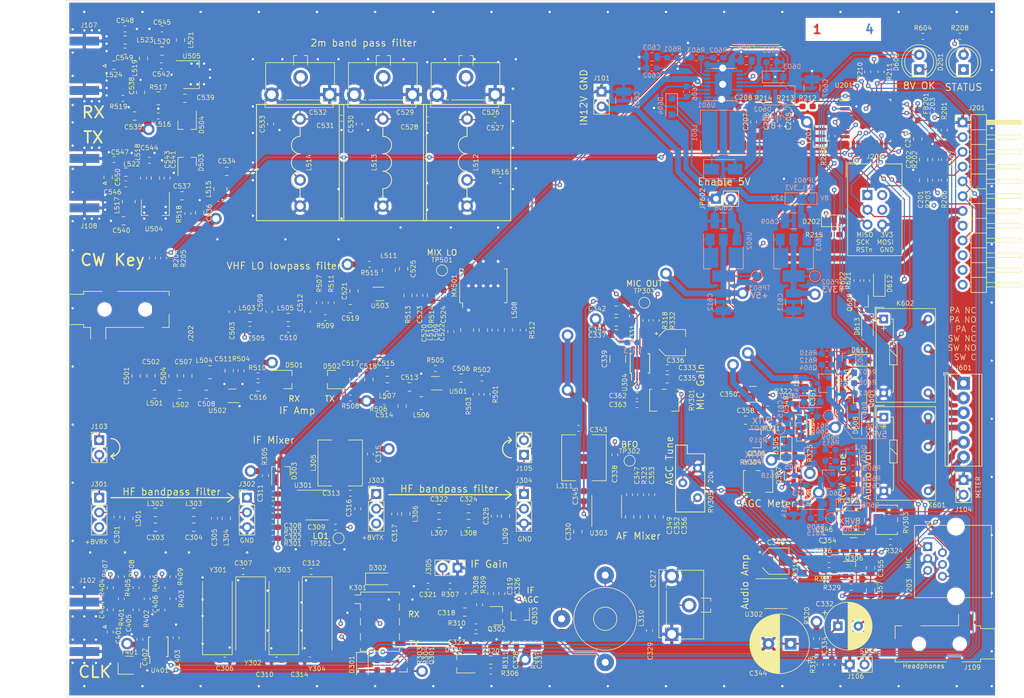
<source format=kicad_pcb>
(kicad_pcb (version 20171130) (host pcbnew 5.1.5)

  (general
    (thickness 1.6)
    (drawings 96)
    (tracks 1943)
    (zones 0)
    (modules 369)
    (nets 220)
  )

  (page A4)
  (layers
    (0 F.Cu signal)
    (1 In1.Cu signal hide)
    (2 In2.Cu signal)
    (31 B.Cu signal)
    (32 B.Adhes user hide)
    (33 F.Adhes user hide)
    (34 B.Paste user hide)
    (35 F.Paste user hide)
    (36 B.SilkS user hide)
    (37 F.SilkS user)
    (38 B.Mask user hide)
    (39 F.Mask user)
    (40 Dwgs.User user hide)
    (41 Cmts.User user hide)
    (42 Eco1.User user hide)
    (43 Eco2.User user hide)
    (44 Edge.Cuts user hide)
    (45 Margin user hide)
    (46 B.CrtYd user hide)
    (47 F.CrtYd user)
    (48 B.Fab user hide)
    (49 F.Fab user hide)
  )

  (setup
    (last_trace_width 0.2)
    (user_trace_width 0.2)
    (user_trace_width 0.3)
    (user_trace_width 1)
    (trace_clearance 0.2)
    (zone_clearance 0.8)
    (zone_45_only no)
    (trace_min 0.2)
    (via_size 0.8)
    (via_drill 0.4)
    (via_min_size 0.4)
    (via_min_drill 0.3)
    (user_via 0.8 0.4)
    (user_via 2 1.2)
    (uvia_size 0.3)
    (uvia_drill 0.1)
    (uvias_allowed no)
    (uvia_min_size 0.2)
    (uvia_min_drill 0.1)
    (edge_width 0.05)
    (segment_width 0.2)
    (pcb_text_width 0.3)
    (pcb_text_size 1.5 1.5)
    (mod_edge_width 0.1)
    (mod_text_size 0.8 0.8)
    (mod_text_width 0.1)
    (pad_size 1.524 1.524)
    (pad_drill 0.762)
    (pad_to_mask_clearance 0.051)
    (solder_mask_min_width 0.25)
    (aux_axis_origin 0 0)
    (visible_elements FFFFFF7F)
    (pcbplotparams
      (layerselection 0x010fc_ffffffff)
      (usegerberextensions false)
      (usegerberattributes false)
      (usegerberadvancedattributes false)
      (creategerberjobfile false)
      (excludeedgelayer true)
      (linewidth 0.100000)
      (plotframeref false)
      (viasonmask false)
      (mode 1)
      (useauxorigin false)
      (hpglpennumber 1)
      (hpglpenspeed 20)
      (hpglpendiameter 15.000000)
      (psnegative false)
      (psa4output false)
      (plotreference true)
      (plotvalue true)
      (plotinvisibletext false)
      (padsonsilk false)
      (subtractmaskfromsilk false)
      (outputformat 1)
      (mirror false)
      (drillshape 1)
      (scaleselection 1)
      (outputdirectory ""))
  )

  (net 0 "")
  (net 1 /Control/ENC_B)
  (net 2 GND)
  (net 3 /Control/ENC_A)
  (net 4 "Net-(C203-Pad2)")
  (net 5 +3V3)
  (net 6 "Net-(C205-Pad1)")
  (net 7 "Net-(C206-Pad1)")
  (net 8 "Net-(C207-Pad1)")
  (net 9 /Baseband/CW_TONE)
  (net 10 "Net-(C301-Pad2)")
  (net 11 "Net-(C302-Pad2)")
  (net 12 "Net-(C303-Pad2)")
  (net 13 "Net-(C304-Pad2)")
  (net 14 "Net-(C306-Pad2)")
  (net 15 "Net-(C307-Pad2)")
  (net 16 "Net-(C308-Pad2)")
  (net 17 "Net-(C308-Pad1)")
  (net 18 /Baseband/LO1)
  (net 19 "Net-(C309-Pad1)")
  (net 20 "Net-(C310-Pad2)")
  (net 21 "Net-(C311-Pad2)")
  (net 22 "Net-(C312-Pad2)")
  (net 23 "Net-(C313-Pad2)")
  (net 24 "Net-(C314-Pad2)")
  (net 25 +8V)
  (net 26 "Net-(C316-Pad2)")
  (net 27 "Net-(C316-Pad1)")
  (net 28 "Net-(C317-Pad2)")
  (net 29 "Net-(C318-Pad2)")
  (net 30 "Net-(C318-Pad1)")
  (net 31 /Baseband/CAG)
  (net 32 "Net-(C320-Pad2)")
  (net 33 "Net-(C320-Pad1)")
  (net 34 "Net-(C321-Pad1)")
  (net 35 "Net-(C322-Pad2)")
  (net 36 "Net-(C323-Pad2)")
  (net 37 "Net-(C324-Pad2)")
  (net 38 "Net-(C327-Pad2)")
  (net 39 "Net-(C328-Pad2)")
  (net 40 "Net-(C330-Pad2)")
  (net 41 "Net-(C330-Pad1)")
  (net 42 +8VRX)
  (net 43 /Baseband/SPKR)
  (net 44 "Net-(C332-Pad1)")
  (net 45 "Net-(C333-Pad2)")
  (net 46 "Net-(C333-Pad1)")
  (net 47 "Net-(C334-Pad2)")
  (net 48 "Net-(C336-Pad1)")
  (net 49 "Net-(C337-Pad2)")
  (net 50 "Net-(C337-Pad1)")
  (net 51 /Baseband/BFO)
  (net 52 "Net-(C338-Pad1)")
  (net 53 "Net-(C340-Pad2)")
  (net 54 "Net-(C340-Pad1)")
  (net 55 "Net-(C342-Pad2)")
  (net 56 "Net-(C344-Pad1)")
  (net 57 "Net-(C345-Pad2)")
  (net 58 "Net-(C346-Pad2)")
  (net 59 "Net-(C347-Pad2)")
  (net 60 "Net-(C347-Pad1)")
  (net 61 "Net-(C348-Pad2)")
  (net 62 "Net-(C348-Pad1)")
  (net 63 "Net-(C351-Pad1)")
  (net 64 "Net-(C352-Pad2)")
  (net 65 "Net-(C353-Pad1)")
  (net 66 "Net-(C354-Pad1)")
  (net 67 "Net-(C355-Pad2)")
  (net 68 "Net-(C355-Pad1)")
  (net 69 "Net-(C356-Pad2)")
  (net 70 "Net-(C358-Pad2)")
  (net 71 "Net-(C358-Pad1)")
  (net 72 "Net-(C401-Pad2)")
  (net 73 /Clock/REF_25MHz)
  (net 74 "Net-(C404-Pad2)")
  (net 75 "Net-(C404-Pad1)")
  (net 76 "Net-(C405-Pad2)")
  (net 77 "Net-(C405-Pad1)")
  (net 78 "Net-(C406-Pad2)")
  (net 79 "Net-(C406-Pad1)")
  (net 80 /HF_RX)
  (net 81 "Net-(C501-Pad1)")
  (net 82 /VHF_LO)
  (net 83 "Net-(C504-Pad1)")
  (net 84 "Net-(C505-Pad1)")
  (net 85 "Net-(C506-Pad2)")
  (net 86 "Net-(C506-Pad1)")
  (net 87 "Net-(C507-Pad1)")
  (net 88 "Net-(C508-Pad1)")
  (net 89 "Net-(C510-Pad1)")
  (net 90 "Net-(C511-Pad1)")
  (net 91 "Net-(C513-Pad2)")
  (net 92 "Net-(C513-Pad1)")
  (net 93 "Net-(C514-Pad1)")
  (net 94 "Net-(C516-Pad2)")
  (net 95 "Net-(C516-Pad1)")
  (net 96 "Net-(C517-Pad2)")
  (net 97 "Net-(C517-Pad1)")
  (net 98 "Net-(C519-Pad2)")
  (net 99 "Net-(C519-Pad1)")
  (net 100 "Net-(C520-Pad1)")
  (net 101 "Net-(C522-Pad2)")
  (net 102 "Net-(C522-Pad1)")
  (net 103 "Net-(C523-Pad2)")
  (net 104 "Net-(C523-Pad1)")
  (net 105 "Net-(C524-Pad2)")
  (net 106 "Net-(C524-Pad1)")
  (net 107 "Net-(C525-Pad1)")
  (net 108 "Net-(C526-Pad2)")
  (net 109 "Net-(C528-Pad2)")
  (net 110 "Net-(C531-Pad2)")
  (net 111 "Net-(C534-Pad2)")
  (net 112 "Net-(C534-Pad1)")
  (net 113 +5RX)
  (net 114 +5TX)
  (net 115 "Net-(C537-Pad2)")
  (net 116 "Net-(C537-Pad1)")
  (net 117 "Net-(C538-Pad2)")
  (net 118 "Net-(C539-Pad2)")
  (net 119 "Net-(C539-Pad1)")
  (net 120 "Net-(C541-Pad1)")
  (net 121 "Net-(C542-Pad2)")
  (net 122 "Net-(C542-Pad1)")
  (net 123 "Net-(C543-Pad1)")
  (net 124 "Net-(C545-Pad1)")
  (net 125 "Net-(C546-Pad1)")
  (net 126 "Net-(C548-Pad1)")
  (net 127 "Net-(C549-Pad2)")
  (net 128 "Net-(C549-Pad1)")
  (net 129 /VHF_TX)
  (net 130 +12V)
  (net 131 "Net-(C602-Pad1)")
  (net 132 "Net-(C603-Pad1)")
  (net 133 "Net-(C604-Pad1)")
  (net 134 "Net-(C605-Pad2)")
  (net 135 "Net-(C606-Pad2)")
  (net 136 "Net-(C606-Pad1)")
  (net 137 "Net-(C608-Pad1)")
  (net 138 "Net-(C609-Pad1)")
  (net 139 "Net-(C610-Pad2)")
  (net 140 "Net-(C611-Pad2)")
  (net 141 +5VA)
  (net 142 "Net-(C614-Pad1)")
  (net 143 "Net-(C615-Pad1)")
  (net 144 "Net-(D201-Pad2)")
  (net 145 /Control/D6_PWM)
  (net 146 /Control/RESETn)
  (net 147 "Net-(D301-Pad2)")
  (net 148 /Control/SEQ0n)
  (net 149 "Net-(D302-Pad1)")
  (net 150 "Net-(D603-Pad2)")
  (net 151 "Net-(D605-Pad1)")
  (net 152 "Net-(D608-Pad1)")
  (net 153 "Net-(D611-Pad2)")
  (net 154 /Control/SEQ2n)
  (net 155 /Baseband/METER)
  (net 156 /HF_TX)
  (net 157 /VHF_RX)
  (net 158 /Control/BTN0)
  (net 159 /Control/BTN1)
  (net 160 /Control/BTN2)
  (net 161 /Control/BTN3)
  (net 162 SDA)
  (net 163 SCL)
  (net 164 "Net-(J201-Pad4)")
  (net 165 "Net-(J201-Pad3)")
  (net 166 "Net-(J201-Pad2)")
  (net 167 "Net-(J202-PadT)")
  (net 168 "Net-(J202-PadR)")
  (net 169 /Control/MIC_SW2)
  (net 170 /Baseband/MIC)
  (net 171 /Control/MIC_SW1)
  (net 172 +8VTX)
  (net 173 "Net-(J601-Pad5)")
  (net 174 "Net-(J601-Pad4)")
  (net 175 "Net-(J601-Pad3)")
  (net 176 "Net-(J601-Pad2)")
  (net 177 "Net-(K301-Pad2)")
  (net 178 "Net-(K301-Pad4)")
  (net 179 "Net-(L512-Pad2)")
  (net 180 "Net-(L520-Pad2)")
  (net 181 "Net-(MX501-Pad3)")
  (net 182 "Net-(MX501-Pad6)")
  (net 183 "Net-(Q301-Pad1)")
  (net 184 "Net-(Q302-Pad3)")
  (net 185 "Net-(Q307-Pad2)")
  (net 186 "Net-(Q307-Pad1)")
  (net 187 "Net-(Q601-Pad3)")
  (net 188 "Net-(Q601-Pad1)")
  (net 189 "Net-(Q602-Pad3)")
  (net 190 "Net-(Q602-Pad1)")
  (net 191 "Net-(Q603-Pad1)")
  (net 192 "Net-(Q604-Pad1)")
  (net 193 "Net-(Q607-Pad1)")
  (net 194 /Control/ENC_BTN)
  (net 195 /Control/CW_INPUT)
  (net 196 /Control/XTAL1)
  (net 197 /Control/XTAL2)
  (net 198 /Control/D3_PWM)
  (net 199 /Baseband/CW_KEYn)
  (net 200 "Net-(R319-Pad1)")
  (net 201 "Net-(R324-Pad1)")
  (net 202 /Baseband/MUTE_SPKR)
  (net 203 "Net-(R602-Pad1)")
  (net 204 "Net-(U401-Pad3)")
  (net 205 /IF_RX)
  (net 206 /IF_TX)
  (net 207 /Control/SEQ1n)
  (net 208 "Net-(J106-Pad2)")
  (net 209 /AF_OUT)
  (net 210 "Net-(D612-Pad2)")
  (net 211 "Net-(Q608-Pad1)")
  (net 212 "Net-(C362-Pad2)")
  (net 213 "Net-(C362-Pad1)")
  (net 214 "Net-(D613-Pad1)")
  (net 215 "Net-(J601-Pad6)")
  (net 216 "Net-(J601-Pad1)")
  (net 217 /Baseband/MIC_SDn)
  (net 218 "Net-(R318-Pad2)")
  (net 219 "Net-(R332-Pad2)")

  (net_class Default "This is the default net class."
    (clearance 0.2)
    (trace_width 0.2)
    (via_dia 0.8)
    (via_drill 0.4)
    (uvia_dia 0.3)
    (uvia_drill 0.1)
    (add_net /AF_OUT)
    (add_net /Baseband/BFO)
    (add_net /Baseband/CAG)
    (add_net /Baseband/CW_KEYn)
    (add_net /Baseband/CW_TONE)
    (add_net /Baseband/LO1)
    (add_net /Baseband/METER)
    (add_net /Baseband/MIC)
    (add_net /Baseband/MIC_SDn)
    (add_net /Baseband/MUTE_SPKR)
    (add_net /Baseband/SPKR)
    (add_net /Clock/REF_25MHz)
    (add_net /Control/A0)
    (add_net /Control/BTN0)
    (add_net /Control/BTN1)
    (add_net /Control/BTN2)
    (add_net /Control/BTN3)
    (add_net /Control/CW_INPUT)
    (add_net /Control/D3_PWM)
    (add_net /Control/D6_PWM)
    (add_net /Control/ENC_A)
    (add_net /Control/ENC_B)
    (add_net /Control/ENC_BTN)
    (add_net /Control/MIC_SW1)
    (add_net /Control/MIC_SW2)
    (add_net /Control/RESETn)
    (add_net /Control/SEQ0n)
    (add_net /Control/SEQ1n)
    (add_net /Control/SEQ2n)
    (add_net /Control/XTAL1)
    (add_net /Control/XTAL2)
    (add_net /HF_RX)
    (add_net /HF_TX)
    (add_net /IF_RX)
    (add_net /IF_TX)
    (add_net /VHF_LO)
    (add_net /VHF_RX)
    (add_net /VHF_TX)
    (add_net "Net-(C203-Pad2)")
    (add_net "Net-(C205-Pad1)")
    (add_net "Net-(C206-Pad1)")
    (add_net "Net-(C207-Pad1)")
    (add_net "Net-(C301-Pad2)")
    (add_net "Net-(C302-Pad2)")
    (add_net "Net-(C303-Pad2)")
    (add_net "Net-(C304-Pad2)")
    (add_net "Net-(C306-Pad2)")
    (add_net "Net-(C307-Pad2)")
    (add_net "Net-(C308-Pad1)")
    (add_net "Net-(C308-Pad2)")
    (add_net "Net-(C309-Pad1)")
    (add_net "Net-(C310-Pad2)")
    (add_net "Net-(C311-Pad2)")
    (add_net "Net-(C312-Pad2)")
    (add_net "Net-(C313-Pad2)")
    (add_net "Net-(C314-Pad2)")
    (add_net "Net-(C316-Pad1)")
    (add_net "Net-(C316-Pad2)")
    (add_net "Net-(C317-Pad2)")
    (add_net "Net-(C318-Pad1)")
    (add_net "Net-(C318-Pad2)")
    (add_net "Net-(C320-Pad1)")
    (add_net "Net-(C320-Pad2)")
    (add_net "Net-(C321-Pad1)")
    (add_net "Net-(C322-Pad2)")
    (add_net "Net-(C323-Pad2)")
    (add_net "Net-(C324-Pad2)")
    (add_net "Net-(C327-Pad2)")
    (add_net "Net-(C328-Pad2)")
    (add_net "Net-(C330-Pad1)")
    (add_net "Net-(C330-Pad2)")
    (add_net "Net-(C332-Pad1)")
    (add_net "Net-(C333-Pad1)")
    (add_net "Net-(C333-Pad2)")
    (add_net "Net-(C334-Pad2)")
    (add_net "Net-(C336-Pad1)")
    (add_net "Net-(C337-Pad1)")
    (add_net "Net-(C337-Pad2)")
    (add_net "Net-(C338-Pad1)")
    (add_net "Net-(C340-Pad1)")
    (add_net "Net-(C340-Pad2)")
    (add_net "Net-(C342-Pad2)")
    (add_net "Net-(C344-Pad1)")
    (add_net "Net-(C345-Pad2)")
    (add_net "Net-(C346-Pad2)")
    (add_net "Net-(C347-Pad1)")
    (add_net "Net-(C347-Pad2)")
    (add_net "Net-(C348-Pad1)")
    (add_net "Net-(C348-Pad2)")
    (add_net "Net-(C351-Pad1)")
    (add_net "Net-(C352-Pad2)")
    (add_net "Net-(C353-Pad1)")
    (add_net "Net-(C354-Pad1)")
    (add_net "Net-(C355-Pad1)")
    (add_net "Net-(C355-Pad2)")
    (add_net "Net-(C356-Pad2)")
    (add_net "Net-(C358-Pad1)")
    (add_net "Net-(C358-Pad2)")
    (add_net "Net-(C362-Pad1)")
    (add_net "Net-(C362-Pad2)")
    (add_net "Net-(C401-Pad2)")
    (add_net "Net-(C404-Pad1)")
    (add_net "Net-(C404-Pad2)")
    (add_net "Net-(C405-Pad1)")
    (add_net "Net-(C405-Pad2)")
    (add_net "Net-(C406-Pad1)")
    (add_net "Net-(C406-Pad2)")
    (add_net "Net-(C501-Pad1)")
    (add_net "Net-(C504-Pad1)")
    (add_net "Net-(C505-Pad1)")
    (add_net "Net-(C506-Pad1)")
    (add_net "Net-(C506-Pad2)")
    (add_net "Net-(C507-Pad1)")
    (add_net "Net-(C508-Pad1)")
    (add_net "Net-(C510-Pad1)")
    (add_net "Net-(C511-Pad1)")
    (add_net "Net-(C513-Pad1)")
    (add_net "Net-(C513-Pad2)")
    (add_net "Net-(C514-Pad1)")
    (add_net "Net-(C516-Pad1)")
    (add_net "Net-(C516-Pad2)")
    (add_net "Net-(C517-Pad1)")
    (add_net "Net-(C517-Pad2)")
    (add_net "Net-(C519-Pad1)")
    (add_net "Net-(C519-Pad2)")
    (add_net "Net-(C520-Pad1)")
    (add_net "Net-(C522-Pad1)")
    (add_net "Net-(C522-Pad2)")
    (add_net "Net-(C523-Pad1)")
    (add_net "Net-(C523-Pad2)")
    (add_net "Net-(C524-Pad1)")
    (add_net "Net-(C524-Pad2)")
    (add_net "Net-(C525-Pad1)")
    (add_net "Net-(C526-Pad2)")
    (add_net "Net-(C528-Pad2)")
    (add_net "Net-(C531-Pad2)")
    (add_net "Net-(C534-Pad1)")
    (add_net "Net-(C534-Pad2)")
    (add_net "Net-(C537-Pad1)")
    (add_net "Net-(C537-Pad2)")
    (add_net "Net-(C538-Pad2)")
    (add_net "Net-(C539-Pad1)")
    (add_net "Net-(C539-Pad2)")
    (add_net "Net-(C541-Pad1)")
    (add_net "Net-(C542-Pad1)")
    (add_net "Net-(C542-Pad2)")
    (add_net "Net-(C543-Pad1)")
    (add_net "Net-(C545-Pad1)")
    (add_net "Net-(C546-Pad1)")
    (add_net "Net-(C548-Pad1)")
    (add_net "Net-(C549-Pad1)")
    (add_net "Net-(C549-Pad2)")
    (add_net "Net-(C602-Pad1)")
    (add_net "Net-(C603-Pad1)")
    (add_net "Net-(C604-Pad1)")
    (add_net "Net-(C605-Pad2)")
    (add_net "Net-(C606-Pad1)")
    (add_net "Net-(C606-Pad2)")
    (add_net "Net-(C608-Pad1)")
    (add_net "Net-(C609-Pad1)")
    (add_net "Net-(C610-Pad2)")
    (add_net "Net-(C611-Pad2)")
    (add_net "Net-(C614-Pad1)")
    (add_net "Net-(C615-Pad1)")
    (add_net "Net-(D201-Pad2)")
    (add_net "Net-(D301-Pad2)")
    (add_net "Net-(D302-Pad1)")
    (add_net "Net-(D603-Pad2)")
    (add_net "Net-(D605-Pad1)")
    (add_net "Net-(D608-Pad1)")
    (add_net "Net-(D611-Pad2)")
    (add_net "Net-(D612-Pad2)")
    (add_net "Net-(D613-Pad1)")
    (add_net "Net-(J106-Pad2)")
    (add_net "Net-(J109-PadR)")
    (add_net "Net-(J201-Pad2)")
    (add_net "Net-(J201-Pad3)")
    (add_net "Net-(J201-Pad4)")
    (add_net "Net-(J202-PadR)")
    (add_net "Net-(J202-PadT)")
    (add_net "Net-(J202-PadTN)")
    (add_net "Net-(J601-Pad1)")
    (add_net "Net-(J601-Pad2)")
    (add_net "Net-(J601-Pad3)")
    (add_net "Net-(J601-Pad4)")
    (add_net "Net-(J601-Pad5)")
    (add_net "Net-(J601-Pad6)")
    (add_net "Net-(K301-Pad2)")
    (add_net "Net-(K301-Pad4)")
    (add_net "Net-(L512-Pad2)")
    (add_net "Net-(L520-Pad2)")
    (add_net "Net-(MX501-Pad3)")
    (add_net "Net-(MX501-Pad6)")
    (add_net "Net-(Q301-Pad1)")
    (add_net "Net-(Q302-Pad3)")
    (add_net "Net-(Q307-Pad1)")
    (add_net "Net-(Q307-Pad2)")
    (add_net "Net-(Q601-Pad1)")
    (add_net "Net-(Q601-Pad3)")
    (add_net "Net-(Q602-Pad1)")
    (add_net "Net-(Q602-Pad3)")
    (add_net "Net-(Q603-Pad1)")
    (add_net "Net-(Q604-Pad1)")
    (add_net "Net-(Q607-Pad1)")
    (add_net "Net-(Q608-Pad1)")
    (add_net "Net-(R318-Pad2)")
    (add_net "Net-(R319-Pad1)")
    (add_net "Net-(R324-Pad1)")
    (add_net "Net-(R332-Pad2)")
    (add_net "Net-(R602-Pad1)")
    (add_net "Net-(U301-Pad7)")
    (add_net "Net-(U302-Pad7)")
    (add_net "Net-(U303-Pad7)")
    (add_net "Net-(U401-Pad3)")
    (add_net SCL)
    (add_net SDA)
  )

  (net_class Power ""
    (clearance 0.2)
    (trace_width 1)
    (via_dia 2)
    (via_drill 1.2)
    (uvia_dia 0.3)
    (uvia_drill 0.1)
    (add_net +12V)
    (add_net +3V3)
    (add_net +5RX)
    (add_net +5TX)
    (add_net +5VA)
    (add_net +8V)
    (add_net +8VRX)
    (add_net +8VTX)
    (add_net GND)
  )

  (module Inductor_SMD:L_1008_2520Metric (layer F.Cu) (tedit 5D4AF589) (tstamp 5E6B0CD6)
    (at 90.932 99.314)
    (descr "Inductor SMD 1008 (2520 Metric), square (rectangular) end terminal, IPC_7351 nominal, (Body size source: https://ecsxtal.com/store/pdf/ECS-MPI2520-SMD-POWER-INDUCTOR.pdf), generated with kicad-footprint-generator")
    (tags inductor)
    (path /5E4C0E28/5E533666)
    (attr smd)
    (fp_text reference L506 (at 0 2.032) (layer F.SilkS)
      (effects (font (size 0.8 0.8) (thickness 0.1)))
    )
    (fp_text value 470nH (at 0 2.05) (layer F.Fab)
      (effects (font (size 0.8 0.8) (thickness 0.1)))
    )
    (fp_text user %R (at 0 0) (layer F.Fab)
      (effects (font (size 0.8 0.8) (thickness 0.1)))
    )
    (fp_line (start 1.95 1.35) (end -1.95 1.35) (layer F.CrtYd) (width 0.05))
    (fp_line (start 1.95 -1.35) (end 1.95 1.35) (layer F.CrtYd) (width 0.05))
    (fp_line (start -1.95 -1.35) (end 1.95 -1.35) (layer F.CrtYd) (width 0.05))
    (fp_line (start -1.95 1.35) (end -1.95 -1.35) (layer F.CrtYd) (width 0.05))
    (fp_line (start -0.261252 1.11) (end 0.261252 1.11) (layer F.SilkS) (width 0.12))
    (fp_line (start -0.261252 -1.11) (end 0.261252 -1.11) (layer F.SilkS) (width 0.12))
    (fp_line (start 1.25 1) (end -1.25 1) (layer F.Fab) (width 0.1))
    (fp_line (start 1.25 -1) (end 1.25 1) (layer F.Fab) (width 0.1))
    (fp_line (start -1.25 -1) (end 1.25 -1) (layer F.Fab) (width 0.1))
    (fp_line (start -1.25 1) (end -1.25 -1) (layer F.Fab) (width 0.1))
    (pad 2 smd roundrect (at 1.075 0) (size 1.25 2.2) (layers F.Cu F.Paste F.Mask) (roundrect_rratio 0.2)
      (net 91 "Net-(C513-Pad2)"))
    (pad 1 smd roundrect (at -1.075 0) (size 1.25 2.2) (layers F.Cu F.Paste F.Mask) (roundrect_rratio 0.2)
      (net 93 "Net-(C514-Pad1)"))
    (model ${KISYS3DMOD}/Inductor_SMD.3dshapes/L_1008_2520Metric.wrl
      (at (xyz 0 0 0))
      (scale (xyz 1 1 1))
      (rotate (xyz 0 0 0))
    )
  )

  (module Package_SO:MSOP-10_3x3mm_P0.5mm (layer F.Cu) (tedit 5A02F25C) (tstamp 5E6830E4)
    (at 128.524 92.456 90)
    (descr "10-Lead Plastic Micro Small Outline Package (MS) [MSOP] (see Microchip Packaging Specification 00000049BS.pdf)")
    (tags "SSOP 0.5")
    (path /5E3088F9/5E691F62)
    (attr smd)
    (fp_text reference U304 (at -3.302 -2.6 90) (layer F.SilkS)
      (effects (font (size 0.8 0.8) (thickness 0.1)))
    )
    (fp_text value SSM2167 (at 0 2.6 90) (layer F.Fab)
      (effects (font (size 1 1) (thickness 0.15)))
    )
    (fp_text user %R (at 0 0 90) (layer F.Fab)
      (effects (font (size 0.8 0.8) (thickness 0.1)))
    )
    (fp_line (start -1.675 -1.45) (end -2.9 -1.45) (layer F.SilkS) (width 0.15))
    (fp_line (start -1.675 1.675) (end 1.675 1.675) (layer F.SilkS) (width 0.15))
    (fp_line (start -1.675 -1.675) (end 1.675 -1.675) (layer F.SilkS) (width 0.15))
    (fp_line (start -1.675 1.675) (end -1.675 1.375) (layer F.SilkS) (width 0.15))
    (fp_line (start 1.675 1.675) (end 1.675 1.375) (layer F.SilkS) (width 0.15))
    (fp_line (start 1.675 -1.675) (end 1.675 -1.375) (layer F.SilkS) (width 0.15))
    (fp_line (start -1.675 -1.675) (end -1.675 -1.45) (layer F.SilkS) (width 0.15))
    (fp_line (start -3.15 1.85) (end 3.15 1.85) (layer F.CrtYd) (width 0.05))
    (fp_line (start -3.15 -1.85) (end 3.15 -1.85) (layer F.CrtYd) (width 0.05))
    (fp_line (start 3.15 -1.85) (end 3.15 1.85) (layer F.CrtYd) (width 0.05))
    (fp_line (start -3.15 -1.85) (end -3.15 1.85) (layer F.CrtYd) (width 0.05))
    (fp_line (start -1.5 -0.5) (end -0.5 -1.5) (layer F.Fab) (width 0.15))
    (fp_line (start -1.5 1.5) (end -1.5 -0.5) (layer F.Fab) (width 0.15))
    (fp_line (start 1.5 1.5) (end -1.5 1.5) (layer F.Fab) (width 0.15))
    (fp_line (start 1.5 -1.5) (end 1.5 1.5) (layer F.Fab) (width 0.15))
    (fp_line (start -0.5 -1.5) (end 1.5 -1.5) (layer F.Fab) (width 0.15))
    (pad 10 smd rect (at 2.2 -1 90) (size 1.4 0.3) (layers F.Cu F.Paste F.Mask)
      (net 5 +3V3))
    (pad 9 smd rect (at 2.2 -0.5 90) (size 1.4 0.3) (layers F.Cu F.Paste F.Mask)
      (net 49 "Net-(C337-Pad2)"))
    (pad 8 smd rect (at 2.2 0 90) (size 1.4 0.3) (layers F.Cu F.Paste F.Mask)
      (net 218 "Net-(R318-Pad2)"))
    (pad 7 smd rect (at 2.2 0.5 90) (size 1.4 0.3) (layers F.Cu F.Paste F.Mask)
      (net 219 "Net-(R332-Pad2)"))
    (pad 6 smd rect (at 2.2 1 90) (size 1.4 0.3) (layers F.Cu F.Paste F.Mask)
      (net 48 "Net-(C336-Pad1)"))
    (pad 5 smd rect (at -2.2 1 90) (size 1.4 0.3) (layers F.Cu F.Paste F.Mask)
      (net 45 "Net-(C333-Pad2)"))
    (pad 4 smd rect (at -2.2 0.5 90) (size 1.4 0.3) (layers F.Cu F.Paste F.Mask)
      (net 212 "Net-(C362-Pad2)"))
    (pad 3 smd rect (at -2.2 0 90) (size 1.4 0.3) (layers F.Cu F.Paste F.Mask)
      (net 217 /Baseband/MIC_SDn))
    (pad 2 smd rect (at -2.2 -0.5 90) (size 1.4 0.3) (layers F.Cu F.Paste F.Mask)
      (net 213 "Net-(C362-Pad1)"))
    (pad 1 smd rect (at -2.2 -1 90) (size 1.4 0.3) (layers F.Cu F.Paste F.Mask)
      (net 2 GND))
    (model ${KISYS3DMOD}/Package_SO.3dshapes/MSOP-10_3x3mm_P0.5mm.wrl
      (at (xyz 0 0 0))
      (scale (xyz 1 1 1))
      (rotate (xyz 0 0 0))
    )
  )

  (module TestPoint:TestPoint_Pad_D1.5mm (layer F.Cu) (tedit 5A0F774F) (tstamp 5E6B52AC)
    (at 129.286 82.042 90)
    (descr "SMD pad as test Point, diameter 1.5mm")
    (tags "test point SMD pad")
    (path /5E3088F9/5EED9F23)
    (attr virtual)
    (fp_text reference TP303 (at 2.032 0) (layer F.SilkS)
      (effects (font (size 0.8 0.8) (thickness 0.1)))
    )
    (fp_text value "MIC OUT" (at 3.302 0 180) (layer F.SilkS)
      (effects (font (size 1 1) (thickness 0.15)))
    )
    (fp_circle (center 0 0) (end 0 0.95) (layer F.SilkS) (width 0.12))
    (fp_circle (center 0 0) (end 1.25 0) (layer F.CrtYd) (width 0.05))
    (fp_text user %R (at 0 -1.65 90) (layer F.Fab)
      (effects (font (size 0.8 0.8) (thickness 0.1)))
    )
    (pad 1 smd circle (at 0 0 90) (size 1.5 1.5) (layers F.Cu F.Mask)
      (net 50 "Net-(C337-Pad1)"))
  )

  (module Resistor_SMD:R_0603_1608Metric_Pad1.05x0.95mm_HandSolder (layer F.Cu) (tedit 5B301BBD) (tstamp 5E682827)
    (at 131.318 85.09 270)
    (descr "Resistor SMD 0603 (1608 Metric), square (rectangular) end terminal, IPC_7351 nominal with elongated pad for handsoldering. (Body size source: http://www.tortai-tech.com/upload/download/2011102023233369053.pdf), generated with kicad-footprint-generator")
    (tags "resistor handsolder")
    (path /5E3088F9/5EA588A6)
    (attr smd)
    (fp_text reference R332 (at 0 -2.794 90) (layer F.SilkS)
      (effects (font (size 0.8 0.8) (thickness 0.1)))
    )
    (fp_text value 2k (at 0 1.43 90) (layer F.Fab)
      (effects (font (size 1 1) (thickness 0.15)))
    )
    (fp_text user %R (at 0 0 90) (layer F.Fab)
      (effects (font (size 0.8 0.8) (thickness 0.1)))
    )
    (fp_line (start 1.65 0.73) (end -1.65 0.73) (layer F.CrtYd) (width 0.05))
    (fp_line (start 1.65 -0.73) (end 1.65 0.73) (layer F.CrtYd) (width 0.05))
    (fp_line (start -1.65 -0.73) (end 1.65 -0.73) (layer F.CrtYd) (width 0.05))
    (fp_line (start -1.65 0.73) (end -1.65 -0.73) (layer F.CrtYd) (width 0.05))
    (fp_line (start -0.171267 0.51) (end 0.171267 0.51) (layer F.SilkS) (width 0.12))
    (fp_line (start -0.171267 -0.51) (end 0.171267 -0.51) (layer F.SilkS) (width 0.12))
    (fp_line (start 0.8 0.4) (end -0.8 0.4) (layer F.Fab) (width 0.1))
    (fp_line (start 0.8 -0.4) (end 0.8 0.4) (layer F.Fab) (width 0.1))
    (fp_line (start -0.8 -0.4) (end 0.8 -0.4) (layer F.Fab) (width 0.1))
    (fp_line (start -0.8 0.4) (end -0.8 -0.4) (layer F.Fab) (width 0.1))
    (pad 2 smd roundrect (at 0.875 0 270) (size 1.05 0.95) (layers F.Cu F.Paste F.Mask) (roundrect_rratio 0.25)
      (net 219 "Net-(R332-Pad2)"))
    (pad 1 smd roundrect (at -0.875 0 270) (size 1.05 0.95) (layers F.Cu F.Paste F.Mask) (roundrect_rratio 0.25)
      (net 5 +3V3))
    (model ${KISYS3DMOD}/Resistor_SMD.3dshapes/R_0603_1608Metric.wrl
      (at (xyz 0 0 0))
      (scale (xyz 1 1 1))
      (rotate (xyz 0 0 0))
    )
  )

  (module Resistor_SMD:R_0603_1608Metric_Pad1.05x0.95mm_HandSolder (layer F.Cu) (tedit 5B301BBD) (tstamp 5E682816)
    (at 127.254 84.328 90)
    (descr "Resistor SMD 0603 (1608 Metric), square (rectangular) end terminal, IPC_7351 nominal with elongated pad for handsoldering. (Body size source: http://www.tortai-tech.com/upload/download/2011102023233369053.pdf), generated with kicad-footprint-generator")
    (tags "resistor handsolder")
    (path /5E3088F9/5E9D9320)
    (attr smd)
    (fp_text reference R331 (at -3.048 0 90) (layer F.SilkS)
      (effects (font (size 0.8 0.8) (thickness 0.1)))
    )
    (fp_text value 10k (at 0 1.43 90) (layer F.Fab)
      (effects (font (size 1 1) (thickness 0.15)))
    )
    (fp_text user %R (at 0 0 90) (layer F.Fab)
      (effects (font (size 0.8 0.8) (thickness 0.1)))
    )
    (fp_line (start 1.65 0.73) (end -1.65 0.73) (layer F.CrtYd) (width 0.05))
    (fp_line (start 1.65 -0.73) (end 1.65 0.73) (layer F.CrtYd) (width 0.05))
    (fp_line (start -1.65 -0.73) (end 1.65 -0.73) (layer F.CrtYd) (width 0.05))
    (fp_line (start -1.65 0.73) (end -1.65 -0.73) (layer F.CrtYd) (width 0.05))
    (fp_line (start -0.171267 0.51) (end 0.171267 0.51) (layer F.SilkS) (width 0.12))
    (fp_line (start -0.171267 -0.51) (end 0.171267 -0.51) (layer F.SilkS) (width 0.12))
    (fp_line (start 0.8 0.4) (end -0.8 0.4) (layer F.Fab) (width 0.1))
    (fp_line (start 0.8 -0.4) (end 0.8 0.4) (layer F.Fab) (width 0.1))
    (fp_line (start -0.8 -0.4) (end 0.8 -0.4) (layer F.Fab) (width 0.1))
    (fp_line (start -0.8 0.4) (end -0.8 -0.4) (layer F.Fab) (width 0.1))
    (pad 2 smd roundrect (at 0.875 0 90) (size 1.05 0.95) (layers F.Cu F.Paste F.Mask) (roundrect_rratio 0.25)
      (net 55 "Net-(C342-Pad2)"))
    (pad 1 smd roundrect (at -0.875 0 90) (size 1.05 0.95) (layers F.Cu F.Paste F.Mask) (roundrect_rratio 0.25)
      (net 50 "Net-(C337-Pad1)"))
    (model ${KISYS3DMOD}/Resistor_SMD.3dshapes/R_0603_1608Metric.wrl
      (at (xyz 0 0 0))
      (scale (xyz 1 1 1))
      (rotate (xyz 0 0 0))
    )
  )

  (module Package_TO_SOT_SMD:SOT-323_SC-70 (layer F.Cu) (tedit 5A02FF57) (tstamp 5E6822F5)
    (at 166.624 82.042 270)
    (descr "SOT-323, SC-70")
    (tags "SOT-323 SC-70")
    (path /5E2DC494/5EE45DE4)
    (attr smd)
    (fp_text reference Q608 (at -0.05 2.032 90) (layer F.SilkS)
      (effects (font (size 0.8 0.8) (thickness 0.1)))
    )
    (fp_text value BC856W (at -0.05 2.05 90) (layer F.Fab)
      (effects (font (size 1 1) (thickness 0.15)))
    )
    (fp_line (start -0.18 -1.1) (end -0.68 -0.6) (layer F.Fab) (width 0.1))
    (fp_line (start 0.67 1.1) (end -0.68 1.1) (layer F.Fab) (width 0.1))
    (fp_line (start 0.67 -1.1) (end 0.67 1.1) (layer F.Fab) (width 0.1))
    (fp_line (start -0.68 -0.6) (end -0.68 1.1) (layer F.Fab) (width 0.1))
    (fp_line (start 0.67 -1.1) (end -0.18 -1.1) (layer F.Fab) (width 0.1))
    (fp_line (start -0.68 1.16) (end 0.73 1.16) (layer F.SilkS) (width 0.12))
    (fp_line (start 0.73 -1.16) (end -1.3 -1.16) (layer F.SilkS) (width 0.12))
    (fp_line (start -1.7 1.3) (end -1.7 -1.3) (layer F.CrtYd) (width 0.05))
    (fp_line (start -1.7 -1.3) (end 1.7 -1.3) (layer F.CrtYd) (width 0.05))
    (fp_line (start 1.7 -1.3) (end 1.7 1.3) (layer F.CrtYd) (width 0.05))
    (fp_line (start 1.7 1.3) (end -1.7 1.3) (layer F.CrtYd) (width 0.05))
    (fp_line (start 0.73 -1.16) (end 0.73 -0.5) (layer F.SilkS) (width 0.12))
    (fp_line (start 0.73 0.5) (end 0.73 1.16) (layer F.SilkS) (width 0.12))
    (fp_text user %R (at 0 0) (layer F.Fab)
      (effects (font (size 0.8 0.8) (thickness 0.1)))
    )
    (pad 3 smd rect (at 1 0 180) (size 0.45 0.7) (layers F.Cu F.Paste F.Mask)
      (net 214 "Net-(D613-Pad1)"))
    (pad 2 smd rect (at -1 0.65 180) (size 0.45 0.7) (layers F.Cu F.Paste F.Mask)
      (net 141 +5VA))
    (pad 1 smd rect (at -1 -0.65 180) (size 0.45 0.7) (layers F.Cu F.Paste F.Mask)
      (net 211 "Net-(Q608-Pad1)"))
    (model ${KISYS3DMOD}/Package_TO_SOT_SMD.3dshapes/SOT-323_SC-70.wrl
      (at (xyz 0 0 0))
      (scale (xyz 1 1 1))
      (rotate (xyz 0 0 0))
    )
  )

  (module Relay_THT:Relay_SPDT_Omron_G6E (layer F.Cu) (tedit 5A57DE62) (tstamp 5E6B6FCA)
    (at 170.434 84.836)
    (descr "Relay SPDT Omron Serie G6E")
    (tags "Relay SPDT Omron Serie G6E 1x um")
    (path /5E2DC494/5EDA8975)
    (fp_text reference K602 (at 3.7 -2.7 180) (layer F.SilkS)
      (effects (font (size 0.8 0.8) (thickness 0.1)))
    )
    (fp_text value "G6E-134P-US DC12" (at 3.6 15.5 180) (layer F.Fab)
      (effects (font (size 1 1) (thickness 0.15)))
    )
    (fp_line (start -1.45 14.45) (end -1.45 -1.95) (layer F.CrtYd) (width 0.05))
    (fp_line (start -1.45 14.45) (end 9.05 14.45) (layer F.CrtYd) (width 0.05))
    (fp_line (start 9.05 -1.95) (end -1.45 -1.95) (layer F.CrtYd) (width 0.05))
    (fp_line (start 9.05 -1.95) (end 9.05 14.45) (layer F.CrtYd) (width 0.05))
    (fp_line (start 1.016 7.874) (end 1.016 3.937) (layer F.SilkS) (width 0.12))
    (fp_line (start 2.286 7.874) (end 1.016 7.874) (layer F.SilkS) (width 0.12))
    (fp_line (start 2.286 3.937) (end 2.286 7.874) (layer F.SilkS) (width 0.12))
    (fp_line (start 1.016 3.937) (end 2.286 3.937) (layer F.SilkS) (width 0.12))
    (fp_line (start 1.143 5.334) (end 2.286 6.477) (layer F.SilkS) (width 0.12))
    (fp_line (start 1.651 12.573) (end 1.397 12.573) (layer F.SilkS) (width 0.12))
    (fp_line (start 1.651 7.874) (end 1.651 12.573) (layer F.SilkS) (width 0.12))
    (fp_line (start 1.651 0) (end 1.27 0) (layer F.SilkS) (width 0.12))
    (fp_line (start 1.651 3.81) (end 1.651 0) (layer F.SilkS) (width 0.12))
    (fp_line (start 8.8 -1.7) (end -1.2 -1.7) (layer F.Fab) (width 0.12))
    (fp_line (start 8.8 14.2) (end 8.8 -1.7) (layer F.Fab) (width 0.12))
    (fp_line (start -1.2 14.2) (end 8.8 14.2) (layer F.Fab) (width 0.12))
    (fp_line (start -1.2 -1.7) (end -1.2 14.2) (layer F.Fab) (width 0.12))
    (fp_line (start -1.3 -1.8) (end 8.9 -1.8) (layer F.SilkS) (width 0.12))
    (fp_line (start -1.3 14.3) (end -1.3 -1.8) (layer F.SilkS) (width 0.12))
    (fp_line (start 8.9 14.3) (end -1.3 14.3) (layer F.SilkS) (width 0.12))
    (fp_line (start 8.9 -1.8) (end 8.9 14.3) (layer F.SilkS) (width 0.12))
    (fp_line (start 0 1.2) (end 0 2) (layer F.SilkS) (width 0.12))
    (fp_line (start 0.4 1.6) (end -0.4 1.6) (layer F.SilkS) (width 0.12))
    (fp_text user %R (at 3.81 6.35) (layer F.Fab)
      (effects (font (size 0.8 0.8) (thickness 0.1)))
    )
    (fp_line (start -1.5 0) (end -1.5 -2) (layer F.SilkS) (width 0.12))
    (fp_line (start -1.5 -2) (end 0.1 -2) (layer F.SilkS) (width 0.12))
    (pad 7 thru_hole circle (at 7.62 12.7 270) (size 1.50114 1.50114) (drill 0.8001) (layers *.Cu *.Mask)
      (net 175 "Net-(J601-Pad3)"))
    (pad 6 thru_hole circle (at 0 12.7 270) (size 1.50114 1.50114) (drill 0.8001) (layers *.Cu *.Mask)
      (net 2 GND))
    (pad 10 thru_hole circle (at 7.62 5.08 270) (size 1.50114 1.50114) (drill 0.8001) (layers *.Cu *.Mask)
      (net 216 "Net-(J601-Pad1)"))
    (pad 12 thru_hole circle (at 7.62 0 270) (size 1.50114 1.50114) (drill 0.8001) (layers *.Cu *.Mask)
      (net 176 "Net-(J601-Pad2)"))
    (pad 1 thru_hole rect (at 0 0 270) (size 1.50114 1.50114) (drill 0.8001) (layers *.Cu *.Mask)
      (net 214 "Net-(D613-Pad1)"))
    (model ${KISYS3DMOD}/Relay_THT.3dshapes/Relay_SPDT_Omron_G6E.wrl
      (at (xyz 0 0 0))
      (scale (xyz 1 1 1))
      (rotate (xyz 0 0 0))
    )
  )

  (module Relay_THT:Relay_SPDT_Omron_G6E (layer F.Cu) (tedit 5A57DE62) (tstamp 5E681BA3)
    (at 170.453 101.711)
    (descr "Relay SPDT Omron Serie G6E")
    (tags "Relay SPDT Omron Serie G6E 1x um")
    (path /5E2DC494/5EDA58AF)
    (fp_text reference K601 (at 9.125 15.129) (layer F.SilkS)
      (effects (font (size 0.8 0.8) (thickness 0.1)))
    )
    (fp_text value "G6E-134P-US DC12" (at 3.6 15.5 180) (layer F.Fab)
      (effects (font (size 1 1) (thickness 0.15)))
    )
    (fp_line (start -1.45 14.45) (end -1.45 -1.95) (layer F.CrtYd) (width 0.05))
    (fp_line (start -1.45 14.45) (end 9.05 14.45) (layer F.CrtYd) (width 0.05))
    (fp_line (start 9.05 -1.95) (end -1.45 -1.95) (layer F.CrtYd) (width 0.05))
    (fp_line (start 9.05 -1.95) (end 9.05 14.45) (layer F.CrtYd) (width 0.05))
    (fp_line (start 1.016 7.874) (end 1.016 3.937) (layer F.SilkS) (width 0.12))
    (fp_line (start 2.286 7.874) (end 1.016 7.874) (layer F.SilkS) (width 0.12))
    (fp_line (start 2.286 3.937) (end 2.286 7.874) (layer F.SilkS) (width 0.12))
    (fp_line (start 1.016 3.937) (end 2.286 3.937) (layer F.SilkS) (width 0.12))
    (fp_line (start 1.143 5.334) (end 2.286 6.477) (layer F.SilkS) (width 0.12))
    (fp_line (start 1.651 12.573) (end 1.397 12.573) (layer F.SilkS) (width 0.12))
    (fp_line (start 1.651 7.874) (end 1.651 12.573) (layer F.SilkS) (width 0.12))
    (fp_line (start 1.651 0) (end 1.27 0) (layer F.SilkS) (width 0.12))
    (fp_line (start 1.651 3.81) (end 1.651 0) (layer F.SilkS) (width 0.12))
    (fp_line (start 8.8 -1.7) (end -1.2 -1.7) (layer F.Fab) (width 0.12))
    (fp_line (start 8.8 14.2) (end 8.8 -1.7) (layer F.Fab) (width 0.12))
    (fp_line (start -1.2 14.2) (end 8.8 14.2) (layer F.Fab) (width 0.12))
    (fp_line (start -1.2 -1.7) (end -1.2 14.2) (layer F.Fab) (width 0.12))
    (fp_line (start -1.3 -1.8) (end 8.9 -1.8) (layer F.SilkS) (width 0.12))
    (fp_line (start -1.3 14.3) (end -1.3 -1.8) (layer F.SilkS) (width 0.12))
    (fp_line (start 8.9 14.3) (end -1.3 14.3) (layer F.SilkS) (width 0.12))
    (fp_line (start 8.9 -1.8) (end 8.9 14.3) (layer F.SilkS) (width 0.12))
    (fp_line (start 0 1.2) (end 0 2) (layer F.SilkS) (width 0.12))
    (fp_line (start 0.4 1.6) (end -0.4 1.6) (layer F.SilkS) (width 0.12))
    (fp_text user %R (at 3.81 6.35) (layer F.Fab)
      (effects (font (size 0.8 0.8) (thickness 0.1)))
    )
    (fp_line (start -1.5 0) (end -1.5 -2) (layer F.SilkS) (width 0.12))
    (fp_line (start -1.5 -2) (end 0.1 -2) (layer F.SilkS) (width 0.12))
    (pad 7 thru_hole circle (at 7.62 12.7 270) (size 1.50114 1.50114) (drill 0.8001) (layers *.Cu *.Mask)
      (net 215 "Net-(J601-Pad6)"))
    (pad 6 thru_hole circle (at 0 12.7 270) (size 1.50114 1.50114) (drill 0.8001) (layers *.Cu *.Mask)
      (net 2 GND))
    (pad 10 thru_hole circle (at 7.62 5.08 270) (size 1.50114 1.50114) (drill 0.8001) (layers *.Cu *.Mask)
      (net 174 "Net-(J601-Pad4)"))
    (pad 12 thru_hole circle (at 7.62 0 270) (size 1.50114 1.50114) (drill 0.8001) (layers *.Cu *.Mask)
      (net 173 "Net-(J601-Pad5)"))
    (pad 1 thru_hole rect (at 0 0 270) (size 1.50114 1.50114) (drill 0.8001) (layers *.Cu *.Mask)
      (net 152 "Net-(D608-Pad1)"))
    (model ${KISYS3DMOD}/Relay_THT.3dshapes/Relay_SPDT_Omron_G6E.wrl
      (at (xyz 0 0 0))
      (scale (xyz 1 1 1))
      (rotate (xyz 0 0 0))
    )
  )

  (module Diode_SMD:D_SOD-123F (layer F.Cu) (tedit 587F7769) (tstamp 5E681572)
    (at 167.64 86.106 270)
    (descr D_SOD-123F)
    (tags D_SOD-123F)
    (path /5E2DC494/5EDDD4E8)
    (attr smd)
    (fp_text reference D613 (at 0 1.778 90) (layer F.SilkS)
      (effects (font (size 0.8 0.8) (thickness 0.1)))
    )
    (fp_text value 1N4148W (at 0 2.1 90) (layer F.Fab)
      (effects (font (size 1 1) (thickness 0.15)))
    )
    (fp_line (start -2.2 -1) (end 1.65 -1) (layer F.SilkS) (width 0.12))
    (fp_line (start -2.2 1) (end 1.65 1) (layer F.SilkS) (width 0.12))
    (fp_line (start -2.2 -1.15) (end -2.2 1.15) (layer F.CrtYd) (width 0.05))
    (fp_line (start 2.2 1.15) (end -2.2 1.15) (layer F.CrtYd) (width 0.05))
    (fp_line (start 2.2 -1.15) (end 2.2 1.15) (layer F.CrtYd) (width 0.05))
    (fp_line (start -2.2 -1.15) (end 2.2 -1.15) (layer F.CrtYd) (width 0.05))
    (fp_line (start -1.4 -0.9) (end 1.4 -0.9) (layer F.Fab) (width 0.1))
    (fp_line (start 1.4 -0.9) (end 1.4 0.9) (layer F.Fab) (width 0.1))
    (fp_line (start 1.4 0.9) (end -1.4 0.9) (layer F.Fab) (width 0.1))
    (fp_line (start -1.4 0.9) (end -1.4 -0.9) (layer F.Fab) (width 0.1))
    (fp_line (start -0.75 0) (end -0.35 0) (layer F.Fab) (width 0.1))
    (fp_line (start -0.35 0) (end -0.35 -0.55) (layer F.Fab) (width 0.1))
    (fp_line (start -0.35 0) (end -0.35 0.55) (layer F.Fab) (width 0.1))
    (fp_line (start -0.35 0) (end 0.25 -0.4) (layer F.Fab) (width 0.1))
    (fp_line (start 0.25 -0.4) (end 0.25 0.4) (layer F.Fab) (width 0.1))
    (fp_line (start 0.25 0.4) (end -0.35 0) (layer F.Fab) (width 0.1))
    (fp_line (start 0.25 0) (end 0.75 0) (layer F.Fab) (width 0.1))
    (fp_line (start -2.2 -1) (end -2.2 1) (layer F.SilkS) (width 0.12))
    (fp_text user %R (at -0.127 -1.905 90) (layer F.Fab)
      (effects (font (size 0.8 0.8) (thickness 0.1)))
    )
    (pad 2 smd rect (at 1.4 0 270) (size 1.1 1.1) (layers F.Cu F.Paste F.Mask)
      (net 2 GND))
    (pad 1 smd rect (at -1.4 0 270) (size 1.1 1.1) (layers F.Cu F.Paste F.Mask)
      (net 214 "Net-(D613-Pad1)"))
    (model ${KISYS3DMOD}/Diode_SMD.3dshapes/D_SOD-123F.wrl
      (at (xyz 0 0 0))
      (scale (xyz 1 1 1))
      (rotate (xyz 0 0 0))
    )
  )

  (module Capacitor_SMD:C_0603_1608Metric_Pad1.05x0.95mm_HandSolder (layer F.Cu) (tedit 5B301BBE) (tstamp 5E6807DD)
    (at 128.016 99.568)
    (descr "Capacitor SMD 0603 (1608 Metric), square (rectangular) end terminal, IPC_7351 nominal with elongated pad for handsoldering. (Body size source: http://www.tortai-tech.com/upload/download/2011102023233369053.pdf), generated with kicad-footprint-generator")
    (tags "capacitor handsolder")
    (path /5E3088F9/5E8F6AE0)
    (attr smd)
    (fp_text reference C363 (at -3.302 0) (layer F.SilkS)
      (effects (font (size 0.8 0.8) (thickness 0.1)))
    )
    (fp_text value "DNF (470nF)" (at 0 1.43) (layer F.Fab)
      (effects (font (size 1 1) (thickness 0.15)))
    )
    (fp_text user %R (at 0 0) (layer F.Fab)
      (effects (font (size 0.8 0.8) (thickness 0.1)))
    )
    (fp_line (start 1.65 0.73) (end -1.65 0.73) (layer F.CrtYd) (width 0.05))
    (fp_line (start 1.65 -0.73) (end 1.65 0.73) (layer F.CrtYd) (width 0.05))
    (fp_line (start -1.65 -0.73) (end 1.65 -0.73) (layer F.CrtYd) (width 0.05))
    (fp_line (start -1.65 0.73) (end -1.65 -0.73) (layer F.CrtYd) (width 0.05))
    (fp_line (start -0.171267 0.51) (end 0.171267 0.51) (layer F.SilkS) (width 0.12))
    (fp_line (start -0.171267 -0.51) (end 0.171267 -0.51) (layer F.SilkS) (width 0.12))
    (fp_line (start 0.8 0.4) (end -0.8 0.4) (layer F.Fab) (width 0.1))
    (fp_line (start 0.8 -0.4) (end 0.8 0.4) (layer F.Fab) (width 0.1))
    (fp_line (start -0.8 -0.4) (end 0.8 -0.4) (layer F.Fab) (width 0.1))
    (fp_line (start -0.8 0.4) (end -0.8 -0.4) (layer F.Fab) (width 0.1))
    (pad 2 smd roundrect (at 0.875 0) (size 1.05 0.95) (layers F.Cu F.Paste F.Mask) (roundrect_rratio 0.25)
      (net 2 GND))
    (pad 1 smd roundrect (at -0.875 0) (size 1.05 0.95) (layers F.Cu F.Paste F.Mask) (roundrect_rratio 0.25)
      (net 213 "Net-(C362-Pad1)"))
    (model ${KISYS3DMOD}/Capacitor_SMD.3dshapes/C_0603_1608Metric.wrl
      (at (xyz 0 0 0))
      (scale (xyz 1 1 1))
      (rotate (xyz 0 0 0))
    )
  )

  (module Capacitor_SMD:C_0603_1608Metric_Pad1.05x0.95mm_HandSolder (layer F.Cu) (tedit 5B301BBE) (tstamp 5E6807CC)
    (at 128.016 98.044)
    (descr "Capacitor SMD 0603 (1608 Metric), square (rectangular) end terminal, IPC_7351 nominal with elongated pad for handsoldering. (Body size source: http://www.tortai-tech.com/upload/download/2011102023233369053.pdf), generated with kicad-footprint-generator")
    (tags "capacitor handsolder")
    (path /5E3088F9/5E8C11EF)
    (attr smd)
    (fp_text reference C362 (at -3.302 0) (layer F.SilkS)
      (effects (font (size 0.8 0.8) (thickness 0.1)))
    )
    (fp_text value 0.1uF-10uF (at 0 1.43) (layer F.Fab)
      (effects (font (size 1 1) (thickness 0.15)))
    )
    (fp_text user %R (at 0 0) (layer F.Fab)
      (effects (font (size 0.8 0.8) (thickness 0.1)))
    )
    (fp_line (start 1.65 0.73) (end -1.65 0.73) (layer F.CrtYd) (width 0.05))
    (fp_line (start 1.65 -0.73) (end 1.65 0.73) (layer F.CrtYd) (width 0.05))
    (fp_line (start -1.65 -0.73) (end 1.65 -0.73) (layer F.CrtYd) (width 0.05))
    (fp_line (start -1.65 0.73) (end -1.65 -0.73) (layer F.CrtYd) (width 0.05))
    (fp_line (start -0.171267 0.51) (end 0.171267 0.51) (layer F.SilkS) (width 0.12))
    (fp_line (start -0.171267 -0.51) (end 0.171267 -0.51) (layer F.SilkS) (width 0.12))
    (fp_line (start 0.8 0.4) (end -0.8 0.4) (layer F.Fab) (width 0.1))
    (fp_line (start 0.8 -0.4) (end 0.8 0.4) (layer F.Fab) (width 0.1))
    (fp_line (start -0.8 -0.4) (end 0.8 -0.4) (layer F.Fab) (width 0.1))
    (fp_line (start -0.8 0.4) (end -0.8 -0.4) (layer F.Fab) (width 0.1))
    (pad 2 smd roundrect (at 0.875 0) (size 1.05 0.95) (layers F.Cu F.Paste F.Mask) (roundrect_rratio 0.25)
      (net 212 "Net-(C362-Pad2)"))
    (pad 1 smd roundrect (at -0.875 0) (size 1.05 0.95) (layers F.Cu F.Paste F.Mask) (roundrect_rratio 0.25)
      (net 213 "Net-(C362-Pad1)"))
    (model ${KISYS3DMOD}/Capacitor_SMD.3dshapes/C_0603_1608Metric.wrl
      (at (xyz 0 0 0))
      (scale (xyz 1 1 1))
      (rotate (xyz 0 0 0))
    )
  )

  (module Diode_SMD:D_SOD-123F (layer F.Cu) (tedit 587F7769) (tstamp 5E65AA9B)
    (at 169.672 78.74 90)
    (descr D_SOD-123F)
    (tags D_SOD-123F)
    (path /5E2DC494/5E66CC0F)
    (attr smd)
    (fp_text reference D612 (at 0 1.778 90) (layer F.SilkS)
      (effects (font (size 0.8 0.8) (thickness 0.1)))
    )
    (fp_text value 1N4148W (at 0 2.1 90) (layer F.Fab)
      (effects (font (size 0.8 0.8) (thickness 0.1)))
    )
    (fp_line (start -2.2 -1) (end 1.65 -1) (layer F.SilkS) (width 0.12))
    (fp_line (start -2.2 1) (end 1.65 1) (layer F.SilkS) (width 0.12))
    (fp_line (start -2.2 -1.15) (end -2.2 1.15) (layer F.CrtYd) (width 0.05))
    (fp_line (start 2.2 1.15) (end -2.2 1.15) (layer F.CrtYd) (width 0.05))
    (fp_line (start 2.2 -1.15) (end 2.2 1.15) (layer F.CrtYd) (width 0.05))
    (fp_line (start -2.2 -1.15) (end 2.2 -1.15) (layer F.CrtYd) (width 0.05))
    (fp_line (start -1.4 -0.9) (end 1.4 -0.9) (layer F.Fab) (width 0.1))
    (fp_line (start 1.4 -0.9) (end 1.4 0.9) (layer F.Fab) (width 0.1))
    (fp_line (start 1.4 0.9) (end -1.4 0.9) (layer F.Fab) (width 0.1))
    (fp_line (start -1.4 0.9) (end -1.4 -0.9) (layer F.Fab) (width 0.1))
    (fp_line (start -0.75 0) (end -0.35 0) (layer F.Fab) (width 0.1))
    (fp_line (start -0.35 0) (end -0.35 -0.55) (layer F.Fab) (width 0.1))
    (fp_line (start -0.35 0) (end -0.35 0.55) (layer F.Fab) (width 0.1))
    (fp_line (start -0.35 0) (end 0.25 -0.4) (layer F.Fab) (width 0.1))
    (fp_line (start 0.25 -0.4) (end 0.25 0.4) (layer F.Fab) (width 0.1))
    (fp_line (start 0.25 0.4) (end -0.35 0) (layer F.Fab) (width 0.1))
    (fp_line (start 0.25 0) (end 0.75 0) (layer F.Fab) (width 0.1))
    (fp_line (start -2.2 -1) (end -2.2 1) (layer F.SilkS) (width 0.12))
    (fp_text user %R (at -0.127 -1.905 90) (layer F.Fab)
      (effects (font (size 0.8 0.8) (thickness 0.1)))
    )
    (pad 2 smd rect (at 1.4 0 90) (size 1.1 1.1) (layers F.Cu F.Paste F.Mask)
      (net 210 "Net-(D612-Pad2)"))
    (pad 1 smd rect (at -1.4 0 90) (size 1.1 1.1) (layers F.Cu F.Paste F.Mask)
      (net 207 /Control/SEQ1n))
    (model ${KISYS3DMOD}/Diode_SMD.3dshapes/D_SOD-123F.wrl
      (at (xyz 0 0 0))
      (scale (xyz 1 1 1))
      (rotate (xyz 0 0 0))
    )
  )

  (module Resistor_SMD:R_0603_1608Metric_Pad1.05x0.95mm_HandSolder (layer F.Cu) (tedit 5B301BBD) (tstamp 5E65C38F)
    (at 167.513 78.232 90)
    (descr "Resistor SMD 0603 (1608 Metric), square (rectangular) end terminal, IPC_7351 nominal with elongated pad for handsoldering. (Body size source: http://www.tortai-tech.com/upload/download/2011102023233369053.pdf), generated with kicad-footprint-generator")
    (tags "resistor handsolder")
    (path /5E2DC494/5E66CC07)
    (attr smd)
    (fp_text reference R621 (at 0 -3.175 90) (layer F.SilkS)
      (effects (font (size 0.8 0.8) (thickness 0.1)))
    )
    (fp_text value 2k2 (at 0 1.43 90) (layer F.Fab)
      (effects (font (size 0.8 0.8) (thickness 0.1)))
    )
    (fp_text user %R (at 0 0 90) (layer F.Fab)
      (effects (font (size 0.8 0.8) (thickness 0.1)))
    )
    (fp_line (start 1.65 0.73) (end -1.65 0.73) (layer F.CrtYd) (width 0.05))
    (fp_line (start 1.65 -0.73) (end 1.65 0.73) (layer F.CrtYd) (width 0.05))
    (fp_line (start -1.65 -0.73) (end 1.65 -0.73) (layer F.CrtYd) (width 0.05))
    (fp_line (start -1.65 0.73) (end -1.65 -0.73) (layer F.CrtYd) (width 0.05))
    (fp_line (start -0.171267 0.51) (end 0.171267 0.51) (layer F.SilkS) (width 0.12))
    (fp_line (start -0.171267 -0.51) (end 0.171267 -0.51) (layer F.SilkS) (width 0.12))
    (fp_line (start 0.8 0.4) (end -0.8 0.4) (layer F.Fab) (width 0.1))
    (fp_line (start 0.8 -0.4) (end 0.8 0.4) (layer F.Fab) (width 0.1))
    (fp_line (start -0.8 -0.4) (end 0.8 -0.4) (layer F.Fab) (width 0.1))
    (fp_line (start -0.8 0.4) (end -0.8 -0.4) (layer F.Fab) (width 0.1))
    (pad 2 smd roundrect (at 0.875 0 90) (size 1.05 0.95) (layers F.Cu F.Paste F.Mask) (roundrect_rratio 0.25)
      (net 210 "Net-(D612-Pad2)"))
    (pad 1 smd roundrect (at -0.875 0 90) (size 1.05 0.95) (layers F.Cu F.Paste F.Mask) (roundrect_rratio 0.25)
      (net 211 "Net-(Q608-Pad1)"))
    (model ${KISYS3DMOD}/Resistor_SMD.3dshapes/R_0603_1608Metric.wrl
      (at (xyz 0 0 0))
      (scale (xyz 1 1 1))
      (rotate (xyz 0 0 0))
    )
  )

  (module Resistor_SMD:R_0603_1608Metric_Pad1.05x0.95mm_HandSolder (layer F.Cu) (tedit 5B301BBD) (tstamp 5E65C3A0)
    (at 165.862 78.232 270)
    (descr "Resistor SMD 0603 (1608 Metric), square (rectangular) end terminal, IPC_7351 nominal with elongated pad for handsoldering. (Body size source: http://www.tortai-tech.com/upload/download/2011102023233369053.pdf), generated with kicad-footprint-generator")
    (tags "resistor handsolder")
    (path /5E2DC494/5E66CC1B)
    (attr smd)
    (fp_text reference R622 (at 0 2.54 90) (layer F.SilkS)
      (effects (font (size 0.8 0.8) (thickness 0.1)))
    )
    (fp_text value 47k (at 0 1.43 90) (layer F.Fab)
      (effects (font (size 0.8 0.8) (thickness 0.1)))
    )
    (fp_text user %R (at 0 0 90) (layer F.Fab)
      (effects (font (size 0.8 0.8) (thickness 0.1)))
    )
    (fp_line (start 1.65 0.73) (end -1.65 0.73) (layer F.CrtYd) (width 0.05))
    (fp_line (start 1.65 -0.73) (end 1.65 0.73) (layer F.CrtYd) (width 0.05))
    (fp_line (start -1.65 -0.73) (end 1.65 -0.73) (layer F.CrtYd) (width 0.05))
    (fp_line (start -1.65 0.73) (end -1.65 -0.73) (layer F.CrtYd) (width 0.05))
    (fp_line (start -0.171267 0.51) (end 0.171267 0.51) (layer F.SilkS) (width 0.12))
    (fp_line (start -0.171267 -0.51) (end 0.171267 -0.51) (layer F.SilkS) (width 0.12))
    (fp_line (start 0.8 0.4) (end -0.8 0.4) (layer F.Fab) (width 0.1))
    (fp_line (start 0.8 -0.4) (end 0.8 0.4) (layer F.Fab) (width 0.1))
    (fp_line (start -0.8 -0.4) (end 0.8 -0.4) (layer F.Fab) (width 0.1))
    (fp_line (start -0.8 0.4) (end -0.8 -0.4) (layer F.Fab) (width 0.1))
    (pad 2 smd roundrect (at 0.875 0 270) (size 1.05 0.95) (layers F.Cu F.Paste F.Mask) (roundrect_rratio 0.25)
      (net 211 "Net-(Q608-Pad1)"))
    (pad 1 smd roundrect (at -0.875 0 270) (size 1.05 0.95) (layers F.Cu F.Paste F.Mask) (roundrect_rratio 0.25)
      (net 141 +5VA))
    (model ${KISYS3DMOD}/Resistor_SMD.3dshapes/R_0603_1608Metric.wrl
      (at (xyz 0 0 0))
      (scale (xyz 1 1 1))
      (rotate (xyz 0 0 0))
    )
  )

  (module LED_THT:LED_D5.0mm (layer F.Cu) (tedit 5995936A) (tstamp 5E581AB7)
    (at 176.53 41.91 90)
    (descr "LED, diameter 5.0mm, 2 pins, http://cdn-reichelt.de/documents/datenblatt/A500/LL-504BC2E-009.pdf")
    (tags "LED diameter 5.0mm 2 pins")
    (path /5E2DC494/5D86AD14)
    (fp_text reference D605 (at 1.27 -3.96 90) (layer F.SilkS)
      (effects (font (size 0.8 0.8) (thickness 0.1)))
    )
    (fp_text value LED_PWR (at 1.27 3.96 90) (layer F.Fab)
      (effects (font (size 0.8 0.8) (thickness 0.1)))
    )
    (fp_text user %R (at 1.25 0 90) (layer F.Fab)
      (effects (font (size 0.8 0.8) (thickness 0.1)))
    )
    (fp_line (start 4.5 -3.25) (end -1.95 -3.25) (layer F.CrtYd) (width 0.05))
    (fp_line (start 4.5 3.25) (end 4.5 -3.25) (layer F.CrtYd) (width 0.05))
    (fp_line (start -1.95 3.25) (end 4.5 3.25) (layer F.CrtYd) (width 0.05))
    (fp_line (start -1.95 -3.25) (end -1.95 3.25) (layer F.CrtYd) (width 0.05))
    (fp_line (start -1.29 -1.545) (end -1.29 1.545) (layer F.SilkS) (width 0.12))
    (fp_line (start -1.23 -1.469694) (end -1.23 1.469694) (layer F.Fab) (width 0.1))
    (fp_circle (center 1.27 0) (end 3.77 0) (layer F.SilkS) (width 0.12))
    (fp_circle (center 1.27 0) (end 3.77 0) (layer F.Fab) (width 0.1))
    (fp_arc (start 1.27 0) (end -1.29 1.54483) (angle -148.9) (layer F.SilkS) (width 0.12))
    (fp_arc (start 1.27 0) (end -1.29 -1.54483) (angle 148.9) (layer F.SilkS) (width 0.12))
    (fp_arc (start 1.27 0) (end -1.23 -1.469694) (angle 299.1) (layer F.Fab) (width 0.1))
    (pad 2 thru_hole circle (at 2.54 0 90) (size 1.8 1.8) (drill 0.9) (layers *.Cu *.Mask)
      (net 25 +8V))
    (pad 1 thru_hole rect (at 0 0 90) (size 1.8 1.8) (drill 0.9) (layers *.Cu *.Mask)
      (net 151 "Net-(D605-Pad1)"))
    (model ${KISYS3DMOD}/LED_THT.3dshapes/LED_D5.0mm.wrl
      (at (xyz 0 0 0))
      (scale (xyz 1 1 1))
      (rotate (xyz 0 0 0))
    )
  )

  (module Connector_Audio:Jack_3.5mm_CUI_SJ-3524-SMT_Horizontal (layer F.Cu) (tedit 5C635470) (tstamp 5E5D4798)
    (at 38.989 83.185 90)
    (descr "3.5 mm, Stereo, Right Angle, Surface Mount (SMT), Audio Jack Connector (https://www.cui.com/product/resource/sj-352x-smt-series.pdf)")
    (tags "3.5mm audio cui horizontal jack stereo")
    (path /5E2FA006/5EF19C71)
    (attr smd)
    (fp_text reference J202 (at -4.191 12.319 90) (layer F.SilkS)
      (effects (font (size 0.8 0.8) (thickness 0.1)))
    )
    (fp_text value "CW Key" (at 0 13 90) (layer F.Fab)
      (effects (font (size 0.8 0.8) (thickness 0.1)))
    )
    (fp_line (start -3.1 -2.3) (end -5.1 -2.3) (layer F.SilkS) (width 0.12))
    (fp_line (start -3.1 -4.9) (end -5.1 -4.9) (layer F.SilkS) (width 0.12))
    (fp_line (start -3.1 4.2) (end -3.1 -2.3) (layer F.SilkS) (width 0.12))
    (fp_line (start -3.1 8.6) (end -3.1 7.4) (layer F.SilkS) (width 0.12))
    (fp_line (start -0.85 8.6) (end -3.1 8.6) (layer F.SilkS) (width 0.12))
    (fp_line (start 3.1 8.6) (end 2.35 8.6) (layer F.SilkS) (width 0.12))
    (fp_line (start 3.1 -0.3) (end 3.1 8.6) (layer F.SilkS) (width 0.12))
    (fp_line (start 3.1 -6.1) (end 3.1 -2.9) (layer F.SilkS) (width 0.12))
    (fp_line (start 2.6 -6.1) (end 3.1 -6.1) (layer F.SilkS) (width 0.12))
    (fp_line (start 2.6 -8.6) (end 2.6 -6.1) (layer F.SilkS) (width 0.12))
    (fp_line (start -2.6 -8.6) (end 2.6 -8.6) (layer F.SilkS) (width 0.12))
    (fp_line (start -2.6 -6.1) (end -2.6 -8.6) (layer F.SilkS) (width 0.12))
    (fp_line (start -3.1 -6.1) (end -2.6 -6.1) (layer F.SilkS) (width 0.12))
    (fp_line (start -3.1 -4.9) (end -3.1 -6.1) (layer F.SilkS) (width 0.12))
    (fp_text user %R (at 0 0 90) (layer F.Fab)
      (effects (font (size 0.8 0.8) (thickness 0.1)))
    )
    (fp_line (start -5.6 -9) (end 5.6 -9) (layer F.CrtYd) (width 0.05))
    (fp_line (start -5.6 11.6) (end -5.6 -9) (layer F.CrtYd) (width 0.05))
    (fp_line (start 5.6 11.6) (end -5.6 11.6) (layer F.CrtYd) (width 0.05))
    (fp_line (start 5.6 -9) (end 5.6 11.6) (layer F.CrtYd) (width 0.05))
    (fp_line (start 2.5 -6) (end 3 -6) (layer F.Fab) (width 0.1))
    (fp_line (start 2.5 -8.5) (end 2.5 -6) (layer F.Fab) (width 0.1))
    (fp_line (start -2.5 -8.5) (end 2.5 -8.5) (layer F.Fab) (width 0.1))
    (fp_line (start -2.5 -6) (end -2.5 -8.5) (layer F.Fab) (width 0.1))
    (fp_line (start -3 -6) (end -2.5 -6) (layer F.Fab) (width 0.1))
    (fp_line (start -3 8.5) (end -3 -6) (layer F.Fab) (width 0.1))
    (fp_line (start 3 8.5) (end -3 8.5) (layer F.Fab) (width 0.1))
    (fp_line (start 3 -6) (end 3 8.5) (layer F.Fab) (width 0.1))
    (pad "" np_thru_hole circle (at 0 4.5 90) (size 1.7 1.7) (drill 1.7) (layers *.Cu *.Mask))
    (pad "" np_thru_hole circle (at 0 -2.5 90) (size 1.7 1.7) (drill 1.7) (layers *.Cu *.Mask))
    (pad T smd rect (at -3.7 5.8 90) (size 2.8 2.8) (layers F.Cu F.Paste F.Mask)
      (net 167 "Net-(J202-PadT)"))
    (pad TN smd rect (at 0.75 9.8 90) (size 2.8 2.6) (layers F.Cu F.Paste F.Mask))
    (pad S smd rect (at -3.7 -3.6 90) (size 2.8 2.2) (layers F.Cu F.Paste F.Mask)
      (net 2 GND))
    (pad R smd rect (at 3.7 -1.6 90) (size 2.8 2.2) (layers F.Cu F.Paste F.Mask)
      (net 168 "Net-(J202-PadR)"))
    (model ${KISYS3DMOD}/Connector_Audio.3dshapes/Jack_3.5mm_CUI_SJ-3524-SMT_Horizontal.wrl
      (at (xyz 0 0 0))
      (scale (xyz 1 1 1))
      (rotate (xyz 0 0 0))
    )
  )

  (module Connector_Audio:Jack_3.5mm_CUI_SJ-3524-SMT_Horizontal (layer F.Cu) (tedit 5C635470) (tstamp 5E6B75E4)
    (at 181 140.716 270)
    (descr "3.5 mm, Stereo, Right Angle, Surface Mount (SMT), Audio Jack Connector (https://www.cui.com/product/resource/sj-352x-smt-series.pdf)")
    (tags "3.5mm audio cui horizontal jack stereo")
    (path /5E69BCFD)
    (attr smd)
    (fp_text reference J109 (at 4.064 -4.674 180) (layer F.SilkS)
      (effects (font (size 0.8 0.8) (thickness 0.1)))
    )
    (fp_text value Headphones (at 3.81 3.708 180) (layer F.SilkS)
      (effects (font (size 0.8 0.8) (thickness 0.1)))
    )
    (fp_line (start -3.1 -2.3) (end -5.1 -2.3) (layer F.SilkS) (width 0.12))
    (fp_line (start -3.1 -4.9) (end -5.1 -4.9) (layer F.SilkS) (width 0.12))
    (fp_line (start -3.1 4.2) (end -3.1 -2.3) (layer F.SilkS) (width 0.12))
    (fp_line (start -3.1 8.6) (end -3.1 7.4) (layer F.SilkS) (width 0.12))
    (fp_line (start -0.85 8.6) (end -3.1 8.6) (layer F.SilkS) (width 0.12))
    (fp_line (start 3.1 8.6) (end 2.35 8.6) (layer F.SilkS) (width 0.12))
    (fp_line (start 3.1 -0.3) (end 3.1 8.6) (layer F.SilkS) (width 0.12))
    (fp_line (start 3.1 -6.1) (end 3.1 -2.9) (layer F.SilkS) (width 0.12))
    (fp_line (start 2.6 -6.1) (end 3.1 -6.1) (layer F.SilkS) (width 0.12))
    (fp_line (start 2.6 -8.6) (end 2.6 -6.1) (layer F.SilkS) (width 0.12))
    (fp_line (start -2.6 -8.6) (end 2.6 -8.6) (layer F.SilkS) (width 0.12))
    (fp_line (start -2.6 -6.1) (end -2.6 -8.6) (layer F.SilkS) (width 0.12))
    (fp_line (start -3.1 -6.1) (end -2.6 -6.1) (layer F.SilkS) (width 0.12))
    (fp_line (start -3.1 -4.9) (end -3.1 -6.1) (layer F.SilkS) (width 0.12))
    (fp_text user %R (at 0 0 90) (layer F.Fab)
      (effects (font (size 0.8 0.8) (thickness 0.1)))
    )
    (fp_line (start -5.6 -9) (end 5.6 -9) (layer F.CrtYd) (width 0.05))
    (fp_line (start -5.6 11.6) (end -5.6 -9) (layer F.CrtYd) (width 0.05))
    (fp_line (start 5.6 11.6) (end -5.6 11.6) (layer F.CrtYd) (width 0.05))
    (fp_line (start 5.6 -9) (end 5.6 11.6) (layer F.CrtYd) (width 0.05))
    (fp_line (start 2.5 -6) (end 3 -6) (layer F.Fab) (width 0.1))
    (fp_line (start 2.5 -8.5) (end 2.5 -6) (layer F.Fab) (width 0.1))
    (fp_line (start -2.5 -8.5) (end 2.5 -8.5) (layer F.Fab) (width 0.1))
    (fp_line (start -2.5 -6) (end -2.5 -8.5) (layer F.Fab) (width 0.1))
    (fp_line (start -3 -6) (end -2.5 -6) (layer F.Fab) (width 0.1))
    (fp_line (start -3 8.5) (end -3 -6) (layer F.Fab) (width 0.1))
    (fp_line (start 3 8.5) (end -3 8.5) (layer F.Fab) (width 0.1))
    (fp_line (start 3 -6) (end 3 8.5) (layer F.Fab) (width 0.1))
    (pad "" np_thru_hole circle (at 0 4.5 270) (size 1.7 1.7) (drill 1.7) (layers *.Cu *.Mask))
    (pad "" np_thru_hole circle (at 0 -2.5 270) (size 1.7 1.7) (drill 1.7) (layers *.Cu *.Mask))
    (pad T smd rect (at -3.7 5.8 270) (size 2.8 2.8) (layers F.Cu F.Paste F.Mask)
      (net 43 /Baseband/SPKR))
    (pad TN smd rect (at 0.75 9.8 270) (size 2.8 2.6) (layers F.Cu F.Paste F.Mask)
      (net 208 "Net-(J106-Pad2)"))
    (pad S smd rect (at -3.7 -3.6 270) (size 2.8 2.2) (layers F.Cu F.Paste F.Mask)
      (net 2 GND))
    (pad R smd rect (at 3.7 -1.6 270) (size 2.8 2.2) (layers F.Cu F.Paste F.Mask))
    (model ${KISYS3DMOD}/Connector_Audio.3dshapes/Jack_3.5mm_CUI_SJ-3524-SMT_Horizontal.wrl
      (at (xyz 0 0 0))
      (scale (xyz 1 1 1))
      (rotate (xyz 0 0 0))
    )
  )

  (module Resistor_SMD:R_0603_1608Metric_Pad1.05x0.95mm_HandSolder (layer F.Cu) (tedit 5B301BBD) (tstamp 5E5E283D)
    (at 95.885 130.81 180)
    (descr "Resistor SMD 0603 (1608 Metric), square (rectangular) end terminal, IPC_7351 nominal with elongated pad for handsoldering. (Body size source: http://www.tortai-tech.com/upload/download/2011102023233369053.pdf), generated with kicad-footprint-generator")
    (tags "resistor handsolder")
    (path /5E3088F9/5E39E22F)
    (attr smd)
    (fp_text reference R307 (at 0 -1.43) (layer F.SilkS)
      (effects (font (size 0.8 0.8) (thickness 0.1)))
    )
    (fp_text value 33k (at 0 1.43) (layer F.Fab)
      (effects (font (size 0.8 0.8) (thickness 0.1)))
    )
    (fp_text user %R (at 0 0) (layer F.Fab)
      (effects (font (size 0.8 0.8) (thickness 0.1)))
    )
    (fp_line (start 1.65 0.73) (end -1.65 0.73) (layer F.CrtYd) (width 0.05))
    (fp_line (start 1.65 -0.73) (end 1.65 0.73) (layer F.CrtYd) (width 0.05))
    (fp_line (start -1.65 -0.73) (end 1.65 -0.73) (layer F.CrtYd) (width 0.05))
    (fp_line (start -1.65 0.73) (end -1.65 -0.73) (layer F.CrtYd) (width 0.05))
    (fp_line (start -0.171267 0.51) (end 0.171267 0.51) (layer F.SilkS) (width 0.12))
    (fp_line (start -0.171267 -0.51) (end 0.171267 -0.51) (layer F.SilkS) (width 0.12))
    (fp_line (start 0.8 0.4) (end -0.8 0.4) (layer F.Fab) (width 0.1))
    (fp_line (start 0.8 -0.4) (end 0.8 0.4) (layer F.Fab) (width 0.1))
    (fp_line (start -0.8 -0.4) (end 0.8 -0.4) (layer F.Fab) (width 0.1))
    (fp_line (start -0.8 0.4) (end -0.8 -0.4) (layer F.Fab) (width 0.1))
    (pad 2 smd roundrect (at 0.875 0 180) (size 1.05 0.95) (layers F.Cu F.Paste F.Mask) (roundrect_rratio 0.25)
      (net 34 "Net-(C321-Pad1)"))
    (pad 1 smd roundrect (at -0.875 0 180) (size 1.05 0.95) (layers F.Cu F.Paste F.Mask) (roundrect_rratio 0.25)
      (net 2 GND))
    (model ${KISYS3DMOD}/Resistor_SMD.3dshapes/R_0603_1608Metric.wrl
      (at (xyz 0 0 0))
      (scale (xyz 1 1 1))
      (rotate (xyz 0 0 0))
    )
  )

  (module Connector_PinHeader_2.54mm:PinHeader_1x02_P2.54mm_Vertical (layer F.Cu) (tedit 59FED5CC) (tstamp 5E5E1D10)
    (at 97.155 127.635 270)
    (descr "Through hole straight pin header, 1x02, 2.54mm pitch, single row")
    (tags "Through hole pin header THT 1x02 2.54mm single row")
    (path /5E3088F9/5E603F34)
    (fp_text reference J305 (at -0.127 4.953 90) (layer F.SilkS)
      (effects (font (size 0.8 0.8) (thickness 0.1)))
    )
    (fp_text value IFGAIN (at 0 4.87 90) (layer F.Fab)
      (effects (font (size 0.8 0.8) (thickness 0.1)))
    )
    (fp_text user %R (at 0 1.27) (layer F.Fab)
      (effects (font (size 0.8 0.8) (thickness 0.1)))
    )
    (fp_line (start 1.8 -1.8) (end -1.8 -1.8) (layer F.CrtYd) (width 0.05))
    (fp_line (start 1.8 4.35) (end 1.8 -1.8) (layer F.CrtYd) (width 0.05))
    (fp_line (start -1.8 4.35) (end 1.8 4.35) (layer F.CrtYd) (width 0.05))
    (fp_line (start -1.8 -1.8) (end -1.8 4.35) (layer F.CrtYd) (width 0.05))
    (fp_line (start -1.33 -1.33) (end 0 -1.33) (layer F.SilkS) (width 0.12))
    (fp_line (start -1.33 0) (end -1.33 -1.33) (layer F.SilkS) (width 0.12))
    (fp_line (start -1.33 1.27) (end 1.33 1.27) (layer F.SilkS) (width 0.12))
    (fp_line (start 1.33 1.27) (end 1.33 3.87) (layer F.SilkS) (width 0.12))
    (fp_line (start -1.33 1.27) (end -1.33 3.87) (layer F.SilkS) (width 0.12))
    (fp_line (start -1.33 3.87) (end 1.33 3.87) (layer F.SilkS) (width 0.12))
    (fp_line (start -1.27 -0.635) (end -0.635 -1.27) (layer F.Fab) (width 0.1))
    (fp_line (start -1.27 3.81) (end -1.27 -0.635) (layer F.Fab) (width 0.1))
    (fp_line (start 1.27 3.81) (end -1.27 3.81) (layer F.Fab) (width 0.1))
    (fp_line (start 1.27 -1.27) (end 1.27 3.81) (layer F.Fab) (width 0.1))
    (fp_line (start -0.635 -1.27) (end 1.27 -1.27) (layer F.Fab) (width 0.1))
    (pad 2 thru_hole oval (at 0 2.54 270) (size 1.7 1.7) (drill 1) (layers *.Cu *.Mask)
      (net 34 "Net-(C321-Pad1)"))
    (pad 1 thru_hole rect (at 0 0 270) (size 1.7 1.7) (drill 1) (layers *.Cu *.Mask)
      (net 2 GND))
    (model ${KISYS3DMOD}/Connector_PinHeader_2.54mm.3dshapes/PinHeader_1x02_P2.54mm_Vertical.wrl
      (at (xyz 0 0 0))
      (scale (xyz 1 1 1))
      (rotate (xyz 0 0 0))
    )
  )

  (module Connector_PinHeader_2.54mm:PinHeader_1x02_P2.54mm_Vertical (layer F.Cu) (tedit 59FED5CC) (tstamp 5E5E1962)
    (at 108.585 108.204 180)
    (descr "Through hole straight pin header, 1x02, 2.54mm pitch, single row")
    (tags "Through hole pin header THT 1x02 2.54mm single row")
    (path /5E5E5C36)
    (fp_text reference J105 (at 0 -2.33) (layer F.SilkS)
      (effects (font (size 0.8 0.8) (thickness 0.1)))
    )
    (fp_text value HF_TX (at 0 4.87) (layer F.Fab)
      (effects (font (size 0.8 0.8) (thickness 0.1)))
    )
    (fp_text user %R (at 0 1.27 90) (layer F.Fab)
      (effects (font (size 0.8 0.8) (thickness 0.1)))
    )
    (fp_line (start 1.8 -1.8) (end -1.8 -1.8) (layer F.CrtYd) (width 0.05))
    (fp_line (start 1.8 4.35) (end 1.8 -1.8) (layer F.CrtYd) (width 0.05))
    (fp_line (start -1.8 4.35) (end 1.8 4.35) (layer F.CrtYd) (width 0.05))
    (fp_line (start -1.8 -1.8) (end -1.8 4.35) (layer F.CrtYd) (width 0.05))
    (fp_line (start -1.33 -1.33) (end 0 -1.33) (layer F.SilkS) (width 0.12))
    (fp_line (start -1.33 0) (end -1.33 -1.33) (layer F.SilkS) (width 0.12))
    (fp_line (start -1.33 1.27) (end 1.33 1.27) (layer F.SilkS) (width 0.12))
    (fp_line (start 1.33 1.27) (end 1.33 3.87) (layer F.SilkS) (width 0.12))
    (fp_line (start -1.33 1.27) (end -1.33 3.87) (layer F.SilkS) (width 0.12))
    (fp_line (start -1.33 3.87) (end 1.33 3.87) (layer F.SilkS) (width 0.12))
    (fp_line (start -1.27 -0.635) (end -0.635 -1.27) (layer F.Fab) (width 0.1))
    (fp_line (start -1.27 3.81) (end -1.27 -0.635) (layer F.Fab) (width 0.1))
    (fp_line (start 1.27 3.81) (end -1.27 3.81) (layer F.Fab) (width 0.1))
    (fp_line (start 1.27 -1.27) (end 1.27 3.81) (layer F.Fab) (width 0.1))
    (fp_line (start -0.635 -1.27) (end 1.27 -1.27) (layer F.Fab) (width 0.1))
    (pad 2 thru_hole oval (at 0 2.54 180) (size 1.7 1.7) (drill 1) (layers *.Cu *.Mask)
      (net 206 /IF_TX))
    (pad 1 thru_hole rect (at 0 0 180) (size 1.7 1.7) (drill 1) (layers *.Cu *.Mask)
      (net 156 /HF_TX))
    (model ${KISYS3DMOD}/Connector_PinHeader_2.54mm.3dshapes/PinHeader_1x02_P2.54mm_Vertical.wrl
      (at (xyz 0 0 0))
      (scale (xyz 1 1 1))
      (rotate (xyz 0 0 0))
    )
  )

  (module Connector_PinHeader_2.54mm:PinHeader_1x02_P2.54mm_Vertical (layer F.Cu) (tedit 59FED5CC) (tstamp 5E5E1922)
    (at 35.56 105.664)
    (descr "Through hole straight pin header, 1x02, 2.54mm pitch, single row")
    (tags "Through hole pin header THT 1x02 2.54mm single row")
    (path /5E5EEE3B)
    (fp_text reference J103 (at 0 -2.33) (layer F.SilkS)
      (effects (font (size 0.8 0.8) (thickness 0.1)))
    )
    (fp_text value HF_RX (at 0 4.87) (layer F.Fab)
      (effects (font (size 0.8 0.8) (thickness 0.1)))
    )
    (fp_text user %R (at 0 1.27 90) (layer F.Fab)
      (effects (font (size 0.8 0.8) (thickness 0.1)))
    )
    (fp_line (start 1.8 -1.8) (end -1.8 -1.8) (layer F.CrtYd) (width 0.05))
    (fp_line (start 1.8 4.35) (end 1.8 -1.8) (layer F.CrtYd) (width 0.05))
    (fp_line (start -1.8 4.35) (end 1.8 4.35) (layer F.CrtYd) (width 0.05))
    (fp_line (start -1.8 -1.8) (end -1.8 4.35) (layer F.CrtYd) (width 0.05))
    (fp_line (start -1.33 -1.33) (end 0 -1.33) (layer F.SilkS) (width 0.12))
    (fp_line (start -1.33 0) (end -1.33 -1.33) (layer F.SilkS) (width 0.12))
    (fp_line (start -1.33 1.27) (end 1.33 1.27) (layer F.SilkS) (width 0.12))
    (fp_line (start 1.33 1.27) (end 1.33 3.87) (layer F.SilkS) (width 0.12))
    (fp_line (start -1.33 1.27) (end -1.33 3.87) (layer F.SilkS) (width 0.12))
    (fp_line (start -1.33 3.87) (end 1.33 3.87) (layer F.SilkS) (width 0.12))
    (fp_line (start -1.27 -0.635) (end -0.635 -1.27) (layer F.Fab) (width 0.1))
    (fp_line (start -1.27 3.81) (end -1.27 -0.635) (layer F.Fab) (width 0.1))
    (fp_line (start 1.27 3.81) (end -1.27 3.81) (layer F.Fab) (width 0.1))
    (fp_line (start 1.27 -1.27) (end 1.27 3.81) (layer F.Fab) (width 0.1))
    (fp_line (start -0.635 -1.27) (end 1.27 -1.27) (layer F.Fab) (width 0.1))
    (pad 2 thru_hole oval (at 0 2.54) (size 1.7 1.7) (drill 1) (layers *.Cu *.Mask)
      (net 80 /HF_RX))
    (pad 1 thru_hole rect (at 0 0) (size 1.7 1.7) (drill 1) (layers *.Cu *.Mask)
      (net 205 /IF_RX))
    (model ${KISYS3DMOD}/Connector_PinHeader_2.54mm.3dshapes/PinHeader_1x02_P2.54mm_Vertical.wrl
      (at (xyz 0 0 0))
      (scale (xyz 1 1 1))
      (rotate (xyz 0 0 0))
    )
  )

  (module picardy:CX3225SB (layer F.Cu) (tedit 5E4EE75C) (tstamp 5E582B1F)
    (at 40.767 144.399)
    (descr "SMD Crystal EuroQuartz MJ series http://cdn-reichelt.de/documents/datenblatt/B400/MJ.pdf, hand-soldering, 5.0x3.2mm^2 package")
    (tags "SMD SMT crystal hand-soldering")
    (path /5E4D247A/5E56D94F)
    (attr smd)
    (fp_text reference Y401 (at 0 -2.25) (layer F.SilkS)
      (effects (font (size 0.8 0.8) (thickness 0.1)))
    )
    (fp_text value CX3225SB25000D0FLJCC (at 0 2.35) (layer F.Fab)
      (effects (font (size 0.8 0.8) (thickness 0.1)))
    )
    (fp_line (start 2 -1.5) (end -2.05 -1.5) (layer F.CrtYd) (width 0.05))
    (fp_line (start 2 1.5) (end 2 -1.5) (layer F.CrtYd) (width 0.05))
    (fp_line (start -2.05 1.5) (end 2 1.5) (layer F.CrtYd) (width 0.05))
    (fp_line (start -2.05 -1.5) (end -2.05 1.5) (layer F.CrtYd) (width 0.05))
    (fp_line (start -0.7 1.55) (end -1.95 1.55) (layer F.SilkS) (width 0.12))
    (fp_line (start 0.7 1.55) (end -0.7 1.55) (layer F.SilkS) (width 0.12))
    (fp_line (start -0.7 -1.55) (end 0.7 -1.55) (layer F.SilkS) (width 0.12))
    (fp_line (start 1.9 -0.4) (end 1.9 0.4) (layer F.SilkS) (width 0.12))
    (fp_line (start -1.95 0.4) (end -1.95 -0.4) (layer F.SilkS) (width 0.12))
    (fp_line (start -1.95 1.55) (end -1.95 0.4) (layer F.SilkS) (width 0.12))
    (fp_line (start -2.5 0.6) (end -1.5 1.6) (layer F.Fab) (width 0.1))
    (fp_line (start -2.5 -1.5) (end -2.4 -1.6) (layer F.Fab) (width 0.1))
    (fp_line (start -2.5 1.5) (end -2.5 -1.5) (layer F.Fab) (width 0.1))
    (fp_line (start -2.4 1.6) (end -2.5 1.5) (layer F.Fab) (width 0.1))
    (fp_line (start 2.4 1.6) (end -2.4 1.6) (layer F.Fab) (width 0.1))
    (fp_line (start 2.5 1.5) (end 2.4 1.6) (layer F.Fab) (width 0.1))
    (fp_line (start 2.5 -1.5) (end 2.5 1.5) (layer F.Fab) (width 0.1))
    (fp_line (start 2.4 -1.6) (end 2.5 -1.5) (layer F.Fab) (width 0.1))
    (fp_line (start -2.4 -1.6) (end 2.4 -1.6) (layer F.Fab) (width 0.1))
    (fp_text user %R (at 0 0) (layer F.Fab)
      (effects (font (size 0.8 0.8) (thickness 0.1)))
    )
    (pad 4 smd rect (at -1.15 -0.925) (size 1.3 1.05) (layers F.Cu F.Paste F.Mask)
      (net 2 GND))
    (pad 3 smd rect (at 1.15 -0.925) (size 1.3 1.05) (layers F.Cu F.Paste F.Mask)
      (net 72 "Net-(C401-Pad2)"))
    (pad 2 smd rect (at 1.15 0.925) (size 1.3 1.05) (layers F.Cu F.Paste F.Mask)
      (net 2 GND))
    (pad 1 smd rect (at -1.15 0.925) (size 1.3 1.05) (layers F.Cu F.Paste F.Mask)
      (net 204 "Net-(U401-Pad3)"))
    (model ${KISYS3DMOD}/Crystal.3dshapes/Crystal_SMD_EuroQuartz_MJ-4Pin_5.0x3.2mm_HandSoldering.wrl
      (at (xyz 0 0 0))
      (scale (xyz 1 1 1))
      (rotate (xyz 0 0 0))
    )
  )

  (module Crystal:Crystal_SMD_HC49-SD (layer F.Cu) (tedit 5A1AD52C) (tstamp 5E582B03)
    (at 73.025 135.89 270)
    (descr "SMD Crystal HC-49-SD http://cdn-reichelt.de/documents/datenblatt/B400/xxx-HC49-SMD.pdf, 11.4x4.7mm^2 package")
    (tags "SMD SMT crystal")
    (path /5E3088F9/5E34BBA5)
    (attr smd)
    (fp_text reference Y304 (at 9.11 0.025 180) (layer F.SilkS)
      (effects (font (size 0.8 0.8) (thickness 0.1)))
    )
    (fp_text value 4.915MHz (at 0 3.55 90) (layer F.Fab)
      (effects (font (size 0.8 0.8) (thickness 0.1)))
    )
    (fp_arc (start 3.015 0) (end 3.015 -2.115) (angle 180) (layer F.Fab) (width 0.1))
    (fp_arc (start -3.015 0) (end -3.015 -2.115) (angle -180) (layer F.Fab) (width 0.1))
    (fp_line (start 6.8 -2.6) (end -6.8 -2.6) (layer F.CrtYd) (width 0.05))
    (fp_line (start 6.8 2.6) (end 6.8 -2.6) (layer F.CrtYd) (width 0.05))
    (fp_line (start -6.8 2.6) (end 6.8 2.6) (layer F.CrtYd) (width 0.05))
    (fp_line (start -6.8 -2.6) (end -6.8 2.6) (layer F.CrtYd) (width 0.05))
    (fp_line (start -6.7 2.55) (end 5.9 2.55) (layer F.SilkS) (width 0.12))
    (fp_line (start -6.7 -2.55) (end -6.7 2.55) (layer F.SilkS) (width 0.12))
    (fp_line (start 5.9 -2.55) (end -6.7 -2.55) (layer F.SilkS) (width 0.12))
    (fp_line (start -3.015 2.115) (end 3.015 2.115) (layer F.Fab) (width 0.1))
    (fp_line (start -3.015 -2.115) (end 3.015 -2.115) (layer F.Fab) (width 0.1))
    (fp_line (start 5.7 -2.35) (end -5.7 -2.35) (layer F.Fab) (width 0.1))
    (fp_line (start 5.7 2.35) (end 5.7 -2.35) (layer F.Fab) (width 0.1))
    (fp_line (start -5.7 2.35) (end 5.7 2.35) (layer F.Fab) (width 0.1))
    (fp_line (start -5.7 -2.35) (end -5.7 2.35) (layer F.Fab) (width 0.1))
    (fp_text user %R (at 0 0 90) (layer F.Fab)
      (effects (font (size 0.8 0.8) (thickness 0.1)))
    )
    (pad 2 smd rect (at 4.25 0 270) (size 4.5 2) (layers F.Cu F.Paste F.Mask)
      (net 24 "Net-(C314-Pad2)"))
    (pad 1 smd rect (at -4.25 0 270) (size 4.5 2) (layers F.Cu F.Paste F.Mask)
      (net 22 "Net-(C312-Pad2)"))
    (model ${KISYS3DMOD}/Crystal.3dshapes/Crystal_SMD_HC49-SD.wrl
      (at (xyz 0 0 0))
      (scale (xyz 1 1 1))
      (rotate (xyz 0 0 0))
    )
  )

  (module Crystal:Crystal_SMD_HC49-SD (layer F.Cu) (tedit 5A1AD52C) (tstamp 5E582AED)
    (at 67.31 135.89 90)
    (descr "SMD Crystal HC-49-SD http://cdn-reichelt.de/documents/datenblatt/B400/xxx-HC49-SMD.pdf, 11.4x4.7mm^2 package")
    (tags "SMD SMT crystal")
    (path /5E3088F9/5E34B7FC)
    (attr smd)
    (fp_text reference Y303 (at 7.89 -0.31 180) (layer F.SilkS)
      (effects (font (size 0.8 0.8) (thickness 0.1)))
    )
    (fp_text value 4.915MHz (at 0 3.55 90) (layer F.Fab)
      (effects (font (size 0.8 0.8) (thickness 0.1)))
    )
    (fp_arc (start 3.015 0) (end 3.015 -2.115) (angle 180) (layer F.Fab) (width 0.1))
    (fp_arc (start -3.015 0) (end -3.015 -2.115) (angle -180) (layer F.Fab) (width 0.1))
    (fp_line (start 6.8 -2.6) (end -6.8 -2.6) (layer F.CrtYd) (width 0.05))
    (fp_line (start 6.8 2.6) (end 6.8 -2.6) (layer F.CrtYd) (width 0.05))
    (fp_line (start -6.8 2.6) (end 6.8 2.6) (layer F.CrtYd) (width 0.05))
    (fp_line (start -6.8 -2.6) (end -6.8 2.6) (layer F.CrtYd) (width 0.05))
    (fp_line (start -6.7 2.55) (end 5.9 2.55) (layer F.SilkS) (width 0.12))
    (fp_line (start -6.7 -2.55) (end -6.7 2.55) (layer F.SilkS) (width 0.12))
    (fp_line (start 5.9 -2.55) (end -6.7 -2.55) (layer F.SilkS) (width 0.12))
    (fp_line (start -3.015 2.115) (end 3.015 2.115) (layer F.Fab) (width 0.1))
    (fp_line (start -3.015 -2.115) (end 3.015 -2.115) (layer F.Fab) (width 0.1))
    (fp_line (start 5.7 -2.35) (end -5.7 -2.35) (layer F.Fab) (width 0.1))
    (fp_line (start 5.7 2.35) (end 5.7 -2.35) (layer F.Fab) (width 0.1))
    (fp_line (start -5.7 2.35) (end 5.7 2.35) (layer F.Fab) (width 0.1))
    (fp_line (start -5.7 -2.35) (end -5.7 2.35) (layer F.Fab) (width 0.1))
    (fp_text user %R (at 0 0 90) (layer F.Fab)
      (effects (font (size 0.8 0.8) (thickness 0.1)))
    )
    (pad 2 smd rect (at 4.25 0 90) (size 4.5 2) (layers F.Cu F.Paste F.Mask)
      (net 22 "Net-(C312-Pad2)"))
    (pad 1 smd rect (at -4.25 0 90) (size 4.5 2) (layers F.Cu F.Paste F.Mask)
      (net 20 "Net-(C310-Pad2)"))
    (model ${KISYS3DMOD}/Crystal.3dshapes/Crystal_SMD_HC49-SD.wrl
      (at (xyz 0 0 0))
      (scale (xyz 1 1 1))
      (rotate (xyz 0 0 0))
    )
  )

  (module Crystal:Crystal_SMD_HC49-SD (layer F.Cu) (tedit 5A1AD52C) (tstamp 5E582AD7)
    (at 61.595 135.89 270)
    (descr "SMD Crystal HC-49-SD http://cdn-reichelt.de/documents/datenblatt/B400/xxx-HC49-SMD.pdf, 11.4x4.7mm^2 package")
    (tags "SMD SMT crystal")
    (path /5E3088F9/5E34B5D1)
    (attr smd)
    (fp_text reference Y302 (at 8.11 -0.405 180) (layer F.SilkS)
      (effects (font (size 0.8 0.8) (thickness 0.1)))
    )
    (fp_text value 4.915MHz (at 0 3.55 90) (layer F.Fab)
      (effects (font (size 0.8 0.8) (thickness 0.1)))
    )
    (fp_arc (start 3.015 0) (end 3.015 -2.115) (angle 180) (layer F.Fab) (width 0.1))
    (fp_arc (start -3.015 0) (end -3.015 -2.115) (angle -180) (layer F.Fab) (width 0.1))
    (fp_line (start 6.8 -2.6) (end -6.8 -2.6) (layer F.CrtYd) (width 0.05))
    (fp_line (start 6.8 2.6) (end 6.8 -2.6) (layer F.CrtYd) (width 0.05))
    (fp_line (start -6.8 2.6) (end 6.8 2.6) (layer F.CrtYd) (width 0.05))
    (fp_line (start -6.8 -2.6) (end -6.8 2.6) (layer F.CrtYd) (width 0.05))
    (fp_line (start -6.7 2.55) (end 5.9 2.55) (layer F.SilkS) (width 0.12))
    (fp_line (start -6.7 -2.55) (end -6.7 2.55) (layer F.SilkS) (width 0.12))
    (fp_line (start 5.9 -2.55) (end -6.7 -2.55) (layer F.SilkS) (width 0.12))
    (fp_line (start -3.015 2.115) (end 3.015 2.115) (layer F.Fab) (width 0.1))
    (fp_line (start -3.015 -2.115) (end 3.015 -2.115) (layer F.Fab) (width 0.1))
    (fp_line (start 5.7 -2.35) (end -5.7 -2.35) (layer F.Fab) (width 0.1))
    (fp_line (start 5.7 2.35) (end 5.7 -2.35) (layer F.Fab) (width 0.1))
    (fp_line (start -5.7 2.35) (end 5.7 2.35) (layer F.Fab) (width 0.1))
    (fp_line (start -5.7 -2.35) (end -5.7 2.35) (layer F.Fab) (width 0.1))
    (fp_text user %R (at 0 0 90) (layer F.Fab)
      (effects (font (size 0.8 0.8) (thickness 0.1)))
    )
    (pad 2 smd rect (at 4.25 0 270) (size 4.5 2) (layers F.Cu F.Paste F.Mask)
      (net 20 "Net-(C310-Pad2)"))
    (pad 1 smd rect (at -4.25 0 270) (size 4.5 2) (layers F.Cu F.Paste F.Mask)
      (net 15 "Net-(C307-Pad2)"))
    (model ${KISYS3DMOD}/Crystal.3dshapes/Crystal_SMD_HC49-SD.wrl
      (at (xyz 0 0 0))
      (scale (xyz 1 1 1))
      (rotate (xyz 0 0 0))
    )
  )

  (module Crystal:Crystal_SMD_HC49-SD (layer F.Cu) (tedit 5A1AD52C) (tstamp 5E582AC1)
    (at 55.88 135.89 90)
    (descr "SMD Crystal HC-49-SD http://cdn-reichelt.de/documents/datenblatt/B400/xxx-HC49-SMD.pdf, 11.4x4.7mm^2 package")
    (tags "SMD SMT crystal")
    (path /5E3088F9/5E34B1E0)
    (attr smd)
    (fp_text reference Y301 (at 7.89 0.12 180) (layer F.SilkS)
      (effects (font (size 0.8 0.8) (thickness 0.1)))
    )
    (fp_text value 4.915MHz (at 0 3.55 90) (layer F.Fab)
      (effects (font (size 0.8 0.8) (thickness 0.1)))
    )
    (fp_arc (start 3.015 0) (end 3.015 -2.115) (angle 180) (layer F.Fab) (width 0.1))
    (fp_arc (start -3.015 0) (end -3.015 -2.115) (angle -180) (layer F.Fab) (width 0.1))
    (fp_line (start 6.8 -2.6) (end -6.8 -2.6) (layer F.CrtYd) (width 0.05))
    (fp_line (start 6.8 2.6) (end 6.8 -2.6) (layer F.CrtYd) (width 0.05))
    (fp_line (start -6.8 2.6) (end 6.8 2.6) (layer F.CrtYd) (width 0.05))
    (fp_line (start -6.8 -2.6) (end -6.8 2.6) (layer F.CrtYd) (width 0.05))
    (fp_line (start -6.7 2.55) (end 5.9 2.55) (layer F.SilkS) (width 0.12))
    (fp_line (start -6.7 -2.55) (end -6.7 2.55) (layer F.SilkS) (width 0.12))
    (fp_line (start 5.9 -2.55) (end -6.7 -2.55) (layer F.SilkS) (width 0.12))
    (fp_line (start -3.015 2.115) (end 3.015 2.115) (layer F.Fab) (width 0.1))
    (fp_line (start -3.015 -2.115) (end 3.015 -2.115) (layer F.Fab) (width 0.1))
    (fp_line (start 5.7 -2.35) (end -5.7 -2.35) (layer F.Fab) (width 0.1))
    (fp_line (start 5.7 2.35) (end 5.7 -2.35) (layer F.Fab) (width 0.1))
    (fp_line (start -5.7 2.35) (end 5.7 2.35) (layer F.Fab) (width 0.1))
    (fp_line (start -5.7 -2.35) (end -5.7 2.35) (layer F.Fab) (width 0.1))
    (fp_text user %R (at 0 0 90) (layer F.Fab)
      (effects (font (size 0.8 0.8) (thickness 0.1)))
    )
    (pad 2 smd rect (at 4.25 0 90) (size 4.5 2) (layers F.Cu F.Paste F.Mask)
      (net 15 "Net-(C307-Pad2)"))
    (pad 1 smd rect (at -4.25 0 90) (size 4.5 2) (layers F.Cu F.Paste F.Mask)
      (net 14 "Net-(C306-Pad2)"))
    (model ${KISYS3DMOD}/Crystal.3dshapes/Crystal_SMD_HC49-SD.wrl
      (at (xyz 0 0 0))
      (scale (xyz 1 1 1))
      (rotate (xyz 0 0 0))
    )
  )

  (module Crystal:Resonator_SMD_muRata_CSTxExxV-3Pin_3.0x1.1mm (layer F.Cu) (tedit 5AD358ED) (tstamp 5E582AAB)
    (at 159.512 53.34 90)
    (descr "SMD Resomator/Filter Murata CSTCE, https://www.murata.com/en-eu/products/productdata/8801162264606/SPEC-CSTNE16M0VH3C000R0.pdf")
    (tags "SMD SMT ceramic resonator filter")
    (path /5E2FA006/5EF516F7)
    (attr smd)
    (fp_text reference Y201 (at 0 -2 90) (layer F.SilkS)
      (effects (font (size 0.8 0.8) (thickness 0.1)))
    )
    (fp_text value CSTNE16M0V530000R0 (at 0 1.8 90) (layer F.Fab)
      (effects (font (size 0.8 0.8) (thickness 0.1)))
    )
    (fp_line (start -1.75 1.2) (end -1.75 -1.2) (layer F.CrtYd) (width 0.05))
    (fp_line (start 1.75 -1.2) (end 1.75 1.2) (layer F.CrtYd) (width 0.05))
    (fp_line (start -1.75 -1.2) (end 1.75 -1.2) (layer F.CrtYd) (width 0.05))
    (fp_line (start 1.75 1.2) (end -1.75 1.2) (layer F.CrtYd) (width 0.05))
    (fp_line (start -1.5 0.3) (end -1.5 -0.8) (layer F.Fab) (width 0.1))
    (fp_line (start -1 0.8) (end 1.5 0.8) (layer F.Fab) (width 0.1))
    (fp_line (start -1 0.8) (end -1.5 0.3) (layer F.Fab) (width 0.1))
    (fp_line (start 1.5 -0.8) (end -1.5 -0.8) (layer F.Fab) (width 0.1))
    (fp_line (start 1.5 0.8) (end 1.5 -0.8) (layer F.Fab) (width 0.1))
    (fp_line (start -2 0.8) (end -2 1.2) (layer F.SilkS) (width 0.12))
    (fp_line (start -1.8 0.8) (end -1.8 1.2) (layer F.SilkS) (width 0.12))
    (fp_line (start 1.8 0.8) (end 1.8 1.2) (layer F.SilkS) (width 0.12))
    (fp_line (start -2 -1.2) (end -2 0.8) (layer F.SilkS) (width 0.12))
    (fp_line (start -0.8 1.2) (end -0.8 1.6) (layer F.SilkS) (width 0.12))
    (fp_line (start -0.8 1.2) (end -1.8 1.2) (layer F.SilkS) (width 0.12))
    (fp_line (start -1.8 0.8) (end -1.8 -1.2) (layer F.SilkS) (width 0.12))
    (fp_line (start -1.8 -1.2) (end -0.8 -1.2) (layer F.SilkS) (width 0.12))
    (fp_line (start 1 -1.2) (end 1.8 -1.2) (layer F.SilkS) (width 0.12))
    (fp_line (start 1.8 -1.2) (end 1.8 0.8) (layer F.SilkS) (width 0.12))
    (fp_line (start 1.8 1.2) (end 1 1.2) (layer F.SilkS) (width 0.12))
    (fp_text user %R (at 0.1 -0.05 90) (layer F.Fab)
      (effects (font (size 0.8 0.8) (thickness 0.1)))
    )
    (pad 3 smd rect (at 1.2 0 90) (size 0.4 1.9) (layers F.Cu F.Paste F.Mask)
      (net 196 /Control/XTAL1))
    (pad 2 smd rect (at 0 0 90) (size 0.4 1.9) (layers F.Cu F.Paste F.Mask)
      (net 2 GND))
    (pad 1 smd rect (at -1.2 0 90) (size 0.4 1.9) (layers F.Cu F.Paste F.Mask)
      (net 197 /Control/XTAL2))
    (model ${KISYS3DMOD}/Crystal.3dshapes/Resonator_SMD_muRata_CSTxExxV-3Pin_3.0x1.1mm.wrl
      (at (xyz 0 0 0))
      (scale (xyz 1 1 1))
      (rotate (xyz 0 0 0))
    )
  )

  (module Package_TO_SOT_SMD:SOT-223-3_TabPin2 (layer B.Cu) (tedit 5A02FF57) (tstamp 5E582A8F)
    (at 154.94 74.295 270)
    (descr "module CMS SOT223 4 pins")
    (tags "CMS SOT")
    (path /5E2DC494/5E616C9D)
    (attr smd)
    (fp_text reference U603 (at -2.667 -4.318 270) (layer B.SilkS)
      (effects (font (size 0.8 0.8) (thickness 0.1)) (justify mirror))
    )
    (fp_text value LD1117S33TR_SOT223 (at 0 -4.5 270) (layer B.Fab)
      (effects (font (size 0.8 0.8) (thickness 0.1)) (justify mirror))
    )
    (fp_line (start 1.85 3.35) (end 1.85 -3.35) (layer B.Fab) (width 0.1))
    (fp_line (start -1.85 -3.35) (end 1.85 -3.35) (layer B.Fab) (width 0.1))
    (fp_line (start -4.1 3.41) (end 1.91 3.41) (layer B.SilkS) (width 0.12))
    (fp_line (start -0.85 3.35) (end 1.85 3.35) (layer B.Fab) (width 0.1))
    (fp_line (start -1.85 -3.41) (end 1.91 -3.41) (layer B.SilkS) (width 0.12))
    (fp_line (start -1.85 2.35) (end -1.85 -3.35) (layer B.Fab) (width 0.1))
    (fp_line (start -1.85 2.35) (end -0.85 3.35) (layer B.Fab) (width 0.1))
    (fp_line (start -4.4 3.6) (end -4.4 -3.6) (layer B.CrtYd) (width 0.05))
    (fp_line (start -4.4 -3.6) (end 4.4 -3.6) (layer B.CrtYd) (width 0.05))
    (fp_line (start 4.4 -3.6) (end 4.4 3.6) (layer B.CrtYd) (width 0.05))
    (fp_line (start 4.4 3.6) (end -4.4 3.6) (layer B.CrtYd) (width 0.05))
    (fp_line (start 1.91 3.41) (end 1.91 2.15) (layer B.SilkS) (width 0.12))
    (fp_line (start 1.91 -3.41) (end 1.91 -2.15) (layer B.SilkS) (width 0.12))
    (fp_text user %R (at 0 0) (layer B.Fab)
      (effects (font (size 0.8 0.8) (thickness 0.1)) (justify mirror))
    )
    (pad 1 smd rect (at -3.15 2.3 270) (size 2 1.5) (layers B.Cu B.Paste B.Mask)
      (net 2 GND))
    (pad 3 smd rect (at -3.15 -2.3 270) (size 2 1.5) (layers B.Cu B.Paste B.Mask)
      (net 138 "Net-(C609-Pad1)"))
    (pad 2 smd rect (at -3.15 0 270) (size 2 1.5) (layers B.Cu B.Paste B.Mask)
      (net 5 +3V3))
    (pad 2 smd rect (at 3.15 0 270) (size 2 3.8) (layers B.Cu B.Paste B.Mask)
      (net 5 +3V3))
    (model ${KISYS3DMOD}/Package_TO_SOT_SMD.3dshapes/SOT-223.wrl
      (at (xyz 0 0 0))
      (scale (xyz 1 1 1))
      (rotate (xyz 0 0 0))
    )
  )

  (module Package_TO_SOT_SMD:SOT-223-3_TabPin2 (layer B.Cu) (tedit 5A02FF57) (tstamp 5E582A79)
    (at 142.875 74.295 270)
    (descr "module CMS SOT223 4 pins")
    (tags "CMS SOT")
    (path /5E2DC494/5E88CB07)
    (attr smd)
    (fp_text reference U602 (at -2.921 -4.445 270) (layer B.SilkS)
      (effects (font (size 0.8 0.8) (thickness 0.1)) (justify mirror))
    )
    (fp_text value LD1117S50TR_SOT223 (at 0 -4.5 270) (layer B.Fab)
      (effects (font (size 0.8 0.8) (thickness 0.1)) (justify mirror))
    )
    (fp_line (start 1.85 3.35) (end 1.85 -3.35) (layer B.Fab) (width 0.1))
    (fp_line (start -1.85 -3.35) (end 1.85 -3.35) (layer B.Fab) (width 0.1))
    (fp_line (start -4.1 3.41) (end 1.91 3.41) (layer B.SilkS) (width 0.12))
    (fp_line (start -0.85 3.35) (end 1.85 3.35) (layer B.Fab) (width 0.1))
    (fp_line (start -1.85 -3.41) (end 1.91 -3.41) (layer B.SilkS) (width 0.12))
    (fp_line (start -1.85 2.35) (end -1.85 -3.35) (layer B.Fab) (width 0.1))
    (fp_line (start -1.85 2.35) (end -0.85 3.35) (layer B.Fab) (width 0.1))
    (fp_line (start -4.4 3.6) (end -4.4 -3.6) (layer B.CrtYd) (width 0.05))
    (fp_line (start -4.4 -3.6) (end 4.4 -3.6) (layer B.CrtYd) (width 0.05))
    (fp_line (start 4.4 -3.6) (end 4.4 3.6) (layer B.CrtYd) (width 0.05))
    (fp_line (start 4.4 3.6) (end -4.4 3.6) (layer B.CrtYd) (width 0.05))
    (fp_line (start 1.91 3.41) (end 1.91 2.15) (layer B.SilkS) (width 0.12))
    (fp_line (start 1.91 -3.41) (end 1.91 -2.15) (layer B.SilkS) (width 0.12))
    (fp_text user %R (at 0 0) (layer B.Fab)
      (effects (font (size 0.8 0.8) (thickness 0.1)) (justify mirror))
    )
    (pad 1 smd rect (at -3.15 2.3 270) (size 2 1.5) (layers B.Cu B.Paste B.Mask)
      (net 2 GND))
    (pad 3 smd rect (at -3.15 -2.3 270) (size 2 1.5) (layers B.Cu B.Paste B.Mask)
      (net 137 "Net-(C608-Pad1)"))
    (pad 2 smd rect (at -3.15 0 270) (size 2 1.5) (layers B.Cu B.Paste B.Mask)
      (net 141 +5VA))
    (pad 2 smd rect (at 3.15 0 270) (size 2 3.8) (layers B.Cu B.Paste B.Mask)
      (net 141 +5VA))
    (model ${KISYS3DMOD}/Package_TO_SOT_SMD.3dshapes/SOT-223.wrl
      (at (xyz 0 0 0))
      (scale (xyz 1 1 1))
      (rotate (xyz 0 0 0))
    )
  )

  (module Package_SO:TSSOP-16-1EP_4.4x5mm_P0.65mm (layer B.Cu) (tedit 5A02F25C) (tstamp 5E582A63)
    (at 142.875 44.45)
    (descr "FE Package; 16-Lead Plastic TSSOP (4.4mm); Exposed Pad Variation BB; (see Linear Technology 1956f.pdf)")
    (tags "SSOP 0.65")
    (path /5E2DC494/5D86AC2A)
    (attr smd)
    (fp_text reference U601 (at -2.921 3.556) (layer B.SilkS)
      (effects (font (size 0.8 0.8) (thickness 0.1)) (justify mirror))
    )
    (fp_text value LT3433 (at 0 -3.55) (layer B.Fab)
      (effects (font (size 0.8 0.8) (thickness 0.1)) (justify mirror))
    )
    (fp_text user %R (at 0 0) (layer B.Fab)
      (effects (font (size 0.8 0.8) (thickness 0.1)) (justify mirror))
    )
    (fp_line (start -3.375 2.825) (end 2.25 2.825) (layer B.SilkS) (width 0.15))
    (fp_line (start -2.25 -2.725) (end 2.25 -2.725) (layer B.SilkS) (width 0.15))
    (fp_line (start -3.5 -2.8) (end 3.5 -2.8) (layer B.CrtYd) (width 0.05))
    (fp_line (start -3.5 2.9) (end 3.5 2.9) (layer B.CrtYd) (width 0.05))
    (fp_line (start 3.5 2.9) (end 3.5 -2.8) (layer B.CrtYd) (width 0.05))
    (fp_line (start -3.5 2.9) (end -3.5 -2.8) (layer B.CrtYd) (width 0.05))
    (fp_line (start -2.2 1.5) (end -1.2 2.5) (layer B.Fab) (width 0.15))
    (fp_line (start -2.2 -2.5) (end -2.2 1.5) (layer B.Fab) (width 0.15))
    (fp_line (start 2.2 -2.5) (end -2.2 -2.5) (layer B.Fab) (width 0.15))
    (fp_line (start 2.2 2.5) (end 2.2 -2.5) (layer B.Fab) (width 0.15))
    (fp_line (start -1.2 2.5) (end 2.2 2.5) (layer B.Fab) (width 0.15))
    (pad 17 smd rect (at -0.735 1.3425) (size 1.47 0.895) (layers B.Cu B.Paste B.Mask)
      (net 2 GND) (solder_paste_margin_ratio -0.2))
    (pad 17 smd rect (at -0.735 0.4475) (size 1.47 0.895) (layers B.Cu B.Paste B.Mask)
      (net 2 GND) (solder_paste_margin_ratio -0.2))
    (pad 17 smd rect (at -0.735 -0.4475) (size 1.47 0.895) (layers B.Cu B.Paste B.Mask)
      (net 2 GND) (solder_paste_margin_ratio -0.2))
    (pad 17 smd rect (at -0.735 -1.3425) (size 1.47 0.895) (layers B.Cu B.Paste B.Mask)
      (net 2 GND) (solder_paste_margin_ratio -0.2))
    (pad 17 smd rect (at 0.735 1.3425) (size 1.47 0.895) (layers B.Cu B.Paste B.Mask)
      (net 2 GND) (solder_paste_margin_ratio -0.2))
    (pad 17 smd rect (at 0.735 0.4475) (size 1.47 0.895) (layers B.Cu B.Paste B.Mask)
      (net 2 GND) (solder_paste_margin_ratio -0.2))
    (pad 17 smd rect (at 0.735 -0.4475) (size 1.47 0.895) (layers B.Cu B.Paste B.Mask)
      (net 2 GND) (solder_paste_margin_ratio -0.2))
    (pad 17 smd rect (at 0.735 -1.3425) (size 1.47 0.895) (layers B.Cu B.Paste B.Mask)
      (net 2 GND) (solder_paste_margin_ratio -0.2))
    (pad 16 smd rect (at 2.775 2.275) (size 1.05 0.45) (layers B.Cu B.Paste B.Mask)
      (net 2 GND))
    (pad 15 smd rect (at 2.775 1.625) (size 1.05 0.45) (layers B.Cu B.Paste B.Mask)
      (net 150 "Net-(D603-Pad2)"))
    (pad 14 smd rect (at 2.775 0.975) (size 1.05 0.45) (layers B.Cu B.Paste B.Mask)
      (net 2 GND))
    (pad 13 smd rect (at 2.775 0.325) (size 1.05 0.45) (layers B.Cu B.Paste B.Mask)
      (net 25 +8V))
    (pad 12 smd rect (at 2.775 -0.325) (size 1.05 0.45) (layers B.Cu B.Paste B.Mask)
      (net 134 "Net-(C605-Pad2)"))
    (pad 11 smd rect (at 2.775 -0.975) (size 1.05 0.45) (layers B.Cu B.Paste B.Mask)
      (net 130 +12V))
    (pad 10 smd rect (at 2.775 -1.625) (size 1.05 0.45) (layers B.Cu B.Paste B.Mask)
      (net 133 "Net-(C604-Pad1)"))
    (pad 9 smd rect (at 2.775 -2.275) (size 1.05 0.45) (layers B.Cu B.Paste B.Mask)
      (net 2 GND))
    (pad 8 smd rect (at -2.775 -2.275) (size 1.05 0.45) (layers B.Cu B.Paste B.Mask)
      (net 2 GND))
    (pad 7 smd rect (at -2.775 -1.625) (size 1.05 0.45) (layers B.Cu B.Paste B.Mask)
      (net 203 "Net-(R602-Pad1)"))
    (pad 6 smd rect (at -2.775 -0.975) (size 1.05 0.45) (layers B.Cu B.Paste B.Mask)
      (net 131 "Net-(C602-Pad1)"))
    (pad 5 smd rect (at -2.775 -0.325) (size 1.05 0.45) (layers B.Cu B.Paste B.Mask)
      (net 2 GND))
    (pad 4 smd rect (at -2.775 0.325) (size 1.05 0.45) (layers B.Cu B.Paste B.Mask)
      (net 130 +12V))
    (pad 3 smd rect (at -2.775 0.975) (size 1.05 0.45) (layers B.Cu B.Paste B.Mask)
      (net 135 "Net-(C606-Pad2)"))
    (pad 2 smd rect (at -2.775 1.625) (size 1.05 0.45) (layers B.Cu B.Paste B.Mask)
      (net 136 "Net-(C606-Pad1)"))
    (pad 1 smd rect (at -2.775 2.275) (size 1.05 0.45) (layers B.Cu B.Paste B.Mask)
      (net 2 GND))
    (model ${KISYS3DMOD}/Package_SO.3dshapes/TSSOP-16-1EP_4.4x5mm_P0.65mm.wrl
      (at (xyz 0 0 0))
      (scale (xyz 1 1 1))
      (rotate (xyz 0 0 0))
    )
  )

  (module Package_TO_SOT_SMD:SOT-89-3 (layer F.Cu) (tedit 5A02FF57) (tstamp 5E5D35A0)
    (at 50.9905 42.799)
    (descr SOT-89-3)
    (tags SOT-89-3)
    (path /5E4C0E28/5E6AD8CD)
    (attr smd)
    (fp_text reference U505 (at 0.45 -3.2) (layer F.SilkS)
      (effects (font (size 0.8 0.8) (thickness 0.1)))
    )
    (fp_text value SPF5189Z (at 0.45 3.25) (layer F.Fab)
      (effects (font (size 0.8 0.8) (thickness 0.1)))
    )
    (fp_line (start -2.48 2.55) (end -2.48 -2.55) (layer F.CrtYd) (width 0.05))
    (fp_line (start -2.48 2.55) (end 3.23 2.55) (layer F.CrtYd) (width 0.05))
    (fp_line (start 3.23 -2.55) (end -2.48 -2.55) (layer F.CrtYd) (width 0.05))
    (fp_line (start 3.23 -2.55) (end 3.23 2.55) (layer F.CrtYd) (width 0.05))
    (fp_line (start -0.13 -2.3) (end 1.68 -2.3) (layer F.Fab) (width 0.1))
    (fp_line (start -0.92 2.3) (end -0.92 -1.51) (layer F.Fab) (width 0.1))
    (fp_line (start 1.68 2.3) (end -0.92 2.3) (layer F.Fab) (width 0.1))
    (fp_line (start 1.68 -2.3) (end 1.68 2.3) (layer F.Fab) (width 0.1))
    (fp_line (start -0.92 -1.51) (end -0.13 -2.3) (layer F.Fab) (width 0.1))
    (fp_line (start 1.78 -2.4) (end 1.78 -1.2) (layer F.SilkS) (width 0.12))
    (fp_line (start -2.22 -2.4) (end 1.78 -2.4) (layer F.SilkS) (width 0.12))
    (fp_line (start 1.78 2.4) (end -0.92 2.4) (layer F.SilkS) (width 0.12))
    (fp_line (start 1.78 1.2) (end 1.78 2.4) (layer F.SilkS) (width 0.12))
    (fp_text user %R (at 0.38 0 90) (layer F.Fab)
      (effects (font (size 0.8 0.8) (thickness 0.1)))
    )
    (pad 2 smd trapezoid (at -0.0762 0 90) (size 1.5 1) (rect_delta 0 0.7 ) (layers F.Cu F.Paste F.Mask)
      (net 2 GND))
    (pad 2 smd rect (at 1.3335 0 270) (size 2.2 1.84) (layers F.Cu F.Paste F.Mask)
      (net 2 GND))
    (pad 3 smd rect (at -1.48 1.5 270) (size 1 1.5) (layers F.Cu F.Paste F.Mask)
      (net 118 "Net-(C539-Pad2)"))
    (pad 2 smd rect (at -1.3335 0 270) (size 1 1.8) (layers F.Cu F.Paste F.Mask)
      (net 2 GND))
    (pad 1 smd rect (at -1.48 -1.5 270) (size 1 1.5) (layers F.Cu F.Paste F.Mask)
      (net 122 "Net-(C542-Pad1)"))
    (pad 2 smd trapezoid (at 2.667 0 270) (size 1.6 0.85) (rect_delta 0 0.6 ) (layers F.Cu F.Paste F.Mask)
      (net 2 GND))
    (model ${KISYS3DMOD}/Package_TO_SOT_SMD.3dshapes/SOT-89-3.wrl
      (at (xyz 0 0 0))
      (scale (xyz 1 1 1))
      (rotate (xyz 0 0 0))
    )
  )

  (module Package_TO_SOT_SMD:SOT-89-3 (layer F.Cu) (tedit 5A02FF57) (tstamp 5E582A23)
    (at 45.212 65.2272 270)
    (descr SOT-89-3)
    (tags SOT-89-3)
    (path /5E4C0E28/5E74EB1B)
    (attr smd)
    (fp_text reference U504 (at 4.1148 0.254 180) (layer F.SilkS)
      (effects (font (size 0.8 0.8) (thickness 0.1)))
    )
    (fp_text value SPF5189Z (at 0.45 3.25 90) (layer F.Fab)
      (effects (font (size 0.8 0.8) (thickness 0.1)))
    )
    (fp_line (start -2.48 2.55) (end -2.48 -2.55) (layer F.CrtYd) (width 0.05))
    (fp_line (start -2.48 2.55) (end 3.23 2.55) (layer F.CrtYd) (width 0.05))
    (fp_line (start 3.23 -2.55) (end -2.48 -2.55) (layer F.CrtYd) (width 0.05))
    (fp_line (start 3.23 -2.55) (end 3.23 2.55) (layer F.CrtYd) (width 0.05))
    (fp_line (start -0.13 -2.3) (end 1.68 -2.3) (layer F.Fab) (width 0.1))
    (fp_line (start -0.92 2.3) (end -0.92 -1.51) (layer F.Fab) (width 0.1))
    (fp_line (start 1.68 2.3) (end -0.92 2.3) (layer F.Fab) (width 0.1))
    (fp_line (start 1.68 -2.3) (end 1.68 2.3) (layer F.Fab) (width 0.1))
    (fp_line (start -0.92 -1.51) (end -0.13 -2.3) (layer F.Fab) (width 0.1))
    (fp_line (start 1.78 -2.4) (end 1.78 -1.2) (layer F.SilkS) (width 0.12))
    (fp_line (start -2.22 -2.4) (end 1.78 -2.4) (layer F.SilkS) (width 0.12))
    (fp_line (start 1.78 2.4) (end -0.92 2.4) (layer F.SilkS) (width 0.12))
    (fp_line (start 1.78 1.2) (end 1.78 2.4) (layer F.SilkS) (width 0.12))
    (fp_text user %R (at 0.38 0) (layer F.Fab)
      (effects (font (size 0.8 0.8) (thickness 0.1)))
    )
    (pad 2 smd trapezoid (at -0.0762 0) (size 1.5 1) (rect_delta 0 0.7 ) (layers F.Cu F.Paste F.Mask)
      (net 2 GND))
    (pad 2 smd rect (at 1.3335 0 180) (size 2.2 1.84) (layers F.Cu F.Paste F.Mask)
      (net 2 GND))
    (pad 3 smd rect (at -1.48 1.5 180) (size 1 1.5) (layers F.Cu F.Paste F.Mask)
      (net 120 "Net-(C541-Pad1)"))
    (pad 2 smd rect (at -1.3335 0 180) (size 1 1.8) (layers F.Cu F.Paste F.Mask)
      (net 2 GND))
    (pad 1 smd rect (at -1.48 -1.5 180) (size 1 1.5) (layers F.Cu F.Paste F.Mask)
      (net 115 "Net-(C537-Pad2)"))
    (pad 2 smd trapezoid (at 2.667 0 180) (size 1.6 0.85) (rect_delta 0 0.6 ) (layers F.Cu F.Paste F.Mask)
      (net 2 GND))
    (model ${KISYS3DMOD}/Package_TO_SOT_SMD.3dshapes/SOT-89-3.wrl
      (at (xyz 0 0 0))
      (scale (xyz 1 1 1))
      (rotate (xyz 0 0 0))
    )
  )

  (module Package_TO_SOT_SMD:SOT-363_SC-70-6_Handsoldering (layer F.Cu) (tedit 5A02FF57) (tstamp 5E582A0B)
    (at 83.82 80.518)
    (descr "SOT-363, SC-70-6, Handsoldering")
    (tags "SOT-363 SC-70-6 Handsoldering")
    (path /5E4C0E28/5EB2343E)
    (attr smd)
    (fp_text reference U503 (at 0 2.032) (layer F.SilkS)
      (effects (font (size 0.8 0.8) (thickness 0.1)))
    )
    (fp_text value AVT-50663 (at 0 2 180) (layer F.Fab)
      (effects (font (size 0.8 0.8) (thickness 0.1)))
    )
    (fp_line (start -0.175 -1.1) (end -0.675 -0.6) (layer F.Fab) (width 0.1))
    (fp_line (start 0.675 1.1) (end -0.675 1.1) (layer F.Fab) (width 0.1))
    (fp_line (start 0.675 -1.1) (end 0.675 1.1) (layer F.Fab) (width 0.1))
    (fp_line (start -0.675 -0.6) (end -0.675 1.1) (layer F.Fab) (width 0.1))
    (fp_line (start 0.675 -1.1) (end -0.175 -1.1) (layer F.Fab) (width 0.1))
    (fp_line (start -2.4 -1.4) (end 2.4 -1.4) (layer F.CrtYd) (width 0.05))
    (fp_line (start -2.4 -1.4) (end -2.4 1.4) (layer F.CrtYd) (width 0.05))
    (fp_line (start 2.4 1.4) (end 2.4 -1.4) (layer F.CrtYd) (width 0.05))
    (fp_line (start -0.7 1.16) (end 0.7 1.16) (layer F.SilkS) (width 0.12))
    (fp_line (start 0.7 -1.16) (end -1.2 -1.16) (layer F.SilkS) (width 0.12))
    (fp_line (start -2.4 1.4) (end 2.4 1.4) (layer F.CrtYd) (width 0.05))
    (fp_text user %R (at 0 0 90) (layer F.Fab)
      (effects (font (size 0.8 0.8) (thickness 0.1)))
    )
    (pad 6 smd rect (at 1.33 -0.65) (size 1.5 0.4) (layers F.Cu F.Paste F.Mask)
      (net 104 "Net-(C523-Pad1)"))
    (pad 5 smd rect (at 1.33 0) (size 1.5 0.4) (layers F.Cu F.Paste F.Mask)
      (net 2 GND))
    (pad 4 smd rect (at 1.33 0.65) (size 1.5 0.4) (layers F.Cu F.Paste F.Mask)
      (net 2 GND))
    (pad 3 smd rect (at -1.33 0.65) (size 1.5 0.4) (layers F.Cu F.Paste F.Mask)
      (net 99 "Net-(C519-Pad1)"))
    (pad 2 smd rect (at -1.33 0) (size 1.5 0.4) (layers F.Cu F.Paste F.Mask)
      (net 2 GND))
    (pad 1 smd rect (at -1.33 -0.65) (size 1.5 0.4) (layers F.Cu F.Paste F.Mask)
      (net 2 GND))
    (model ${KISYS3DMOD}/Package_TO_SOT_SMD.3dshapes/SOT-363_SC-70-6.wrl
      (at (xyz 0 0 0))
      (scale (xyz 1 1 1))
      (rotate (xyz 0 0 0))
    )
  )

  (module Package_TO_SOT_SMD:SOT-363_SC-70-6_Handsoldering (layer F.Cu) (tedit 5A02FF57) (tstamp 5E68FF90)
    (at 58.42 98.044 180)
    (descr "SOT-363, SC-70-6, Handsoldering")
    (tags "SOT-363 SC-70-6 Handsoldering")
    (path /5E4C0E28/5EB22218)
    (attr smd)
    (fp_text reference U502 (at 2.54 -2.54) (layer F.SilkS)
      (effects (font (size 0.8 0.8) (thickness 0.1)))
    )
    (fp_text value AVT-50663 (at 0 2 180) (layer F.Fab)
      (effects (font (size 0.8 0.8) (thickness 0.1)))
    )
    (fp_line (start -0.175 -1.1) (end -0.675 -0.6) (layer F.Fab) (width 0.1))
    (fp_line (start 0.675 1.1) (end -0.675 1.1) (layer F.Fab) (width 0.1))
    (fp_line (start 0.675 -1.1) (end 0.675 1.1) (layer F.Fab) (width 0.1))
    (fp_line (start -0.675 -0.6) (end -0.675 1.1) (layer F.Fab) (width 0.1))
    (fp_line (start 0.675 -1.1) (end -0.175 -1.1) (layer F.Fab) (width 0.1))
    (fp_line (start -2.4 -1.4) (end 2.4 -1.4) (layer F.CrtYd) (width 0.05))
    (fp_line (start -2.4 -1.4) (end -2.4 1.4) (layer F.CrtYd) (width 0.05))
    (fp_line (start 2.4 1.4) (end 2.4 -1.4) (layer F.CrtYd) (width 0.05))
    (fp_line (start -0.7 1.16) (end 0.7 1.16) (layer F.SilkS) (width 0.12))
    (fp_line (start 0.7 -1.16) (end -1.2 -1.16) (layer F.SilkS) (width 0.12))
    (fp_line (start -2.4 1.4) (end 2.4 1.4) (layer F.CrtYd) (width 0.05))
    (fp_text user %R (at 0 0 90) (layer F.Fab)
      (effects (font (size 0.8 0.8) (thickness 0.1)))
    )
    (pad 6 smd rect (at 1.33 -0.65 180) (size 1.5 0.4) (layers F.Cu F.Paste F.Mask)
      (net 88 "Net-(C508-Pad1)"))
    (pad 5 smd rect (at 1.33 0 180) (size 1.5 0.4) (layers F.Cu F.Paste F.Mask)
      (net 2 GND))
    (pad 4 smd rect (at 1.33 0.65 180) (size 1.5 0.4) (layers F.Cu F.Paste F.Mask)
      (net 2 GND))
    (pad 3 smd rect (at -1.33 0.65 180) (size 1.5 0.4) (layers F.Cu F.Paste F.Mask)
      (net 95 "Net-(C516-Pad1)"))
    (pad 2 smd rect (at -1.33 0 180) (size 1.5 0.4) (layers F.Cu F.Paste F.Mask)
      (net 2 GND))
    (pad 1 smd rect (at -1.33 -0.65 180) (size 1.5 0.4) (layers F.Cu F.Paste F.Mask)
      (net 2 GND))
    (model ${KISYS3DMOD}/Package_TO_SOT_SMD.3dshapes/SOT-363_SC-70-6.wrl
      (at (xyz 0 0 0))
      (scale (xyz 1 1 1))
      (rotate (xyz 0 0 0))
    )
  )

  (module Package_TO_SOT_SMD:SOT-363_SC-70-6_Handsoldering (layer F.Cu) (tedit 5A02FF57) (tstamp 5E5829DF)
    (at 93.345 95.885 180)
    (descr "SOT-363, SC-70-6, Handsoldering")
    (tags "SOT-363 SC-70-6 Handsoldering")
    (path /5E4C0E28/5EB16971)
    (attr smd)
    (fp_text reference U501 (at -3.937 -1.397) (layer F.SilkS)
      (effects (font (size 0.8 0.8) (thickness 0.1)))
    )
    (fp_text value AVT-50663 (at 0 2 180) (layer F.Fab)
      (effects (font (size 0.8 0.8) (thickness 0.1)))
    )
    (fp_line (start -0.175 -1.1) (end -0.675 -0.6) (layer F.Fab) (width 0.1))
    (fp_line (start 0.675 1.1) (end -0.675 1.1) (layer F.Fab) (width 0.1))
    (fp_line (start 0.675 -1.1) (end 0.675 1.1) (layer F.Fab) (width 0.1))
    (fp_line (start -0.675 -0.6) (end -0.675 1.1) (layer F.Fab) (width 0.1))
    (fp_line (start 0.675 -1.1) (end -0.175 -1.1) (layer F.Fab) (width 0.1))
    (fp_line (start -2.4 -1.4) (end 2.4 -1.4) (layer F.CrtYd) (width 0.05))
    (fp_line (start -2.4 -1.4) (end -2.4 1.4) (layer F.CrtYd) (width 0.05))
    (fp_line (start 2.4 1.4) (end 2.4 -1.4) (layer F.CrtYd) (width 0.05))
    (fp_line (start -0.7 1.16) (end 0.7 1.16) (layer F.SilkS) (width 0.12))
    (fp_line (start 0.7 -1.16) (end -1.2 -1.16) (layer F.SilkS) (width 0.12))
    (fp_line (start -2.4 1.4) (end 2.4 1.4) (layer F.CrtYd) (width 0.05))
    (fp_text user %R (at 0 0 90) (layer F.Fab)
      (effects (font (size 0.8 0.8) (thickness 0.1)))
    )
    (pad 6 smd rect (at 1.33 -0.65 180) (size 1.5 0.4) (layers F.Cu F.Paste F.Mask)
      (net 91 "Net-(C513-Pad2)"))
    (pad 5 smd rect (at 1.33 0 180) (size 1.5 0.4) (layers F.Cu F.Paste F.Mask)
      (net 2 GND))
    (pad 4 smd rect (at 1.33 0.65 180) (size 1.5 0.4) (layers F.Cu F.Paste F.Mask)
      (net 2 GND))
    (pad 3 smd rect (at -1.33 0.65 180) (size 1.5 0.4) (layers F.Cu F.Paste F.Mask)
      (net 86 "Net-(C506-Pad1)"))
    (pad 2 smd rect (at -1.33 0 180) (size 1.5 0.4) (layers F.Cu F.Paste F.Mask)
      (net 2 GND))
    (pad 1 smd rect (at -1.33 -0.65 180) (size 1.5 0.4) (layers F.Cu F.Paste F.Mask)
      (net 2 GND))
    (model ${KISYS3DMOD}/Package_TO_SOT_SMD.3dshapes/SOT-363_SC-70-6.wrl
      (at (xyz 0 0 0))
      (scale (xyz 1 1 1))
      (rotate (xyz 0 0 0))
    )
  )

  (module Package_SO:MSOP-10_3x3mm_P0.5mm (layer F.Cu) (tedit 5A02F25C) (tstamp 5E5829C9)
    (at 45.72 141.224 90)
    (descr "10-Lead Plastic Micro Small Outline Package (MS) [MSOP] (see Microchip Packaging Specification 00000049BS.pdf)")
    (tags "SSOP 0.5")
    (path /5E4D247A/5E4D2B4D)
    (attr smd)
    (fp_text reference U401 (at -4.064 0.254 180) (layer F.SilkS)
      (effects (font (size 0.8 0.8) (thickness 0.1)))
    )
    (fp_text value Si5351A-B-GT (at 0 2.6 90) (layer F.Fab)
      (effects (font (size 0.8 0.8) (thickness 0.1)))
    )
    (fp_text user %R (at 0 0 90) (layer F.Fab)
      (effects (font (size 0.8 0.8) (thickness 0.1)))
    )
    (fp_line (start -1.675 -1.45) (end -2.9 -1.45) (layer F.SilkS) (width 0.15))
    (fp_line (start -1.675 1.675) (end 1.675 1.675) (layer F.SilkS) (width 0.15))
    (fp_line (start -1.675 -1.675) (end 1.675 -1.675) (layer F.SilkS) (width 0.15))
    (fp_line (start -1.675 1.675) (end -1.675 1.375) (layer F.SilkS) (width 0.15))
    (fp_line (start 1.675 1.675) (end 1.675 1.375) (layer F.SilkS) (width 0.15))
    (fp_line (start 1.675 -1.675) (end 1.675 -1.375) (layer F.SilkS) (width 0.15))
    (fp_line (start -1.675 -1.675) (end -1.675 -1.45) (layer F.SilkS) (width 0.15))
    (fp_line (start -3.15 1.85) (end 3.15 1.85) (layer F.CrtYd) (width 0.05))
    (fp_line (start -3.15 -1.85) (end 3.15 -1.85) (layer F.CrtYd) (width 0.05))
    (fp_line (start 3.15 -1.85) (end 3.15 1.85) (layer F.CrtYd) (width 0.05))
    (fp_line (start -3.15 -1.85) (end -3.15 1.85) (layer F.CrtYd) (width 0.05))
    (fp_line (start -1.5 -0.5) (end -0.5 -1.5) (layer F.Fab) (width 0.15))
    (fp_line (start -1.5 1.5) (end -1.5 -0.5) (layer F.Fab) (width 0.15))
    (fp_line (start 1.5 1.5) (end -1.5 1.5) (layer F.Fab) (width 0.15))
    (fp_line (start 1.5 -1.5) (end 1.5 1.5) (layer F.Fab) (width 0.15))
    (fp_line (start -0.5 -1.5) (end 1.5 -1.5) (layer F.Fab) (width 0.15))
    (pad 10 smd rect (at 2.2 -1 90) (size 1.4 0.3) (layers F.Cu F.Paste F.Mask)
      (net 75 "Net-(C404-Pad1)"))
    (pad 9 smd rect (at 2.2 -0.5 90) (size 1.4 0.3) (layers F.Cu F.Paste F.Mask)
      (net 77 "Net-(C405-Pad1)"))
    (pad 8 smd rect (at 2.2 0 90) (size 1.4 0.3) (layers F.Cu F.Paste F.Mask)
      (net 2 GND))
    (pad 7 smd rect (at 2.2 0.5 90) (size 1.4 0.3) (layers F.Cu F.Paste F.Mask)
      (net 5 +3V3))
    (pad 6 smd rect (at 2.2 1 90) (size 1.4 0.3) (layers F.Cu F.Paste F.Mask)
      (net 79 "Net-(C406-Pad1)"))
    (pad 5 smd rect (at -2.2 1 90) (size 1.4 0.3) (layers F.Cu F.Paste F.Mask)
      (net 162 SDA))
    (pad 4 smd rect (at -2.2 0.5 90) (size 1.4 0.3) (layers F.Cu F.Paste F.Mask)
      (net 163 SCL))
    (pad 3 smd rect (at -2.2 0 90) (size 1.4 0.3) (layers F.Cu F.Paste F.Mask)
      (net 204 "Net-(U401-Pad3)"))
    (pad 2 smd rect (at -2.2 -0.5 90) (size 1.4 0.3) (layers F.Cu F.Paste F.Mask)
      (net 72 "Net-(C401-Pad2)"))
    (pad 1 smd rect (at -2.2 -1 90) (size 1.4 0.3) (layers F.Cu F.Paste F.Mask)
      (net 5 +3V3))
    (model ${KISYS3DMOD}/Package_SO.3dshapes/MSOP-10_3x3mm_P0.5mm.wrl
      (at (xyz 0 0 0))
      (scale (xyz 1 1 1))
      (rotate (xyz 0 0 0))
    )
  )

  (module Package_SO:SO-8_3.9x4.9mm_P1.27mm (layer F.Cu) (tedit 5D9F72B1) (tstamp 5E5829AA)
    (at 122.809 117.094 90)
    (descr "SO, 8 Pin (https://www.nxp.com/docs/en/data-sheet/PCF8523.pdf), generated with kicad-footprint-generator ipc_gullwing_generator.py")
    (tags "SO SO")
    (path /5E3088F9/5E3CF1D9)
    (attr smd)
    (fp_text reference U303 (at -4.572 -1.397 180) (layer F.SilkS)
      (effects (font (size 0.8 0.8) (thickness 0.1)))
    )
    (fp_text value SA602A (at 0 3.4 90) (layer F.Fab)
      (effects (font (size 0.8 0.8) (thickness 0.1)))
    )
    (fp_text user %R (at 0 0 90) (layer F.Fab)
      (effects (font (size 0.8 0.8) (thickness 0.1)))
    )
    (fp_line (start 3.7 -2.7) (end -3.7 -2.7) (layer F.CrtYd) (width 0.05))
    (fp_line (start 3.7 2.7) (end 3.7 -2.7) (layer F.CrtYd) (width 0.05))
    (fp_line (start -3.7 2.7) (end 3.7 2.7) (layer F.CrtYd) (width 0.05))
    (fp_line (start -3.7 -2.7) (end -3.7 2.7) (layer F.CrtYd) (width 0.05))
    (fp_line (start -1.95 -1.475) (end -0.975 -2.45) (layer F.Fab) (width 0.1))
    (fp_line (start -1.95 2.45) (end -1.95 -1.475) (layer F.Fab) (width 0.1))
    (fp_line (start 1.95 2.45) (end -1.95 2.45) (layer F.Fab) (width 0.1))
    (fp_line (start 1.95 -2.45) (end 1.95 2.45) (layer F.Fab) (width 0.1))
    (fp_line (start -0.975 -2.45) (end 1.95 -2.45) (layer F.Fab) (width 0.1))
    (fp_line (start 0 -2.56) (end -3.45 -2.56) (layer F.SilkS) (width 0.12))
    (fp_line (start 0 -2.56) (end 1.95 -2.56) (layer F.SilkS) (width 0.12))
    (fp_line (start 0 2.56) (end -1.95 2.56) (layer F.SilkS) (width 0.12))
    (fp_line (start 0 2.56) (end 1.95 2.56) (layer F.SilkS) (width 0.12))
    (pad 8 smd roundrect (at 2.575 -1.905 90) (size 1.75 0.6) (layers F.Cu F.Paste F.Mask) (roundrect_rratio 0.25)
      (net 57 "Net-(C345-Pad2)"))
    (pad 7 smd roundrect (at 2.575 -0.635 90) (size 1.75 0.6) (layers F.Cu F.Paste F.Mask) (roundrect_rratio 0.25))
    (pad 6 smd roundrect (at 2.575 0.635 90) (size 1.75 0.6) (layers F.Cu F.Paste F.Mask) (roundrect_rratio 0.25)
      (net 52 "Net-(C338-Pad1)"))
    (pad 5 smd roundrect (at 2.575 1.905 90) (size 1.75 0.6) (layers F.Cu F.Paste F.Mask) (roundrect_rratio 0.25)
      (net 59 "Net-(C347-Pad2)"))
    (pad 4 smd roundrect (at -2.575 1.905 90) (size 1.75 0.6) (layers F.Cu F.Paste F.Mask) (roundrect_rratio 0.25)
      (net 33 "Net-(C320-Pad1)"))
    (pad 3 smd roundrect (at -2.575 0.635 90) (size 1.75 0.6) (layers F.Cu F.Paste F.Mask) (roundrect_rratio 0.25)
      (net 2 GND))
    (pad 2 smd roundrect (at -2.575 -0.635 90) (size 1.75 0.6) (layers F.Cu F.Paste F.Mask) (roundrect_rratio 0.25)
      (net 40 "Net-(C330-Pad2)"))
    (pad 1 smd roundrect (at -2.575 -1.905 90) (size 1.75 0.6) (layers F.Cu F.Paste F.Mask) (roundrect_rratio 0.25)
      (net 55 "Net-(C342-Pad2)"))
    (model ${KISYS3DMOD}/Package_SO.3dshapes/SO-8_3.9x4.9mm_P1.27mm.wrl
      (at (xyz 0 0 0))
      (scale (xyz 1 1 1))
      (rotate (xyz 0 0 0))
    )
  )

  (module Package_SO:SOIC-8_3.9x4.9mm_P1.27mm (layer F.Cu) (tedit 5D9F72B1) (tstamp 5E582990)
    (at 151.892 132.08)
    (descr "SOIC, 8 Pin (JEDEC MS-012AA, https://www.analog.com/media/en/package-pcb-resources/package/pkg_pdf/soic_narrow-r/r_8.pdf), generated with kicad-footprint-generator ipc_gullwing_generator.py")
    (tags "SOIC SO")
    (path /5E3088F9/5E521CFD)
    (attr smd)
    (fp_text reference U302 (at -3.81 3.556) (layer F.SilkS)
      (effects (font (size 0.8 0.8) (thickness 0.1)))
    )
    (fp_text value LM386M-1 (at 0 3.4) (layer F.Fab)
      (effects (font (size 0.8 0.8) (thickness 0.1)))
    )
    (fp_text user %R (at 0 0) (layer F.Fab)
      (effects (font (size 0.8 0.8) (thickness 0.1)))
    )
    (fp_line (start 3.7 -2.7) (end -3.7 -2.7) (layer F.CrtYd) (width 0.05))
    (fp_line (start 3.7 2.7) (end 3.7 -2.7) (layer F.CrtYd) (width 0.05))
    (fp_line (start -3.7 2.7) (end 3.7 2.7) (layer F.CrtYd) (width 0.05))
    (fp_line (start -3.7 -2.7) (end -3.7 2.7) (layer F.CrtYd) (width 0.05))
    (fp_line (start -1.95 -1.475) (end -0.975 -2.45) (layer F.Fab) (width 0.1))
    (fp_line (start -1.95 2.45) (end -1.95 -1.475) (layer F.Fab) (width 0.1))
    (fp_line (start 1.95 2.45) (end -1.95 2.45) (layer F.Fab) (width 0.1))
    (fp_line (start 1.95 -2.45) (end 1.95 2.45) (layer F.Fab) (width 0.1))
    (fp_line (start -0.975 -2.45) (end 1.95 -2.45) (layer F.Fab) (width 0.1))
    (fp_line (start 0 -2.56) (end -3.45 -2.56) (layer F.SilkS) (width 0.12))
    (fp_line (start 0 -2.56) (end 1.95 -2.56) (layer F.SilkS) (width 0.12))
    (fp_line (start 0 2.56) (end -1.95 2.56) (layer F.SilkS) (width 0.12))
    (fp_line (start 0 2.56) (end 1.95 2.56) (layer F.SilkS) (width 0.12))
    (pad 8 smd roundrect (at 2.475 -1.905) (size 1.95 0.6) (layers F.Cu F.Paste F.Mask) (roundrect_rratio 0.25)
      (net 200 "Net-(R319-Pad1)"))
    (pad 7 smd roundrect (at 2.475 -0.635) (size 1.95 0.6) (layers F.Cu F.Paste F.Mask) (roundrect_rratio 0.25))
    (pad 6 smd roundrect (at 2.475 0.635) (size 1.95 0.6) (layers F.Cu F.Paste F.Mask) (roundrect_rratio 0.25)
      (net 56 "Net-(C344-Pad1)"))
    (pad 5 smd roundrect (at 2.475 1.905) (size 1.95 0.6) (layers F.Cu F.Paste F.Mask) (roundrect_rratio 0.25)
      (net 44 "Net-(C332-Pad1)"))
    (pad 4 smd roundrect (at -2.475 1.905) (size 1.95 0.6) (layers F.Cu F.Paste F.Mask) (roundrect_rratio 0.25)
      (net 2 GND))
    (pad 3 smd roundrect (at -2.475 0.635) (size 1.95 0.6) (layers F.Cu F.Paste F.Mask) (roundrect_rratio 0.25)
      (net 209 /AF_OUT))
    (pad 2 smd roundrect (at -2.475 -0.635) (size 1.95 0.6) (layers F.Cu F.Paste F.Mask) (roundrect_rratio 0.25)
      (net 2 GND))
    (pad 1 smd roundrect (at -2.475 -1.905) (size 1.95 0.6) (layers F.Cu F.Paste F.Mask) (roundrect_rratio 0.25)
      (net 54 "Net-(C340-Pad1)"))
    (model ${KISYS3DMOD}/Package_SO.3dshapes/SOIC-8_3.9x4.9mm_P1.27mm.wrl
      (at (xyz 0 0 0))
      (scale (xyz 1 1 1))
      (rotate (xyz 0 0 0))
    )
  )

  (module Package_SO:SO-8_3.9x4.9mm_P1.27mm (layer F.Cu) (tedit 5D9F72B1) (tstamp 5E5D846B)
    (at 73.025 116.84)
    (descr "SO, 8 Pin (https://www.nxp.com/docs/en/data-sheet/PCF8523.pdf), generated with kicad-footprint-generator ipc_gullwing_generator.py")
    (tags "SO SO")
    (path /5E3088F9/5E31F1E8)
    (attr smd)
    (fp_text reference U301 (at -2.413 -3.4) (layer F.SilkS)
      (effects (font (size 0.8 0.8) (thickness 0.1)))
    )
    (fp_text value SA602A (at 0 3.4) (layer F.Fab)
      (effects (font (size 0.8 0.8) (thickness 0.1)))
    )
    (fp_text user %R (at 0 0) (layer F.Fab)
      (effects (font (size 0.8 0.8) (thickness 0.1)))
    )
    (fp_line (start 3.7 -2.7) (end -3.7 -2.7) (layer F.CrtYd) (width 0.05))
    (fp_line (start 3.7 2.7) (end 3.7 -2.7) (layer F.CrtYd) (width 0.05))
    (fp_line (start -3.7 2.7) (end 3.7 2.7) (layer F.CrtYd) (width 0.05))
    (fp_line (start -3.7 -2.7) (end -3.7 2.7) (layer F.CrtYd) (width 0.05))
    (fp_line (start -1.95 -1.475) (end -0.975 -2.45) (layer F.Fab) (width 0.1))
    (fp_line (start -1.95 2.45) (end -1.95 -1.475) (layer F.Fab) (width 0.1))
    (fp_line (start 1.95 2.45) (end -1.95 2.45) (layer F.Fab) (width 0.1))
    (fp_line (start 1.95 -2.45) (end 1.95 2.45) (layer F.Fab) (width 0.1))
    (fp_line (start -0.975 -2.45) (end 1.95 -2.45) (layer F.Fab) (width 0.1))
    (fp_line (start 0 -2.56) (end -3.45 -2.56) (layer F.SilkS) (width 0.12))
    (fp_line (start 0 -2.56) (end 1.95 -2.56) (layer F.SilkS) (width 0.12))
    (fp_line (start 0 2.56) (end -1.95 2.56) (layer F.SilkS) (width 0.12))
    (fp_line (start 0 2.56) (end 1.95 2.56) (layer F.SilkS) (width 0.12))
    (pad 8 smd roundrect (at 2.575 -1.905) (size 1.75 0.6) (layers F.Cu F.Paste F.Mask) (roundrect_rratio 0.25)
      (net 23 "Net-(C313-Pad2)"))
    (pad 7 smd roundrect (at 2.575 -0.635) (size 1.75 0.6) (layers F.Cu F.Paste F.Mask) (roundrect_rratio 0.25))
    (pad 6 smd roundrect (at 2.575 0.635) (size 1.75 0.6) (layers F.Cu F.Paste F.Mask) (roundrect_rratio 0.25)
      (net 19 "Net-(C309-Pad1)"))
    (pad 5 smd roundrect (at 2.575 1.905) (size 1.75 0.6) (layers F.Cu F.Paste F.Mask) (roundrect_rratio 0.25)
      (net 26 "Net-(C316-Pad2)"))
    (pad 4 smd roundrect (at -2.575 1.905) (size 1.75 0.6) (layers F.Cu F.Paste F.Mask) (roundrect_rratio 0.25)
      (net 177 "Net-(K301-Pad2)"))
    (pad 3 smd roundrect (at -2.575 0.635) (size 1.75 0.6) (layers F.Cu F.Paste F.Mask) (roundrect_rratio 0.25)
      (net 2 GND))
    (pad 2 smd roundrect (at -2.575 -0.635) (size 1.75 0.6) (layers F.Cu F.Paste F.Mask) (roundrect_rratio 0.25)
      (net 178 "Net-(K301-Pad4)"))
    (pad 1 smd roundrect (at -2.575 -1.905) (size 1.75 0.6) (layers F.Cu F.Paste F.Mask) (roundrect_rratio 0.25)
      (net 17 "Net-(C308-Pad1)"))
    (model ${KISYS3DMOD}/Package_SO.3dshapes/SO-8_3.9x4.9mm_P1.27mm.wrl
      (at (xyz 0 0 0))
      (scale (xyz 1 1 1))
      (rotate (xyz 0 0 0))
    )
  )

  (module Package_QFP:TQFP-32_7x7mm_P0.8mm (layer F.Cu) (tedit 5A02F146) (tstamp 5E58295C)
    (at 168.021 50.673)
    (descr "32-Lead Plastic Thin Quad Flatpack (PT) - 7x7x1.0 mm Body, 2.00 mm [TQFP] (see Microchip Packaging Specification 00000049BS.pdf)")
    (tags "QFP 0.8")
    (path /5E2FA006/5E2FA32D)
    (attr smd)
    (fp_text reference U201 (at -4.445 -6.05) (layer F.SilkS)
      (effects (font (size 0.8 0.8) (thickness 0.1)))
    )
    (fp_text value ATmega328P-AU (at 0 6.05) (layer F.Fab)
      (effects (font (size 0.8 0.8) (thickness 0.1)))
    )
    (fp_line (start -3.625 -3.4) (end -5.05 -3.4) (layer F.SilkS) (width 0.15))
    (fp_line (start 3.625 -3.625) (end 3.3 -3.625) (layer F.SilkS) (width 0.15))
    (fp_line (start 3.625 3.625) (end 3.3 3.625) (layer F.SilkS) (width 0.15))
    (fp_line (start -3.625 3.625) (end -3.3 3.625) (layer F.SilkS) (width 0.15))
    (fp_line (start -3.625 -3.625) (end -3.3 -3.625) (layer F.SilkS) (width 0.15))
    (fp_line (start -3.625 3.625) (end -3.625 3.3) (layer F.SilkS) (width 0.15))
    (fp_line (start 3.625 3.625) (end 3.625 3.3) (layer F.SilkS) (width 0.15))
    (fp_line (start 3.625 -3.625) (end 3.625 -3.3) (layer F.SilkS) (width 0.15))
    (fp_line (start -3.625 -3.625) (end -3.625 -3.4) (layer F.SilkS) (width 0.15))
    (fp_line (start -5.3 5.3) (end 5.3 5.3) (layer F.CrtYd) (width 0.05))
    (fp_line (start -5.3 -5.3) (end 5.3 -5.3) (layer F.CrtYd) (width 0.05))
    (fp_line (start 5.3 -5.3) (end 5.3 5.3) (layer F.CrtYd) (width 0.05))
    (fp_line (start -5.3 -5.3) (end -5.3 5.3) (layer F.CrtYd) (width 0.05))
    (fp_line (start -3.5 -2.5) (end -2.5 -3.5) (layer F.Fab) (width 0.15))
    (fp_line (start -3.5 3.5) (end -3.5 -2.5) (layer F.Fab) (width 0.15))
    (fp_line (start 3.5 3.5) (end -3.5 3.5) (layer F.Fab) (width 0.15))
    (fp_line (start 3.5 -3.5) (end 3.5 3.5) (layer F.Fab) (width 0.15))
    (fp_line (start -2.5 -3.5) (end 3.5 -3.5) (layer F.Fab) (width 0.15))
    (fp_text user %R (at 0 0) (layer F.Fab)
      (effects (font (size 0.8 0.8) (thickness 0.1)))
    )
    (pad 32 smd rect (at -2.8 -4.25 90) (size 1.6 0.55) (layers F.Cu F.Paste F.Mask)
      (net 202 /Baseband/MUTE_SPKR))
    (pad 31 smd rect (at -2 -4.25 90) (size 1.6 0.55) (layers F.Cu F.Paste F.Mask)
      (net 169 /Control/MIC_SW2))
    (pad 30 smd rect (at -1.2 -4.25 90) (size 1.6 0.55) (layers F.Cu F.Paste F.Mask)
      (net 171 /Control/MIC_SW1))
    (pad 29 smd rect (at -0.4 -4.25 90) (size 1.6 0.55) (layers F.Cu F.Paste F.Mask)
      (net 146 /Control/RESETn))
    (pad 28 smd rect (at 0.4 -4.25 90) (size 1.6 0.55) (layers F.Cu F.Paste F.Mask)
      (net 163 SCL))
    (pad 27 smd rect (at 1.2 -4.25 90) (size 1.6 0.55) (layers F.Cu F.Paste F.Mask)
      (net 162 SDA))
    (pad 26 smd rect (at 2 -4.25 90) (size 1.6 0.55) (layers F.Cu F.Paste F.Mask)
      (net 199 /Baseband/CW_KEYn))
    (pad 25 smd rect (at 2.8 -4.25 90) (size 1.6 0.55) (layers F.Cu F.Paste F.Mask)
      (net 217 /Baseband/MIC_SDn))
    (pad 24 smd rect (at 4.25 -2.8) (size 1.6 0.55) (layers F.Cu F.Paste F.Mask)
      (net 161 /Control/BTN3))
    (pad 23 smd rect (at 4.25 -2) (size 1.6 0.55) (layers F.Cu F.Paste F.Mask))
    (pad 22 smd rect (at 4.25 -1.2) (size 1.6 0.55) (layers F.Cu F.Paste F.Mask)
      (net 155 /Baseband/METER))
    (pad 21 smd rect (at 4.25 -0.4) (size 1.6 0.55) (layers F.Cu F.Paste F.Mask)
      (net 2 GND))
    (pad 20 smd rect (at 4.25 0.4) (size 1.6 0.55) (layers F.Cu F.Paste F.Mask)
      (net 4 "Net-(C203-Pad2)"))
    (pad 19 smd rect (at 4.25 1.2) (size 1.6 0.55) (layers F.Cu F.Paste F.Mask)
      (net 195 /Control/CW_INPUT))
    (pad 18 smd rect (at 4.25 2) (size 1.6 0.55) (layers F.Cu F.Paste F.Mask)
      (net 5 +3V3))
    (pad 17 smd rect (at 4.25 2.8) (size 1.6 0.55) (layers F.Cu F.Paste F.Mask)
      (net 160 /Control/BTN2))
    (pad 16 smd rect (at 2.8 4.25 90) (size 1.6 0.55) (layers F.Cu F.Paste F.Mask)
      (net 159 /Control/BTN1))
    (pad 15 smd rect (at 2 4.25 90) (size 1.6 0.55) (layers F.Cu F.Paste F.Mask)
      (net 158 /Control/BTN0))
    (pad 14 smd rect (at 1.2 4.25 90) (size 1.6 0.55) (layers F.Cu F.Paste F.Mask)
      (net 154 /Control/SEQ2n))
    (pad 13 smd rect (at 0.4 4.25 90) (size 1.6 0.55) (layers F.Cu F.Paste F.Mask)
      (net 207 /Control/SEQ1n))
    (pad 12 smd rect (at -0.4 4.25 90) (size 1.6 0.55) (layers F.Cu F.Paste F.Mask)
      (net 148 /Control/SEQ0n))
    (pad 11 smd rect (at -1.2 4.25 90) (size 1.6 0.55) (layers F.Cu F.Paste F.Mask)
      (net 1 /Control/ENC_B))
    (pad 10 smd rect (at -2 4.25 90) (size 1.6 0.55) (layers F.Cu F.Paste F.Mask)
      (net 145 /Control/D6_PWM))
    (pad 9 smd rect (at -2.8 4.25 90) (size 1.6 0.55) (layers F.Cu F.Paste F.Mask)
      (net 194 /Control/ENC_BTN))
    (pad 8 smd rect (at -4.25 2.8) (size 1.6 0.55) (layers F.Cu F.Paste F.Mask)
      (net 197 /Control/XTAL2))
    (pad 7 smd rect (at -4.25 2) (size 1.6 0.55) (layers F.Cu F.Paste F.Mask)
      (net 196 /Control/XTAL1))
    (pad 6 smd rect (at -4.25 1.2) (size 1.6 0.55) (layers F.Cu F.Paste F.Mask)
      (net 5 +3V3))
    (pad 5 smd rect (at -4.25 0.4) (size 1.6 0.55) (layers F.Cu F.Paste F.Mask)
      (net 2 GND))
    (pad 4 smd rect (at -4.25 -0.4) (size 1.6 0.55) (layers F.Cu F.Paste F.Mask)
      (net 5 +3V3))
    (pad 3 smd rect (at -4.25 -1.2) (size 1.6 0.55) (layers F.Cu F.Paste F.Mask)
      (net 2 GND))
    (pad 2 smd rect (at -4.25 -2) (size 1.6 0.55) (layers F.Cu F.Paste F.Mask)
      (net 3 /Control/ENC_A))
    (pad 1 smd rect (at -4.25 -2.8) (size 1.6 0.55) (layers F.Cu F.Paste F.Mask)
      (net 198 /Control/D3_PWM))
    (model ${KISYS3DMOD}/Package_QFP.3dshapes/TQFP-32_7x7mm_P0.8mm.wrl
      (at (xyz 0 0 0))
      (scale (xyz 1 1 1))
      (rotate (xyz 0 0 0))
    )
  )

  (module TestPoint:TestPoint_Pad_D1.5mm (layer B.Cu) (tedit 5A0F774F) (tstamp 5E582925)
    (at 152.527 103.759 180)
    (descr "SMD pad as test Point, diameter 1.5mm")
    (tags "test point SMD pad")
    (path /5E2DC494/5E651F47)
    (attr virtual)
    (fp_text reference TP607 (at 3.175 0.127) (layer B.SilkS)
      (effects (font (size 0.8 0.8) (thickness 0.1)) (justify mirror))
    )
    (fp_text value 5VTX (at 2.921 1.397) (layer B.SilkS)
      (effects (font (size 1 1) (thickness 0.15)) (justify mirror))
    )
    (fp_circle (center 0 0) (end 0 -0.95) (layer B.SilkS) (width 0.12))
    (fp_circle (center 0 0) (end 1.25 0) (layer B.CrtYd) (width 0.05))
    (fp_text user %R (at 0 1.65) (layer B.Fab)
      (effects (font (size 0.8 0.8) (thickness 0.1)) (justify mirror))
    )
    (pad 1 smd circle (at 0 0 180) (size 1.5 1.5) (layers B.Cu B.Mask)
      (net 114 +5TX))
  )

  (module TestPoint:TestPoint_Pad_D1.5mm (layer B.Cu) (tedit 5A0F774F) (tstamp 5E6BA061)
    (at 153.67 108.585 180)
    (descr "SMD pad as test Point, diameter 1.5mm")
    (tags "test point SMD pad")
    (path /5E2DC494/5E63F846)
    (attr virtual)
    (fp_text reference TP606 (at 5.588 -0.889) (layer B.SilkS)
      (effects (font (size 0.8 0.8) (thickness 0.1)) (justify mirror))
    )
    (fp_text value 8VTX (at 5.334 0.381) (layer B.SilkS)
      (effects (font (size 1 1) (thickness 0.15)) (justify mirror))
    )
    (fp_circle (center 0 0) (end 0 -0.95) (layer B.SilkS) (width 0.12))
    (fp_circle (center 0 0) (end 1.25 0) (layer B.CrtYd) (width 0.05))
    (fp_text user %R (at 0 1.65) (layer B.Fab)
      (effects (font (size 0.8 0.8) (thickness 0.1)) (justify mirror))
    )
    (pad 1 smd circle (at 0 0 180) (size 1.5 1.5) (layers B.Cu B.Mask)
      (net 172 +8VTX))
  )

  (module TestPoint:TestPoint_Pad_D1.5mm (layer B.Cu) (tedit 5A0F774F) (tstamp 5E582915)
    (at 161.036 101.473 180)
    (descr "SMD pad as test Point, diameter 1.5mm")
    (tags "test point SMD pad")
    (path /5E2DC494/5E65242B)
    (attr virtual)
    (fp_text reference TP605 (at -8.128 -1.905) (layer B.SilkS)
      (effects (font (size 0.8 0.8) (thickness 0.1)) (justify mirror))
    )
    (fp_text value 5VRX (at -8.128 -3.175) (layer B.SilkS)
      (effects (font (size 1 1) (thickness 0.15)) (justify mirror))
    )
    (fp_circle (center 0 0) (end 0 -0.95) (layer B.SilkS) (width 0.12))
    (fp_circle (center 0 0) (end 1.25 0) (layer B.CrtYd) (width 0.05))
    (fp_text user %R (at 0 1.65) (layer B.Fab)
      (effects (font (size 0.8 0.8) (thickness 0.1)) (justify mirror))
    )
    (pad 1 smd circle (at 0 0 180) (size 1.5 1.5) (layers B.Cu B.Mask)
      (net 113 +5RX))
  )

  (module TestPoint:TestPoint_Pad_D1.5mm (layer B.Cu) (tedit 5A0F774F) (tstamp 5E58290D)
    (at 161.417 119.126 180)
    (descr "SMD pad as test Point, diameter 1.5mm")
    (tags "test point SMD pad")
    (path /5E2DC494/5E63EDEC)
    (attr virtual)
    (fp_text reference TP604 (at -3.175 -1.778) (layer B.SilkS)
      (effects (font (size 0.8 0.8) (thickness 0.1)) (justify mirror))
    )
    (fp_text value 8VRX (at -3.175 -0.48) (layer B.SilkS)
      (effects (font (size 1 1) (thickness 0.15)) (justify mirror))
    )
    (fp_circle (center 0 0) (end 0 -0.95) (layer B.SilkS) (width 0.12))
    (fp_circle (center 0 0) (end 1.25 0) (layer B.CrtYd) (width 0.05))
    (fp_text user %R (at 0 1.65) (layer B.Fab)
      (effects (font (size 0.8 0.8) (thickness 0.1)) (justify mirror))
    )
    (pad 1 smd circle (at 0 0 180) (size 1.5 1.5) (layers B.Cu B.Mask)
      (net 42 +8VRX))
  )

  (module TestPoint:TestPoint_Pad_D1.5mm (layer B.Cu) (tedit 5A0F774F) (tstamp 5E582905)
    (at 148.59 77.47 180)
    (descr "SMD pad as test Point, diameter 1.5mm")
    (tags "test point SMD pad")
    (path /5E2DC494/5E61EDDC)
    (attr virtual)
    (fp_text reference TP603 (at -0.508 -2.032) (layer B.SilkS)
      (effects (font (size 0.8 0.8) (thickness 0.1)) (justify mirror))
    )
    (fp_text value +5V (at -0.508 -3.302) (layer B.SilkS)
      (effects (font (size 1 1) (thickness 0.15)) (justify mirror))
    )
    (fp_circle (center 0 0) (end 0 -0.95) (layer B.SilkS) (width 0.12))
    (fp_circle (center 0 0) (end 1.25 0) (layer B.CrtYd) (width 0.05))
    (fp_text user %R (at 0 1.65) (layer B.Fab)
      (effects (font (size 0.8 0.8) (thickness 0.1)) (justify mirror))
    )
    (pad 1 smd circle (at 0 0 180) (size 1.5 1.5) (layers B.Cu B.Mask)
      (net 141 +5VA))
  )

  (module TestPoint:TestPoint_Pad_D1.5mm (layer B.Cu) (tedit 5A0F774F) (tstamp 5E5828FD)
    (at 158.623 77.47 180)
    (descr "SMD pad as test Point, diameter 1.5mm")
    (tags "test point SMD pad")
    (path /5E2DC494/5E625614)
    (attr virtual)
    (fp_text reference TP602 (at -2.921 -1.016) (layer B.SilkS)
      (effects (font (size 0.8 0.8) (thickness 0.1)) (justify mirror))
    )
    (fp_text value +3V3 (at -3.175 -2.286) (layer B.SilkS)
      (effects (font (size 1 1) (thickness 0.15)) (justify mirror))
    )
    (fp_circle (center 0 0) (end 0 -0.95) (layer B.SilkS) (width 0.12))
    (fp_circle (center 0 0) (end 1.25 0) (layer B.CrtYd) (width 0.05))
    (fp_text user %R (at 0 1.65) (layer B.Fab)
      (effects (font (size 0.8 0.8) (thickness 0.1)) (justify mirror))
    )
    (pad 1 smd circle (at 0 0 180) (size 1.5 1.5) (layers B.Cu B.Mask)
      (net 5 +3V3))
  )

  (module TestPoint:TestPoint_Pad_D1.5mm (layer B.Cu) (tedit 5A0F774F) (tstamp 5E5828F5)
    (at 153.797 49.276)
    (descr "SMD pad as test Point, diameter 1.5mm")
    (tags "test point SMD pad")
    (path /5E2DC494/5E61968E)
    (attr virtual)
    (fp_text reference TP601 (at -2.667 1.016) (layer B.SilkS)
      (effects (font (size 0.8 0.8) (thickness 0.1)) (justify mirror))
    )
    (fp_text value +8V (at -2.159 2.286) (layer B.SilkS)
      (effects (font (size 1 1) (thickness 0.15)) (justify mirror))
    )
    (fp_circle (center 0 0) (end 0 -0.95) (layer B.SilkS) (width 0.12))
    (fp_circle (center 0 0) (end 1.25 0) (layer B.CrtYd) (width 0.05))
    (fp_text user %R (at 0 1.65) (layer B.Fab)
      (effects (font (size 0.8 0.8) (thickness 0.1)) (justify mirror))
    )
    (pad 1 smd circle (at 0 0) (size 1.5 1.5) (layers B.Cu B.Mask)
      (net 25 +8V))
  )

  (module TestPoint:TestPoint_Pad_D1.5mm (layer F.Cu) (tedit 5A0F774F) (tstamp 5E5828ED)
    (at 94.488 76.454)
    (descr "SMD pad as test Point, diameter 1.5mm")
    (tags "test point SMD pad")
    (path /5E4C0E28/5E4C3889)
    (attr virtual)
    (fp_text reference TP501 (at 0 -1.778) (layer F.SilkS)
      (effects (font (size 0.8 0.8) (thickness 0.1)))
    )
    (fp_text value "MIX LO" (at 0 -3.048) (layer F.SilkS)
      (effects (font (size 1 1) (thickness 0.15)))
    )
    (fp_circle (center 0 0) (end 0 0.95) (layer F.SilkS) (width 0.12))
    (fp_circle (center 0 0) (end 1.25 0) (layer F.CrtYd) (width 0.05))
    (fp_text user %R (at 0 -1.65) (layer F.Fab)
      (effects (font (size 0.8 0.8) (thickness 0.1)))
    )
    (pad 1 smd circle (at 0 0) (size 1.5 1.5) (layers F.Cu F.Mask)
      (net 182 "Net-(MX501-Pad6)"))
  )

  (module TestPoint:TestPoint_Pad_D1.5mm (layer F.Cu) (tedit 5A0F774F) (tstamp 5E5828E5)
    (at 126.746 109.22)
    (descr "SMD pad as test Point, diameter 1.5mm")
    (tags "test point SMD pad")
    (path /5E3088F9/5E5D4BAD)
    (attr virtual)
    (fp_text reference TP302 (at 0 -1.648) (layer F.SilkS)
      (effects (font (size 0.8 0.8) (thickness 0.1)))
    )
    (fp_text value BFO (at 0 -2.794) (layer F.SilkS)
      (effects (font (size 1 1) (thickness 0.15)))
    )
    (fp_circle (center 0 0) (end 0 0.95) (layer F.SilkS) (width 0.12))
    (fp_circle (center 0 0) (end 1.25 0) (layer F.CrtYd) (width 0.05))
    (fp_text user %R (at 0 -1.65) (layer F.Fab)
      (effects (font (size 0.8 0.8) (thickness 0.1)))
    )
    (pad 1 smd circle (at 0 0) (size 1.5 1.5) (layers F.Cu F.Mask)
      (net 52 "Net-(C338-Pad1)"))
  )

  (module TestPoint:TestPoint_Pad_D1.5mm (layer F.Cu) (tedit 5A0F774F) (tstamp 5E6B491B)
    (at 76.708 122.555)
    (descr "SMD pad as test Point, diameter 1.5mm")
    (tags "test point SMD pad")
    (path /5E3088F9/5E5BF840)
    (attr virtual)
    (fp_text reference TP301 (at -3.048 0.889) (layer F.SilkS)
      (effects (font (size 0.8 0.8) (thickness 0.1)))
    )
    (fp_text value LO1 (at -3.048 -0.381) (layer F.SilkS)
      (effects (font (size 1 1) (thickness 0.15)))
    )
    (fp_circle (center 0 0) (end 0 0.95) (layer F.SilkS) (width 0.12))
    (fp_circle (center 0 0) (end 1.25 0) (layer F.CrtYd) (width 0.05))
    (fp_text user %R (at 0 -1.65) (layer F.Fab)
      (effects (font (size 0.8 0.8) (thickness 0.1)))
    )
    (pad 1 smd circle (at 0 0) (size 1.5 1.5) (layers F.Cu F.Mask)
      (net 19 "Net-(C309-Pad1)"))
  )

  (module picardy:RV_T93_XB (layer F.Cu) (tedit 5E579A4E) (tstamp 5E5828D5)
    (at 137.16 113.03 90)
    (descr "Resistance variable / potentiometre")
    (tags R)
    (path /5E3088F9/5E65FDD7)
    (autoplace_cost90 10)
    (autoplace_cost180 10)
    (fp_text reference RV305 (at -3.302 3.556 90) (layer F.SilkS)
      (effects (font (size 0.8 0.8) (thickness 0.1)))
    )
    (fp_text value 20k (at 1.016 3.556 90) (layer F.SilkS)
      (effects (font (size 0.8 0.8) (thickness 0.1)))
    )
    (fp_line (start -5 2.5) (end -5 -2.5) (layer F.SilkS) (width 0.15))
    (fp_line (start 5 2.5) (end -5 2.5) (layer F.SilkS) (width 0.15))
    (fp_line (start 5 -0.5) (end 5 2.5) (layer F.SilkS) (width 0.15))
    (fp_line (start 6.5 -0.5) (end 5 -0.5) (layer F.SilkS) (width 0.15))
    (fp_line (start 6.5 -2.5) (end 6.5 -0.5) (layer F.SilkS) (width 0.15))
    (fp_line (start -5 -2.5) (end 6.5 -2.5) (layer F.SilkS) (width 0.15))
    (fp_line (start -5 -2.5) (end 5.5 -2.5) (layer F.CrtYd) (width 0.12))
    (fp_line (start 5.5 -2.5) (end 5.5 2.5) (layer F.CrtYd) (width 0.12))
    (fp_line (start 5.5 2.5) (end -5 2.5) (layer F.CrtYd) (width 0.12))
    (fp_line (start -5 2.5) (end -5 -2.5) (layer F.CrtYd) (width 0.12))
    (pad 3 thru_hole circle (at 2.54 1.27 90) (size 1.524 1.524) (drill 0.8) (layers *.Cu *.Mask)
      (net 2 GND))
    (pad 2 thru_hole circle (at 0 -1.27 90) (size 1.524 1.524) (drill 0.8) (layers *.Cu *.Mask)
      (net 70 "Net-(C358-Pad2)"))
    (pad 1 thru_hole circle (at -2.54 1.27 90) (size 1.524 1.524) (drill 0.8) (layers *.Cu *.Mask)
      (net 69 "Net-(C356-Pad2)"))
    (model discret/adjustable_rx2.wrl
      (at (xyz 0 0 0))
      (scale (xyz 1 1 1))
      (rotate (xyz 0 0 0))
    )
  )

  (module Potentiometer_SMD:Potentiometer_Bourns_3214W_Vertical (layer F.Cu) (tedit 5A3D7171) (tstamp 5E6C52D1)
    (at 148.844 112.776)
    (descr "Potentiometer, vertical, Bourns 3214W, https://www.bourns.com/docs/Product-Datasheets/3214.pdf")
    (tags "Potentiometer vertical Bourns 3214W")
    (path /5E3088F9/5E897D70)
    (attr smd)
    (fp_text reference RV304 (at -1.27 -3.302) (layer F.SilkS)
      (effects (font (size 0.8 0.8) (thickness 0.1)))
    )
    (fp_text value 500 (at 0 3.5) (layer F.Fab)
      (effects (font (size 0.8 0.8) (thickness 0.1)))
    )
    (fp_circle (center -1.2 0.65) (end -0.45 0.65) (layer F.Fab) (width 0.1))
    (fp_line (start -2.4 -1.75) (end -2.4 1.75) (layer F.Fab) (width 0.1))
    (fp_line (start -2.4 1.75) (end 2.4 1.75) (layer F.Fab) (width 0.1))
    (fp_line (start 2.4 1.75) (end 2.4 -1.75) (layer F.Fab) (width 0.1))
    (fp_line (start 2.4 -1.75) (end -2.4 -1.75) (layer F.Fab) (width 0.1))
    (fp_line (start -1.2 1.393) (end -1.199 -0.092) (layer F.Fab) (width 0.1))
    (fp_line (start -1.2 1.393) (end -1.199 -0.092) (layer F.Fab) (width 0.1))
    (fp_line (start 2.14 -1.87) (end 2.52 -1.87) (layer F.SilkS) (width 0.12))
    (fp_line (start -2.52 -1.87) (end -2.14 -1.87) (layer F.SilkS) (width 0.12))
    (fp_line (start -0.36 -1.87) (end 0.36 -1.87) (layer F.SilkS) (width 0.12))
    (fp_line (start -2.52 1.87) (end -1.24 1.87) (layer F.SilkS) (width 0.12))
    (fp_line (start 1.24 1.87) (end 2.52 1.87) (layer F.SilkS) (width 0.12))
    (fp_line (start -2.52 -1.87) (end -2.52 1.87) (layer F.SilkS) (width 0.12))
    (fp_line (start 2.52 -1.87) (end 2.52 1.87) (layer F.SilkS) (width 0.12))
    (fp_line (start -2.65 -2.5) (end -2.65 2.5) (layer F.CrtYd) (width 0.05))
    (fp_line (start -2.65 2.5) (end 2.65 2.5) (layer F.CrtYd) (width 0.05))
    (fp_line (start 2.65 2.5) (end 2.65 -2.5) (layer F.CrtYd) (width 0.05))
    (fp_line (start 2.65 -2.5) (end -2.65 -2.5) (layer F.CrtYd) (width 0.05))
    (fp_text user %R (at 0.6 0) (layer F.Fab)
      (effects (font (size 0.8 0.8) (thickness 0.1)))
    )
    (pad 1 smd rect (at 1.25 -1.45) (size 1.3 1.6) (layers F.Cu F.Paste F.Mask)
      (net 185 "Net-(Q307-Pad2)"))
    (pad 2 smd rect (at 0 1.45) (size 2 1.6) (layers F.Cu F.Paste F.Mask)
      (net 155 /Baseband/METER))
    (pad 3 smd rect (at -1.25 -1.45) (size 1.3 1.6) (layers F.Cu F.Paste F.Mask)
      (net 2 GND))
    (model ${KISYS3DMOD}/Potentiometer_SMD.3dshapes/Potentiometer_Bourns_3214W_Vertical.wrl
      (at (xyz 0 0 0))
      (scale (xyz 1 1 1))
      (rotate (xyz 0 0 0))
    )
  )

  (module Potentiometer_SMD:Potentiometer_Bourns_3214W_Vertical (layer F.Cu) (tedit 5A3D7171) (tstamp 5E5828AA)
    (at 170.942 119.38 270)
    (descr "Potentiometer, vertical, Bourns 3214W, https://www.bourns.com/docs/Product-Datasheets/3214.pdf")
    (tags "Potentiometer vertical Bourns 3214W")
    (path /5E3088F9/5E501314)
    (attr smd)
    (fp_text reference RV303 (at 0.508 -3.302 90) (layer F.SilkS)
      (effects (font (size 0.8 0.8) (thickness 0.1)))
    )
    (fp_text value 10k (at 0 3.5 90) (layer F.Fab)
      (effects (font (size 0.8 0.8) (thickness 0.1)))
    )
    (fp_text user %R (at 0.6 0 90) (layer F.Fab)
      (effects (font (size 0.8 0.8) (thickness 0.1)))
    )
    (fp_line (start 2.65 -2.5) (end -2.65 -2.5) (layer F.CrtYd) (width 0.05))
    (fp_line (start 2.65 2.5) (end 2.65 -2.5) (layer F.CrtYd) (width 0.05))
    (fp_line (start -2.65 2.5) (end 2.65 2.5) (layer F.CrtYd) (width 0.05))
    (fp_line (start -2.65 -2.5) (end -2.65 2.5) (layer F.CrtYd) (width 0.05))
    (fp_line (start 2.52 -1.87) (end 2.52 1.87) (layer F.SilkS) (width 0.12))
    (fp_line (start -2.52 -1.87) (end -2.52 1.87) (layer F.SilkS) (width 0.12))
    (fp_line (start 1.24 1.87) (end 2.52 1.87) (layer F.SilkS) (width 0.12))
    (fp_line (start -2.52 1.87) (end -1.24 1.87) (layer F.SilkS) (width 0.12))
    (fp_line (start -0.36 -1.87) (end 0.36 -1.87) (layer F.SilkS) (width 0.12))
    (fp_line (start -2.52 -1.87) (end -2.14 -1.87) (layer F.SilkS) (width 0.12))
    (fp_line (start 2.14 -1.87) (end 2.52 -1.87) (layer F.SilkS) (width 0.12))
    (fp_line (start -1.2 1.393) (end -1.199 -0.092) (layer F.Fab) (width 0.1))
    (fp_line (start -1.2 1.393) (end -1.199 -0.092) (layer F.Fab) (width 0.1))
    (fp_line (start 2.4 -1.75) (end -2.4 -1.75) (layer F.Fab) (width 0.1))
    (fp_line (start 2.4 1.75) (end 2.4 -1.75) (layer F.Fab) (width 0.1))
    (fp_line (start -2.4 1.75) (end 2.4 1.75) (layer F.Fab) (width 0.1))
    (fp_line (start -2.4 -1.75) (end -2.4 1.75) (layer F.Fab) (width 0.1))
    (fp_circle (center -1.2 0.65) (end -0.45 0.65) (layer F.Fab) (width 0.1))
    (pad 3 smd rect (at -1.25 -1.45 270) (size 1.3 1.6) (layers F.Cu F.Paste F.Mask)
      (net 2 GND))
    (pad 2 smd rect (at 0 1.45 270) (size 2 1.6) (layers F.Cu F.Paste F.Mask)
      (net 67 "Net-(C355-Pad2)"))
    (pad 1 smd rect (at 1.25 -1.45 270) (size 1.3 1.6) (layers F.Cu F.Paste F.Mask)
      (net 201 "Net-(R324-Pad1)"))
    (model ${KISYS3DMOD}/Potentiometer_SMD.3dshapes/Potentiometer_Bourns_3214W_Vertical.wrl
      (at (xyz 0 0 0))
      (scale (xyz 1 1 1))
      (rotate (xyz 0 0 0))
    )
  )

  (module Potentiometer_SMD:Potentiometer_Bourns_3214W_Vertical (layer F.Cu) (tedit 5A3D7171) (tstamp 5E582890)
    (at 165.258 119.393 270)
    (descr "Potentiometer, vertical, Bourns 3214W, https://www.bourns.com/docs/Product-Datasheets/3214.pdf")
    (tags "Potentiometer vertical Bourns 3214W")
    (path /5E3088F9/5E6EE7AD)
    (attr smd)
    (fp_text reference RV302 (at -3.315 0.92 180) (layer F.SilkS)
      (effects (font (size 0.8 0.8) (thickness 0.1)))
    )
    (fp_text value 10k (at 0 3.5 90) (layer F.Fab)
      (effects (font (size 0.8 0.8) (thickness 0.1)))
    )
    (fp_text user %R (at 0.6 0 90) (layer F.Fab)
      (effects (font (size 0.8 0.8) (thickness 0.1)))
    )
    (fp_line (start 2.65 -2.5) (end -2.65 -2.5) (layer F.CrtYd) (width 0.05))
    (fp_line (start 2.65 2.5) (end 2.65 -2.5) (layer F.CrtYd) (width 0.05))
    (fp_line (start -2.65 2.5) (end 2.65 2.5) (layer F.CrtYd) (width 0.05))
    (fp_line (start -2.65 -2.5) (end -2.65 2.5) (layer F.CrtYd) (width 0.05))
    (fp_line (start 2.52 -1.87) (end 2.52 1.87) (layer F.SilkS) (width 0.12))
    (fp_line (start -2.52 -1.87) (end -2.52 1.87) (layer F.SilkS) (width 0.12))
    (fp_line (start 1.24 1.87) (end 2.52 1.87) (layer F.SilkS) (width 0.12))
    (fp_line (start -2.52 1.87) (end -1.24 1.87) (layer F.SilkS) (width 0.12))
    (fp_line (start -0.36 -1.87) (end 0.36 -1.87) (layer F.SilkS) (width 0.12))
    (fp_line (start -2.52 -1.87) (end -2.14 -1.87) (layer F.SilkS) (width 0.12))
    (fp_line (start 2.14 -1.87) (end 2.52 -1.87) (layer F.SilkS) (width 0.12))
    (fp_line (start -1.2 1.393) (end -1.199 -0.092) (layer F.Fab) (width 0.1))
    (fp_line (start -1.2 1.393) (end -1.199 -0.092) (layer F.Fab) (width 0.1))
    (fp_line (start 2.4 -1.75) (end -2.4 -1.75) (layer F.Fab) (width 0.1))
    (fp_line (start 2.4 1.75) (end 2.4 -1.75) (layer F.Fab) (width 0.1))
    (fp_line (start -2.4 1.75) (end 2.4 1.75) (layer F.Fab) (width 0.1))
    (fp_line (start -2.4 -1.75) (end -2.4 1.75) (layer F.Fab) (width 0.1))
    (fp_circle (center -1.2 0.65) (end -0.45 0.65) (layer F.Fab) (width 0.1))
    (pad 3 smd rect (at -1.25 -1.45 270) (size 1.3 1.6) (layers F.Cu F.Paste F.Mask)
      (net 9 /Baseband/CW_TONE))
    (pad 2 smd rect (at 0 1.45 270) (size 2 1.6) (layers F.Cu F.Paste F.Mask)
      (net 58 "Net-(C346-Pad2)"))
    (pad 1 smd rect (at 1.25 -1.45 270) (size 1.3 1.6) (layers F.Cu F.Paste F.Mask)
      (net 2 GND))
    (model ${KISYS3DMOD}/Potentiometer_SMD.3dshapes/Potentiometer_Bourns_3214W_Vertical.wrl
      (at (xyz 0 0 0))
      (scale (xyz 1 1 1))
      (rotate (xyz 0 0 0))
    )
  )

  (module Potentiometer_SMD:Potentiometer_Bourns_3214W_Vertical (layer F.Cu) (tedit 5A3D7171) (tstamp 5E69441D)
    (at 132.715 98.806)
    (descr "Potentiometer, vertical, Bourns 3214W, https://www.bourns.com/docs/Product-Datasheets/3214.pdf")
    (tags "Potentiometer vertical Bourns 3214W")
    (path /5E3088F9/5E418964)
    (attr smd)
    (fp_text reference RV301 (at 4.699 0 270) (layer F.SilkS)
      (effects (font (size 0.8 0.8) (thickness 0.1)))
    )
    (fp_text value 10k (at 0 3.5) (layer F.Fab)
      (effects (font (size 0.8 0.8) (thickness 0.1)))
    )
    (fp_text user %R (at 0.6 0) (layer F.Fab)
      (effects (font (size 0.8 0.8) (thickness 0.1)))
    )
    (fp_line (start 2.65 -2.5) (end -2.65 -2.5) (layer F.CrtYd) (width 0.05))
    (fp_line (start 2.65 2.5) (end 2.65 -2.5) (layer F.CrtYd) (width 0.05))
    (fp_line (start -2.65 2.5) (end 2.65 2.5) (layer F.CrtYd) (width 0.05))
    (fp_line (start -2.65 -2.5) (end -2.65 2.5) (layer F.CrtYd) (width 0.05))
    (fp_line (start 2.52 -1.87) (end 2.52 1.87) (layer F.SilkS) (width 0.12))
    (fp_line (start -2.52 -1.87) (end -2.52 1.87) (layer F.SilkS) (width 0.12))
    (fp_line (start 1.24 1.87) (end 2.52 1.87) (layer F.SilkS) (width 0.12))
    (fp_line (start -2.52 1.87) (end -1.24 1.87) (layer F.SilkS) (width 0.12))
    (fp_line (start -0.36 -1.87) (end 0.36 -1.87) (layer F.SilkS) (width 0.12))
    (fp_line (start -2.52 -1.87) (end -2.14 -1.87) (layer F.SilkS) (width 0.12))
    (fp_line (start 2.14 -1.87) (end 2.52 -1.87) (layer F.SilkS) (width 0.12))
    (fp_line (start -1.2 1.393) (end -1.199 -0.092) (layer F.Fab) (width 0.1))
    (fp_line (start -1.2 1.393) (end -1.199 -0.092) (layer F.Fab) (width 0.1))
    (fp_line (start 2.4 -1.75) (end -2.4 -1.75) (layer F.Fab) (width 0.1))
    (fp_line (start 2.4 1.75) (end 2.4 -1.75) (layer F.Fab) (width 0.1))
    (fp_line (start -2.4 1.75) (end 2.4 1.75) (layer F.Fab) (width 0.1))
    (fp_line (start -2.4 -1.75) (end -2.4 1.75) (layer F.Fab) (width 0.1))
    (fp_circle (center -1.2 0.65) (end -0.45 0.65) (layer F.Fab) (width 0.1))
    (pad 3 smd rect (at -1.25 -1.45) (size 1.3 1.6) (layers F.Cu F.Paste F.Mask)
      (net 2 GND))
    (pad 2 smd rect (at 0 1.45) (size 2 1.6) (layers F.Cu F.Paste F.Mask)
      (net 46 "Net-(C333-Pad1)"))
    (pad 1 smd rect (at 1.25 -1.45) (size 1.3 1.6) (layers F.Cu F.Paste F.Mask)
      (net 170 /Baseband/MIC))
    (model ${KISYS3DMOD}/Potentiometer_SMD.3dshapes/Potentiometer_Bourns_3214W_Vertical.wrl
      (at (xyz 0 0 0))
      (scale (xyz 1 1 1))
      (rotate (xyz 0 0 0))
    )
  )

  (module Resistor_SMD:R_0603_1608Metric_Pad1.05x0.95mm_HandSolder (layer F.Cu) (tedit 5B301BBD) (tstamp 5E58285C)
    (at 165.354 94.996 270)
    (descr "Resistor SMD 0603 (1608 Metric), square (rectangular) end terminal, IPC_7351 nominal with elongated pad for handsoldering. (Body size source: http://www.tortai-tech.com/upload/download/2011102023233369053.pdf), generated with kicad-footprint-generator")
    (tags "resistor handsolder")
    (path /5E2DC494/5EBEBC07)
    (attr smd)
    (fp_text reference R620 (at 0 1.27 90) (layer F.SilkS)
      (effects (font (size 0.8 0.8) (thickness 0.1)))
    )
    (fp_text value 47k (at 0 1.43 90) (layer F.Fab)
      (effects (font (size 0.8 0.8) (thickness 0.1)))
    )
    (fp_text user %R (at 0 0 90) (layer F.Fab)
      (effects (font (size 0.8 0.8) (thickness 0.1)))
    )
    (fp_line (start 1.65 0.73) (end -1.65 0.73) (layer F.CrtYd) (width 0.05))
    (fp_line (start 1.65 -0.73) (end 1.65 0.73) (layer F.CrtYd) (width 0.05))
    (fp_line (start -1.65 -0.73) (end 1.65 -0.73) (layer F.CrtYd) (width 0.05))
    (fp_line (start -1.65 0.73) (end -1.65 -0.73) (layer F.CrtYd) (width 0.05))
    (fp_line (start -0.171267 0.51) (end 0.171267 0.51) (layer F.SilkS) (width 0.12))
    (fp_line (start -0.171267 -0.51) (end 0.171267 -0.51) (layer F.SilkS) (width 0.12))
    (fp_line (start 0.8 0.4) (end -0.8 0.4) (layer F.Fab) (width 0.1))
    (fp_line (start 0.8 -0.4) (end 0.8 0.4) (layer F.Fab) (width 0.1))
    (fp_line (start -0.8 -0.4) (end 0.8 -0.4) (layer F.Fab) (width 0.1))
    (fp_line (start -0.8 0.4) (end -0.8 -0.4) (layer F.Fab) (width 0.1))
    (pad 2 smd roundrect (at 0.875 0 270) (size 1.05 0.95) (layers F.Cu F.Paste F.Mask) (roundrect_rratio 0.25)
      (net 193 "Net-(Q607-Pad1)"))
    (pad 1 smd roundrect (at -0.875 0 270) (size 1.05 0.95) (layers F.Cu F.Paste F.Mask) (roundrect_rratio 0.25)
      (net 141 +5VA))
    (model ${KISYS3DMOD}/Resistor_SMD.3dshapes/R_0603_1608Metric.wrl
      (at (xyz 0 0 0))
      (scale (xyz 1 1 1))
      (rotate (xyz 0 0 0))
    )
  )

  (module Resistor_SMD:R_0603_1608Metric_Pad1.05x0.95mm_HandSolder (layer B.Cu) (tedit 5B301BBD) (tstamp 5E58284B)
    (at 152.146 105.664 180)
    (descr "Resistor SMD 0603 (1608 Metric), square (rectangular) end terminal, IPC_7351 nominal with elongated pad for handsoldering. (Body size source: http://www.tortai-tech.com/upload/download/2011102023233369053.pdf), generated with kicad-footprint-generator")
    (tags "resistor handsolder")
    (path /5E2DC494/5EBCE578)
    (attr smd)
    (fp_text reference R619 (at 3.302 0) (layer B.SilkS)
      (effects (font (size 0.8 0.8) (thickness 0.1)) (justify mirror))
    )
    (fp_text value 1k (at 0 -1.43) (layer B.Fab)
      (effects (font (size 0.8 0.8) (thickness 0.1)) (justify mirror))
    )
    (fp_text user %R (at 0 0) (layer B.Fab)
      (effects (font (size 0.8 0.8) (thickness 0.1)) (justify mirror))
    )
    (fp_line (start 1.65 -0.73) (end -1.65 -0.73) (layer B.CrtYd) (width 0.05))
    (fp_line (start 1.65 0.73) (end 1.65 -0.73) (layer B.CrtYd) (width 0.05))
    (fp_line (start -1.65 0.73) (end 1.65 0.73) (layer B.CrtYd) (width 0.05))
    (fp_line (start -1.65 -0.73) (end -1.65 0.73) (layer B.CrtYd) (width 0.05))
    (fp_line (start -0.171267 -0.51) (end 0.171267 -0.51) (layer B.SilkS) (width 0.12))
    (fp_line (start -0.171267 0.51) (end 0.171267 0.51) (layer B.SilkS) (width 0.12))
    (fp_line (start 0.8 -0.4) (end -0.8 -0.4) (layer B.Fab) (width 0.1))
    (fp_line (start 0.8 0.4) (end 0.8 -0.4) (layer B.Fab) (width 0.1))
    (fp_line (start -0.8 0.4) (end 0.8 0.4) (layer B.Fab) (width 0.1))
    (fp_line (start -0.8 -0.4) (end -0.8 0.4) (layer B.Fab) (width 0.1))
    (pad 2 smd roundrect (at 0.875 0 180) (size 1.05 0.95) (layers B.Cu B.Paste B.Mask) (roundrect_rratio 0.25)
      (net 2 GND))
    (pad 1 smd roundrect (at -0.875 0 180) (size 1.05 0.95) (layers B.Cu B.Paste B.Mask) (roundrect_rratio 0.25)
      (net 114 +5TX))
    (model ${KISYS3DMOD}/Resistor_SMD.3dshapes/R_0603_1608Metric.wrl
      (at (xyz 0 0 0))
      (scale (xyz 1 1 1))
      (rotate (xyz 0 0 0))
    )
  )

  (module Resistor_SMD:R_0603_1608Metric_Pad1.05x0.95mm_HandSolder (layer B.Cu) (tedit 5B301BBD) (tstamp 5E58283A)
    (at 154.305 111.76 180)
    (descr "Resistor SMD 0603 (1608 Metric), square (rectangular) end terminal, IPC_7351 nominal with elongated pad for handsoldering. (Body size source: http://www.tortai-tech.com/upload/download/2011102023233369053.pdf), generated with kicad-footprint-generator")
    (tags "resistor handsolder")
    (path /5E2DC494/5EC69BC7)
    (attr smd)
    (fp_text reference R618 (at 3.429 0) (layer B.SilkS)
      (effects (font (size 0.8 0.8) (thickness 0.1)) (justify mirror))
    )
    (fp_text value 1k (at 0 -1.43) (layer B.Fab)
      (effects (font (size 0.8 0.8) (thickness 0.1)) (justify mirror))
    )
    (fp_text user %R (at 0 0) (layer B.Fab)
      (effects (font (size 0.8 0.8) (thickness 0.1)) (justify mirror))
    )
    (fp_line (start 1.65 -0.73) (end -1.65 -0.73) (layer B.CrtYd) (width 0.05))
    (fp_line (start 1.65 0.73) (end 1.65 -0.73) (layer B.CrtYd) (width 0.05))
    (fp_line (start -1.65 0.73) (end 1.65 0.73) (layer B.CrtYd) (width 0.05))
    (fp_line (start -1.65 -0.73) (end -1.65 0.73) (layer B.CrtYd) (width 0.05))
    (fp_line (start -0.171267 -0.51) (end 0.171267 -0.51) (layer B.SilkS) (width 0.12))
    (fp_line (start -0.171267 0.51) (end 0.171267 0.51) (layer B.SilkS) (width 0.12))
    (fp_line (start 0.8 -0.4) (end -0.8 -0.4) (layer B.Fab) (width 0.1))
    (fp_line (start 0.8 0.4) (end 0.8 -0.4) (layer B.Fab) (width 0.1))
    (fp_line (start -0.8 0.4) (end 0.8 0.4) (layer B.Fab) (width 0.1))
    (fp_line (start -0.8 -0.4) (end -0.8 0.4) (layer B.Fab) (width 0.1))
    (pad 2 smd roundrect (at 0.875 0 180) (size 1.05 0.95) (layers B.Cu B.Paste B.Mask) (roundrect_rratio 0.25)
      (net 2 GND))
    (pad 1 smd roundrect (at -0.875 0 180) (size 1.05 0.95) (layers B.Cu B.Paste B.Mask) (roundrect_rratio 0.25)
      (net 172 +8VTX))
    (model ${KISYS3DMOD}/Resistor_SMD.3dshapes/R_0603_1608Metric.wrl
      (at (xyz 0 0 0))
      (scale (xyz 1 1 1))
      (rotate (xyz 0 0 0))
    )
  )

  (module Resistor_SMD:R_0603_1608Metric_Pad1.05x0.95mm_HandSolder (layer F.Cu) (tedit 5B301BBD) (tstamp 5E582829)
    (at 167.132 94.996 90)
    (descr "Resistor SMD 0603 (1608 Metric), square (rectangular) end terminal, IPC_7351 nominal with elongated pad for handsoldering. (Body size source: http://www.tortai-tech.com/upload/download/2011102023233369053.pdf), generated with kicad-footprint-generator")
    (tags "resistor handsolder")
    (path /5E2DC494/5EE6F7A9)
    (attr smd)
    (fp_text reference R617 (at 0 -4.318 90) (layer F.SilkS)
      (effects (font (size 0.8 0.8) (thickness 0.1)))
    )
    (fp_text value 2k2 (at 0 1.43 90) (layer F.Fab)
      (effects (font (size 0.8 0.8) (thickness 0.1)))
    )
    (fp_text user %R (at 0 0 90) (layer F.Fab)
      (effects (font (size 0.8 0.8) (thickness 0.1)))
    )
    (fp_line (start 1.65 0.73) (end -1.65 0.73) (layer F.CrtYd) (width 0.05))
    (fp_line (start 1.65 -0.73) (end 1.65 0.73) (layer F.CrtYd) (width 0.05))
    (fp_line (start -1.65 -0.73) (end 1.65 -0.73) (layer F.CrtYd) (width 0.05))
    (fp_line (start -1.65 0.73) (end -1.65 -0.73) (layer F.CrtYd) (width 0.05))
    (fp_line (start -0.171267 0.51) (end 0.171267 0.51) (layer F.SilkS) (width 0.12))
    (fp_line (start -0.171267 -0.51) (end 0.171267 -0.51) (layer F.SilkS) (width 0.12))
    (fp_line (start 0.8 0.4) (end -0.8 0.4) (layer F.Fab) (width 0.1))
    (fp_line (start 0.8 -0.4) (end 0.8 0.4) (layer F.Fab) (width 0.1))
    (fp_line (start -0.8 -0.4) (end 0.8 -0.4) (layer F.Fab) (width 0.1))
    (fp_line (start -0.8 0.4) (end -0.8 -0.4) (layer F.Fab) (width 0.1))
    (pad 2 smd roundrect (at 0.875 0 90) (size 1.05 0.95) (layers F.Cu F.Paste F.Mask) (roundrect_rratio 0.25)
      (net 153 "Net-(D611-Pad2)"))
    (pad 1 smd roundrect (at -0.875 0 90) (size 1.05 0.95) (layers F.Cu F.Paste F.Mask) (roundrect_rratio 0.25)
      (net 193 "Net-(Q607-Pad1)"))
    (model ${KISYS3DMOD}/Resistor_SMD.3dshapes/R_0603_1608Metric.wrl
      (at (xyz 0 0 0))
      (scale (xyz 1 1 1))
      (rotate (xyz 0 0 0))
    )
  )

  (module Resistor_SMD:R_0603_1608Metric_Pad1.05x0.95mm_HandSolder (layer B.Cu) (tedit 5B301BBD) (tstamp 5E582818)
    (at 158.115 101.6)
    (descr "Resistor SMD 0603 (1608 Metric), square (rectangular) end terminal, IPC_7351 nominal with elongated pad for handsoldering. (Body size source: http://www.tortai-tech.com/upload/download/2011102023233369053.pdf), generated with kicad-footprint-generator")
    (tags "resistor handsolder")
    (path /5E2DC494/5EBCE55C)
    (attr smd)
    (fp_text reference R616 (at 1.397 1.524) (layer B.SilkS)
      (effects (font (size 0.8 0.8) (thickness 0.1)) (justify mirror))
    )
    (fp_text value 220k (at 0 -1.43) (layer B.Fab)
      (effects (font (size 0.8 0.8) (thickness 0.1)) (justify mirror))
    )
    (fp_text user %R (at 0 0) (layer B.Fab)
      (effects (font (size 0.8 0.8) (thickness 0.1)) (justify mirror))
    )
    (fp_line (start 1.65 -0.73) (end -1.65 -0.73) (layer B.CrtYd) (width 0.05))
    (fp_line (start 1.65 0.73) (end 1.65 -0.73) (layer B.CrtYd) (width 0.05))
    (fp_line (start -1.65 0.73) (end 1.65 0.73) (layer B.CrtYd) (width 0.05))
    (fp_line (start -1.65 -0.73) (end -1.65 0.73) (layer B.CrtYd) (width 0.05))
    (fp_line (start -0.171267 -0.51) (end 0.171267 -0.51) (layer B.SilkS) (width 0.12))
    (fp_line (start -0.171267 0.51) (end 0.171267 0.51) (layer B.SilkS) (width 0.12))
    (fp_line (start 0.8 -0.4) (end -0.8 -0.4) (layer B.Fab) (width 0.1))
    (fp_line (start 0.8 0.4) (end 0.8 -0.4) (layer B.Fab) (width 0.1))
    (fp_line (start -0.8 0.4) (end 0.8 0.4) (layer B.Fab) (width 0.1))
    (fp_line (start -0.8 -0.4) (end -0.8 0.4) (layer B.Fab) (width 0.1))
    (pad 2 smd roundrect (at 0.875 0) (size 1.05 0.95) (layers B.Cu B.Paste B.Mask) (roundrect_rratio 0.25)
      (net 113 +5RX))
    (pad 1 smd roundrect (at -0.875 0) (size 1.05 0.95) (layers B.Cu B.Paste B.Mask) (roundrect_rratio 0.25)
      (net 143 "Net-(C615-Pad1)"))
    (model ${KISYS3DMOD}/Resistor_SMD.3dshapes/R_0603_1608Metric.wrl
      (at (xyz 0 0 0))
      (scale (xyz 1 1 1))
      (rotate (xyz 0 0 0))
    )
  )

  (module Resistor_SMD:R_0603_1608Metric_Pad1.05x0.95mm_HandSolder (layer B.Cu) (tedit 5B301BBD) (tstamp 5E582807)
    (at 158.75 119.126)
    (descr "Resistor SMD 0603 (1608 Metric), square (rectangular) end terminal, IPC_7351 nominal with elongated pad for handsoldering. (Body size source: http://www.tortai-tech.com/upload/download/2011102023233369053.pdf), generated with kicad-footprint-generator")
    (tags "resistor handsolder")
    (path /5E2DC494/5EC69B9B)
    (attr smd)
    (fp_text reference R615 (at 0 2.54) (layer B.SilkS)
      (effects (font (size 0.8 0.8) (thickness 0.1)) (justify mirror))
    )
    (fp_text value 220k (at 0 -1.43) (layer B.Fab)
      (effects (font (size 0.8 0.8) (thickness 0.1)) (justify mirror))
    )
    (fp_text user %R (at 0 0) (layer B.Fab)
      (effects (font (size 0.8 0.8) (thickness 0.1)) (justify mirror))
    )
    (fp_line (start 1.65 -0.73) (end -1.65 -0.73) (layer B.CrtYd) (width 0.05))
    (fp_line (start 1.65 0.73) (end 1.65 -0.73) (layer B.CrtYd) (width 0.05))
    (fp_line (start -1.65 0.73) (end 1.65 0.73) (layer B.CrtYd) (width 0.05))
    (fp_line (start -1.65 -0.73) (end -1.65 0.73) (layer B.CrtYd) (width 0.05))
    (fp_line (start -0.171267 -0.51) (end 0.171267 -0.51) (layer B.SilkS) (width 0.12))
    (fp_line (start -0.171267 0.51) (end 0.171267 0.51) (layer B.SilkS) (width 0.12))
    (fp_line (start 0.8 -0.4) (end -0.8 -0.4) (layer B.Fab) (width 0.1))
    (fp_line (start 0.8 0.4) (end 0.8 -0.4) (layer B.Fab) (width 0.1))
    (fp_line (start -0.8 0.4) (end 0.8 0.4) (layer B.Fab) (width 0.1))
    (fp_line (start -0.8 -0.4) (end -0.8 0.4) (layer B.Fab) (width 0.1))
    (pad 2 smd roundrect (at 0.875 0) (size 1.05 0.95) (layers B.Cu B.Paste B.Mask) (roundrect_rratio 0.25)
      (net 42 +8VRX))
    (pad 1 smd roundrect (at -0.875 0) (size 1.05 0.95) (layers B.Cu B.Paste B.Mask) (roundrect_rratio 0.25)
      (net 142 "Net-(C614-Pad1)"))
    (model ${KISYS3DMOD}/Resistor_SMD.3dshapes/R_0603_1608Metric.wrl
      (at (xyz 0 0 0))
      (scale (xyz 1 1 1))
      (rotate (xyz 0 0 0))
    )
  )

  (module Resistor_SMD:R_0603_1608Metric_Pad1.05x0.95mm_HandSolder (layer B.Cu) (tedit 5B301BBD) (tstamp 5E5827F6)
    (at 156.845 95.885 270)
    (descr "Resistor SMD 0603 (1608 Metric), square (rectangular) end terminal, IPC_7351 nominal with elongated pad for handsoldering. (Body size source: http://www.tortai-tech.com/upload/download/2011102023233369053.pdf), generated with kicad-footprint-generator")
    (tags "resistor handsolder")
    (path /5E2DC494/5EBCE54E)
    (attr smd)
    (fp_text reference R614 (at 0 1.43 270) (layer B.SilkS)
      (effects (font (size 0.8 0.8) (thickness 0.1)) (justify mirror))
    )
    (fp_text value 1k (at 0 -1.43 270) (layer B.Fab)
      (effects (font (size 0.8 0.8) (thickness 0.1)) (justify mirror))
    )
    (fp_text user %R (at 0 0 270) (layer B.Fab)
      (effects (font (size 0.8 0.8) (thickness 0.1)) (justify mirror))
    )
    (fp_line (start 1.65 -0.73) (end -1.65 -0.73) (layer B.CrtYd) (width 0.05))
    (fp_line (start 1.65 0.73) (end 1.65 -0.73) (layer B.CrtYd) (width 0.05))
    (fp_line (start -1.65 0.73) (end 1.65 0.73) (layer B.CrtYd) (width 0.05))
    (fp_line (start -1.65 -0.73) (end -1.65 0.73) (layer B.CrtYd) (width 0.05))
    (fp_line (start -0.171267 -0.51) (end 0.171267 -0.51) (layer B.SilkS) (width 0.12))
    (fp_line (start -0.171267 0.51) (end 0.171267 0.51) (layer B.SilkS) (width 0.12))
    (fp_line (start 0.8 -0.4) (end -0.8 -0.4) (layer B.Fab) (width 0.1))
    (fp_line (start 0.8 0.4) (end 0.8 -0.4) (layer B.Fab) (width 0.1))
    (fp_line (start -0.8 0.4) (end 0.8 0.4) (layer B.Fab) (width 0.1))
    (fp_line (start -0.8 -0.4) (end -0.8 0.4) (layer B.Fab) (width 0.1))
    (pad 2 smd roundrect (at 0.875 0 270) (size 1.05 0.95) (layers B.Cu B.Paste B.Mask) (roundrect_rratio 0.25)
      (net 2 GND))
    (pad 1 smd roundrect (at -0.875 0 270) (size 1.05 0.95) (layers B.Cu B.Paste B.Mask) (roundrect_rratio 0.25)
      (net 113 +5RX))
    (model ${KISYS3DMOD}/Resistor_SMD.3dshapes/R_0603_1608Metric.wrl
      (at (xyz 0 0 0))
      (scale (xyz 1 1 1))
      (rotate (xyz 0 0 0))
    )
  )

  (module Resistor_SMD:R_0603_1608Metric_Pad1.05x0.95mm_HandSolder (layer B.Cu) (tedit 5B301BBD) (tstamp 5E5827E5)
    (at 156.21 113.411 180)
    (descr "Resistor SMD 0603 (1608 Metric), square (rectangular) end terminal, IPC_7351 nominal with elongated pad for handsoldering. (Body size source: http://www.tortai-tech.com/upload/download/2011102023233369053.pdf), generated with kicad-footprint-generator")
    (tags "resistor handsolder")
    (path /5E2DC494/5EC69B86)
    (attr smd)
    (fp_text reference R613 (at 0 -1.397 180) (layer B.SilkS)
      (effects (font (size 0.8 0.8) (thickness 0.1)) (justify mirror))
    )
    (fp_text value 1k (at 0 -1.43 180) (layer B.Fab)
      (effects (font (size 0.8 0.8) (thickness 0.1)) (justify mirror))
    )
    (fp_text user %R (at 0 0 180) (layer B.Fab)
      (effects (font (size 0.8 0.8) (thickness 0.1)) (justify mirror))
    )
    (fp_line (start 1.65 -0.73) (end -1.65 -0.73) (layer B.CrtYd) (width 0.05))
    (fp_line (start 1.65 0.73) (end 1.65 -0.73) (layer B.CrtYd) (width 0.05))
    (fp_line (start -1.65 0.73) (end 1.65 0.73) (layer B.CrtYd) (width 0.05))
    (fp_line (start -1.65 -0.73) (end -1.65 0.73) (layer B.CrtYd) (width 0.05))
    (fp_line (start -0.171267 -0.51) (end 0.171267 -0.51) (layer B.SilkS) (width 0.12))
    (fp_line (start -0.171267 0.51) (end 0.171267 0.51) (layer B.SilkS) (width 0.12))
    (fp_line (start 0.8 -0.4) (end -0.8 -0.4) (layer B.Fab) (width 0.1))
    (fp_line (start 0.8 0.4) (end 0.8 -0.4) (layer B.Fab) (width 0.1))
    (fp_line (start -0.8 0.4) (end 0.8 0.4) (layer B.Fab) (width 0.1))
    (fp_line (start -0.8 -0.4) (end -0.8 0.4) (layer B.Fab) (width 0.1))
    (pad 2 smd roundrect (at 0.875 0 180) (size 1.05 0.95) (layers B.Cu B.Paste B.Mask) (roundrect_rratio 0.25)
      (net 2 GND))
    (pad 1 smd roundrect (at -0.875 0 180) (size 1.05 0.95) (layers B.Cu B.Paste B.Mask) (roundrect_rratio 0.25)
      (net 42 +8VRX))
    (model ${KISYS3DMOD}/Resistor_SMD.3dshapes/R_0603_1608Metric.wrl
      (at (xyz 0 0 0))
      (scale (xyz 1 1 1))
      (rotate (xyz 0 0 0))
    )
  )

  (module Resistor_SMD:R_0603_1608Metric_Pad1.05x0.95mm_HandSolder (layer B.Cu) (tedit 5B301BBD) (tstamp 5E5827D4)
    (at 160.655 92.71)
    (descr "Resistor SMD 0603 (1608 Metric), square (rectangular) end terminal, IPC_7351 nominal with elongated pad for handsoldering. (Body size source: http://www.tortai-tech.com/upload/download/2011102023233369053.pdf), generated with kicad-footprint-generator")
    (tags "resistor handsolder")
    (path /5E2DC494/5EBCE53C)
    (attr smd)
    (fp_text reference R612 (at -3.175 -0.762) (layer B.SilkS)
      (effects (font (size 0.8 0.8) (thickness 0.1)) (justify mirror))
    )
    (fp_text value 10k (at 0 -1.43) (layer B.Fab)
      (effects (font (size 0.8 0.8) (thickness 0.1)) (justify mirror))
    )
    (fp_text user %R (at 0 0) (layer B.Fab)
      (effects (font (size 0.8 0.8) (thickness 0.1)) (justify mirror))
    )
    (fp_line (start 1.65 -0.73) (end -1.65 -0.73) (layer B.CrtYd) (width 0.05))
    (fp_line (start 1.65 0.73) (end 1.65 -0.73) (layer B.CrtYd) (width 0.05))
    (fp_line (start -1.65 0.73) (end 1.65 0.73) (layer B.CrtYd) (width 0.05))
    (fp_line (start -1.65 -0.73) (end -1.65 0.73) (layer B.CrtYd) (width 0.05))
    (fp_line (start -0.171267 -0.51) (end 0.171267 -0.51) (layer B.SilkS) (width 0.12))
    (fp_line (start -0.171267 0.51) (end 0.171267 0.51) (layer B.SilkS) (width 0.12))
    (fp_line (start 0.8 -0.4) (end -0.8 -0.4) (layer B.Fab) (width 0.1))
    (fp_line (start 0.8 0.4) (end 0.8 -0.4) (layer B.Fab) (width 0.1))
    (fp_line (start -0.8 0.4) (end 0.8 0.4) (layer B.Fab) (width 0.1))
    (fp_line (start -0.8 -0.4) (end -0.8 0.4) (layer B.Fab) (width 0.1))
    (pad 2 smd roundrect (at 0.875 0) (size 1.05 0.95) (layers B.Cu B.Paste B.Mask) (roundrect_rratio 0.25)
      (net 189 "Net-(Q602-Pad3)"))
    (pad 1 smd roundrect (at -0.875 0) (size 1.05 0.95) (layers B.Cu B.Paste B.Mask) (roundrect_rratio 0.25)
      (net 192 "Net-(Q604-Pad1)"))
    (model ${KISYS3DMOD}/Resistor_SMD.3dshapes/R_0603_1608Metric.wrl
      (at (xyz 0 0 0))
      (scale (xyz 1 1 1))
      (rotate (xyz 0 0 0))
    )
  )

  (module Resistor_SMD:R_0603_1608Metric_Pad1.05x0.95mm_HandSolder (layer B.Cu) (tedit 5B301BBD) (tstamp 5E5827C3)
    (at 161.29 109.22)
    (descr "Resistor SMD 0603 (1608 Metric), square (rectangular) end terminal, IPC_7351 nominal with elongated pad for handsoldering. (Body size source: http://www.tortai-tech.com/upload/download/2011102023233369053.pdf), generated with kicad-footprint-generator")
    (tags "resistor handsolder")
    (path /5E2DC494/5EC69B6F)
    (attr smd)
    (fp_text reference R611 (at 0 -3.048) (layer B.SilkS)
      (effects (font (size 0.8 0.8) (thickness 0.1)) (justify mirror))
    )
    (fp_text value 10k (at 0 -1.43) (layer B.Fab)
      (effects (font (size 0.8 0.8) (thickness 0.1)) (justify mirror))
    )
    (fp_text user %R (at 0 0) (layer B.Fab)
      (effects (font (size 0.8 0.8) (thickness 0.1)) (justify mirror))
    )
    (fp_line (start 1.65 -0.73) (end -1.65 -0.73) (layer B.CrtYd) (width 0.05))
    (fp_line (start 1.65 0.73) (end 1.65 -0.73) (layer B.CrtYd) (width 0.05))
    (fp_line (start -1.65 0.73) (end 1.65 0.73) (layer B.CrtYd) (width 0.05))
    (fp_line (start -1.65 -0.73) (end -1.65 0.73) (layer B.CrtYd) (width 0.05))
    (fp_line (start -0.171267 -0.51) (end 0.171267 -0.51) (layer B.SilkS) (width 0.12))
    (fp_line (start -0.171267 0.51) (end 0.171267 0.51) (layer B.SilkS) (width 0.12))
    (fp_line (start 0.8 -0.4) (end -0.8 -0.4) (layer B.Fab) (width 0.1))
    (fp_line (start 0.8 0.4) (end 0.8 -0.4) (layer B.Fab) (width 0.1))
    (fp_line (start -0.8 0.4) (end 0.8 0.4) (layer B.Fab) (width 0.1))
    (fp_line (start -0.8 -0.4) (end -0.8 0.4) (layer B.Fab) (width 0.1))
    (pad 2 smd roundrect (at 0.875 0) (size 1.05 0.95) (layers B.Cu B.Paste B.Mask) (roundrect_rratio 0.25)
      (net 187 "Net-(Q601-Pad3)"))
    (pad 1 smd roundrect (at -0.875 0) (size 1.05 0.95) (layers B.Cu B.Paste B.Mask) (roundrect_rratio 0.25)
      (net 191 "Net-(Q603-Pad1)"))
    (model ${KISYS3DMOD}/Resistor_SMD.3dshapes/R_0603_1608Metric.wrl
      (at (xyz 0 0 0))
      (scale (xyz 1 1 1))
      (rotate (xyz 0 0 0))
    )
  )

  (module Resistor_SMD:R_0603_1608Metric_Pad1.05x0.95mm_HandSolder (layer B.Cu) (tedit 5B301BBD) (tstamp 5E5827B2)
    (at 160.655 90.805 180)
    (descr "Resistor SMD 0603 (1608 Metric), square (rectangular) end terminal, IPC_7351 nominal with elongated pad for handsoldering. (Body size source: http://www.tortai-tech.com/upload/download/2011102023233369053.pdf), generated with kicad-footprint-generator")
    (tags "resistor handsolder")
    (path /5E2DC494/5EBCE533)
    (attr smd)
    (fp_text reference R610 (at 3.175 0.127) (layer B.SilkS)
      (effects (font (size 0.8 0.8) (thickness 0.1)) (justify mirror))
    )
    (fp_text value 1k (at 0 -1.43) (layer B.Fab)
      (effects (font (size 0.8 0.8) (thickness 0.1)) (justify mirror))
    )
    (fp_text user %R (at 0 0) (layer B.Fab)
      (effects (font (size 0.8 0.8) (thickness 0.1)) (justify mirror))
    )
    (fp_line (start 1.65 -0.73) (end -1.65 -0.73) (layer B.CrtYd) (width 0.05))
    (fp_line (start 1.65 0.73) (end 1.65 -0.73) (layer B.CrtYd) (width 0.05))
    (fp_line (start -1.65 0.73) (end 1.65 0.73) (layer B.CrtYd) (width 0.05))
    (fp_line (start -1.65 -0.73) (end -1.65 0.73) (layer B.CrtYd) (width 0.05))
    (fp_line (start -0.171267 -0.51) (end 0.171267 -0.51) (layer B.SilkS) (width 0.12))
    (fp_line (start -0.171267 0.51) (end 0.171267 0.51) (layer B.SilkS) (width 0.12))
    (fp_line (start 0.8 -0.4) (end -0.8 -0.4) (layer B.Fab) (width 0.1))
    (fp_line (start 0.8 0.4) (end 0.8 -0.4) (layer B.Fab) (width 0.1))
    (fp_line (start -0.8 0.4) (end 0.8 0.4) (layer B.Fab) (width 0.1))
    (fp_line (start -0.8 -0.4) (end -0.8 0.4) (layer B.Fab) (width 0.1))
    (pad 2 smd roundrect (at 0.875 0 180) (size 1.05 0.95) (layers B.Cu B.Paste B.Mask) (roundrect_rratio 0.25)
      (net 2 GND))
    (pad 1 smd roundrect (at -0.875 0 180) (size 1.05 0.95) (layers B.Cu B.Paste B.Mask) (roundrect_rratio 0.25)
      (net 189 "Net-(Q602-Pad3)"))
    (model ${KISYS3DMOD}/Resistor_SMD.3dshapes/R_0603_1608Metric.wrl
      (at (xyz 0 0 0))
      (scale (xyz 1 1 1))
      (rotate (xyz 0 0 0))
    )
  )

  (module Resistor_SMD:R_0603_1608Metric_Pad1.05x0.95mm_HandSolder (layer B.Cu) (tedit 5B301BBD) (tstamp 5E5827A1)
    (at 161.29 107.315 180)
    (descr "Resistor SMD 0603 (1608 Metric), square (rectangular) end terminal, IPC_7351 nominal with elongated pad for handsoldering. (Body size source: http://www.tortai-tech.com/upload/download/2011102023233369053.pdf), generated with kicad-footprint-generator")
    (tags "resistor handsolder")
    (path /5E2DC494/5EC69B63)
    (attr smd)
    (fp_text reference R609 (at 0 2.159) (layer B.SilkS)
      (effects (font (size 0.8 0.8) (thickness 0.1)) (justify mirror))
    )
    (fp_text value 1k (at 0 -1.43) (layer B.Fab)
      (effects (font (size 0.8 0.8) (thickness 0.1)) (justify mirror))
    )
    (fp_text user %R (at 0 0) (layer B.Fab)
      (effects (font (size 0.8 0.8) (thickness 0.1)) (justify mirror))
    )
    (fp_line (start 1.65 -0.73) (end -1.65 -0.73) (layer B.CrtYd) (width 0.05))
    (fp_line (start 1.65 0.73) (end 1.65 -0.73) (layer B.CrtYd) (width 0.05))
    (fp_line (start -1.65 0.73) (end 1.65 0.73) (layer B.CrtYd) (width 0.05))
    (fp_line (start -1.65 -0.73) (end -1.65 0.73) (layer B.CrtYd) (width 0.05))
    (fp_line (start -0.171267 -0.51) (end 0.171267 -0.51) (layer B.SilkS) (width 0.12))
    (fp_line (start -0.171267 0.51) (end 0.171267 0.51) (layer B.SilkS) (width 0.12))
    (fp_line (start 0.8 -0.4) (end -0.8 -0.4) (layer B.Fab) (width 0.1))
    (fp_line (start 0.8 0.4) (end 0.8 -0.4) (layer B.Fab) (width 0.1))
    (fp_line (start -0.8 0.4) (end 0.8 0.4) (layer B.Fab) (width 0.1))
    (fp_line (start -0.8 -0.4) (end -0.8 0.4) (layer B.Fab) (width 0.1))
    (pad 2 smd roundrect (at 0.875 0 180) (size 1.05 0.95) (layers B.Cu B.Paste B.Mask) (roundrect_rratio 0.25)
      (net 2 GND))
    (pad 1 smd roundrect (at -0.875 0 180) (size 1.05 0.95) (layers B.Cu B.Paste B.Mask) (roundrect_rratio 0.25)
      (net 187 "Net-(Q601-Pad3)"))
    (model ${KISYS3DMOD}/Resistor_SMD.3dshapes/R_0603_1608Metric.wrl
      (at (xyz 0 0 0))
      (scale (xyz 1 1 1))
      (rotate (xyz 0 0 0))
    )
  )

  (module Resistor_SMD:R_0603_1608Metric_Pad1.05x0.95mm_HandSolder (layer B.Cu) (tedit 5B301BBD) (tstamp 5E582790)
    (at 164.465 95.885)
    (descr "Resistor SMD 0603 (1608 Metric), square (rectangular) end terminal, IPC_7351 nominal with elongated pad for handsoldering. (Body size source: http://www.tortai-tech.com/upload/download/2011102023233369053.pdf), generated with kicad-footprint-generator")
    (tags "resistor handsolder")
    (path /5E2DC494/5EBCE510)
    (attr smd)
    (fp_text reference R608 (at 3.175 -0.127) (layer B.SilkS)
      (effects (font (size 0.8 0.8) (thickness 0.1)) (justify mirror))
    )
    (fp_text value 470 (at 0 -1.43) (layer B.Fab)
      (effects (font (size 0.8 0.8) (thickness 0.1)) (justify mirror))
    )
    (fp_text user %R (at 0 0) (layer B.Fab)
      (effects (font (size 0.8 0.8) (thickness 0.1)) (justify mirror))
    )
    (fp_line (start 1.65 -0.73) (end -1.65 -0.73) (layer B.CrtYd) (width 0.05))
    (fp_line (start 1.65 0.73) (end 1.65 -0.73) (layer B.CrtYd) (width 0.05))
    (fp_line (start -1.65 0.73) (end 1.65 0.73) (layer B.CrtYd) (width 0.05))
    (fp_line (start -1.65 -0.73) (end -1.65 0.73) (layer B.CrtYd) (width 0.05))
    (fp_line (start -0.171267 -0.51) (end 0.171267 -0.51) (layer B.SilkS) (width 0.12))
    (fp_line (start -0.171267 0.51) (end 0.171267 0.51) (layer B.SilkS) (width 0.12))
    (fp_line (start 0.8 -0.4) (end -0.8 -0.4) (layer B.Fab) (width 0.1))
    (fp_line (start 0.8 0.4) (end 0.8 -0.4) (layer B.Fab) (width 0.1))
    (fp_line (start -0.8 0.4) (end 0.8 0.4) (layer B.Fab) (width 0.1))
    (fp_line (start -0.8 -0.4) (end -0.8 0.4) (layer B.Fab) (width 0.1))
    (pad 2 smd roundrect (at 0.875 0) (size 1.05 0.95) (layers B.Cu B.Paste B.Mask) (roundrect_rratio 0.25)
      (net 140 "Net-(C611-Pad2)"))
    (pad 1 smd roundrect (at -0.875 0) (size 1.05 0.95) (layers B.Cu B.Paste B.Mask) (roundrect_rratio 0.25)
      (net 190 "Net-(Q602-Pad1)"))
    (model ${KISYS3DMOD}/Resistor_SMD.3dshapes/R_0603_1608Metric.wrl
      (at (xyz 0 0 0))
      (scale (xyz 1 1 1))
      (rotate (xyz 0 0 0))
    )
  )

  (module Resistor_SMD:R_0603_1608Metric_Pad1.05x0.95mm_HandSolder (layer B.Cu) (tedit 5B301BBD) (tstamp 5E58277F)
    (at 164.465 93.98)
    (descr "Resistor SMD 0603 (1608 Metric), square (rectangular) end terminal, IPC_7351 nominal with elongated pad for handsoldering. (Body size source: http://www.tortai-tech.com/upload/download/2011102023233369053.pdf), generated with kicad-footprint-generator")
    (tags "resistor handsolder")
    (path /5E2DC494/5EBCE522)
    (attr smd)
    (fp_text reference R607 (at 3.175 0) (layer B.SilkS)
      (effects (font (size 0.8 0.8) (thickness 0.1)) (justify mirror))
    )
    (fp_text value 10k (at 0 -1.43) (layer B.Fab)
      (effects (font (size 0.8 0.8) (thickness 0.1)) (justify mirror))
    )
    (fp_text user %R (at 0 0) (layer B.Fab)
      (effects (font (size 0.8 0.8) (thickness 0.1)) (justify mirror))
    )
    (fp_line (start 1.65 -0.73) (end -1.65 -0.73) (layer B.CrtYd) (width 0.05))
    (fp_line (start 1.65 0.73) (end 1.65 -0.73) (layer B.CrtYd) (width 0.05))
    (fp_line (start -1.65 0.73) (end 1.65 0.73) (layer B.CrtYd) (width 0.05))
    (fp_line (start -1.65 -0.73) (end -1.65 0.73) (layer B.CrtYd) (width 0.05))
    (fp_line (start -0.171267 -0.51) (end 0.171267 -0.51) (layer B.SilkS) (width 0.12))
    (fp_line (start -0.171267 0.51) (end 0.171267 0.51) (layer B.SilkS) (width 0.12))
    (fp_line (start 0.8 -0.4) (end -0.8 -0.4) (layer B.Fab) (width 0.1))
    (fp_line (start 0.8 0.4) (end 0.8 -0.4) (layer B.Fab) (width 0.1))
    (fp_line (start -0.8 0.4) (end 0.8 0.4) (layer B.Fab) (width 0.1))
    (fp_line (start -0.8 -0.4) (end -0.8 0.4) (layer B.Fab) (width 0.1))
    (pad 2 smd roundrect (at 0.875 0) (size 1.05 0.95) (layers B.Cu B.Paste B.Mask) (roundrect_rratio 0.25)
      (net 190 "Net-(Q602-Pad1)"))
    (pad 1 smd roundrect (at -0.875 0) (size 1.05 0.95) (layers B.Cu B.Paste B.Mask) (roundrect_rratio 0.25)
      (net 141 +5VA))
    (model ${KISYS3DMOD}/Resistor_SMD.3dshapes/R_0603_1608Metric.wrl
      (at (xyz 0 0 0))
      (scale (xyz 1 1 1))
      (rotate (xyz 0 0 0))
    )
  )

  (module Resistor_SMD:R_0603_1608Metric_Pad1.05x0.95mm_HandSolder (layer B.Cu) (tedit 5B301BBD) (tstamp 5E58276E)
    (at 165.1 112.395)
    (descr "Resistor SMD 0603 (1608 Metric), square (rectangular) end terminal, IPC_7351 nominal with elongated pad for handsoldering. (Body size source: http://www.tortai-tech.com/upload/download/2011102023233369053.pdf), generated with kicad-footprint-generator")
    (tags "resistor handsolder")
    (path /5E2DC494/5EC69B2E)
    (attr smd)
    (fp_text reference R606 (at 3.302 -0.127) (layer B.SilkS)
      (effects (font (size 0.8 0.8) (thickness 0.1)) (justify mirror))
    )
    (fp_text value 1k (at 0 -1.43) (layer B.Fab)
      (effects (font (size 0.8 0.8) (thickness 0.1)) (justify mirror))
    )
    (fp_text user %R (at 0 0) (layer B.Fab)
      (effects (font (size 0.8 0.8) (thickness 0.1)) (justify mirror))
    )
    (fp_line (start 1.65 -0.73) (end -1.65 -0.73) (layer B.CrtYd) (width 0.05))
    (fp_line (start 1.65 0.73) (end 1.65 -0.73) (layer B.CrtYd) (width 0.05))
    (fp_line (start -1.65 0.73) (end 1.65 0.73) (layer B.CrtYd) (width 0.05))
    (fp_line (start -1.65 -0.73) (end -1.65 0.73) (layer B.CrtYd) (width 0.05))
    (fp_line (start -0.171267 -0.51) (end 0.171267 -0.51) (layer B.SilkS) (width 0.12))
    (fp_line (start -0.171267 0.51) (end 0.171267 0.51) (layer B.SilkS) (width 0.12))
    (fp_line (start 0.8 -0.4) (end -0.8 -0.4) (layer B.Fab) (width 0.1))
    (fp_line (start 0.8 0.4) (end 0.8 -0.4) (layer B.Fab) (width 0.1))
    (fp_line (start -0.8 0.4) (end 0.8 0.4) (layer B.Fab) (width 0.1))
    (fp_line (start -0.8 -0.4) (end -0.8 0.4) (layer B.Fab) (width 0.1))
    (pad 2 smd roundrect (at 0.875 0) (size 1.05 0.95) (layers B.Cu B.Paste B.Mask) (roundrect_rratio 0.25)
      (net 139 "Net-(C610-Pad2)"))
    (pad 1 smd roundrect (at -0.875 0) (size 1.05 0.95) (layers B.Cu B.Paste B.Mask) (roundrect_rratio 0.25)
      (net 188 "Net-(Q601-Pad1)"))
    (model ${KISYS3DMOD}/Resistor_SMD.3dshapes/R_0603_1608Metric.wrl
      (at (xyz 0 0 0))
      (scale (xyz 1 1 1))
      (rotate (xyz 0 0 0))
    )
  )

  (module Resistor_SMD:R_0603_1608Metric_Pad1.05x0.95mm_HandSolder (layer B.Cu) (tedit 5B301BBD) (tstamp 5E58275D)
    (at 165.1 110.49)
    (descr "Resistor SMD 0603 (1608 Metric), square (rectangular) end terminal, IPC_7351 nominal with elongated pad for handsoldering. (Body size source: http://www.tortai-tech.com/upload/download/2011102023233369053.pdf), generated with kicad-footprint-generator")
    (tags "resistor handsolder")
    (path /5E2DC494/5EC69B4C)
    (attr smd)
    (fp_text reference R605 (at 3.302 0) (layer B.SilkS)
      (effects (font (size 0.8 0.8) (thickness 0.1)) (justify mirror))
    )
    (fp_text value 12k (at 0 -1.43) (layer B.Fab)
      (effects (font (size 0.8 0.8) (thickness 0.1)) (justify mirror))
    )
    (fp_text user %R (at 0 0) (layer B.Fab)
      (effects (font (size 0.8 0.8) (thickness 0.1)) (justify mirror))
    )
    (fp_line (start 1.65 -0.73) (end -1.65 -0.73) (layer B.CrtYd) (width 0.05))
    (fp_line (start 1.65 0.73) (end 1.65 -0.73) (layer B.CrtYd) (width 0.05))
    (fp_line (start -1.65 0.73) (end 1.65 0.73) (layer B.CrtYd) (width 0.05))
    (fp_line (start -1.65 -0.73) (end -1.65 0.73) (layer B.CrtYd) (width 0.05))
    (fp_line (start -0.171267 -0.51) (end 0.171267 -0.51) (layer B.SilkS) (width 0.12))
    (fp_line (start -0.171267 0.51) (end 0.171267 0.51) (layer B.SilkS) (width 0.12))
    (fp_line (start 0.8 -0.4) (end -0.8 -0.4) (layer B.Fab) (width 0.1))
    (fp_line (start 0.8 0.4) (end 0.8 -0.4) (layer B.Fab) (width 0.1))
    (fp_line (start -0.8 0.4) (end 0.8 0.4) (layer B.Fab) (width 0.1))
    (fp_line (start -0.8 -0.4) (end -0.8 0.4) (layer B.Fab) (width 0.1))
    (pad 2 smd roundrect (at 0.875 0) (size 1.05 0.95) (layers B.Cu B.Paste B.Mask) (roundrect_rratio 0.25)
      (net 188 "Net-(Q601-Pad1)"))
    (pad 1 smd roundrect (at -0.875 0) (size 1.05 0.95) (layers B.Cu B.Paste B.Mask) (roundrect_rratio 0.25)
      (net 25 +8V))
    (model ${KISYS3DMOD}/Resistor_SMD.3dshapes/R_0603_1608Metric.wrl
      (at (xyz 0 0 0))
      (scale (xyz 1 1 1))
      (rotate (xyz 0 0 0))
    )
  )

  (module Resistor_SMD:R_0603_1608Metric_Pad1.05x0.95mm_HandSolder (layer F.Cu) (tedit 5B301BBD) (tstamp 5E58274C)
    (at 177.165 36.195)
    (descr "Resistor SMD 0603 (1608 Metric), square (rectangular) end terminal, IPC_7351 nominal with elongated pad for handsoldering. (Body size source: http://www.tortai-tech.com/upload/download/2011102023233369053.pdf), generated with kicad-footprint-generator")
    (tags "resistor handsolder")
    (path /5E2DC494/5D86AD1D)
    (attr smd)
    (fp_text reference R604 (at 0 -1.43) (layer F.SilkS)
      (effects (font (size 0.8 0.8) (thickness 0.1)))
    )
    (fp_text value 330 (at 0 1.43) (layer F.Fab)
      (effects (font (size 0.8 0.8) (thickness 0.1)))
    )
    (fp_text user %R (at 0 0) (layer F.Fab)
      (effects (font (size 0.8 0.8) (thickness 0.1)))
    )
    (fp_line (start 1.65 0.73) (end -1.65 0.73) (layer F.CrtYd) (width 0.05))
    (fp_line (start 1.65 -0.73) (end 1.65 0.73) (layer F.CrtYd) (width 0.05))
    (fp_line (start -1.65 -0.73) (end 1.65 -0.73) (layer F.CrtYd) (width 0.05))
    (fp_line (start -1.65 0.73) (end -1.65 -0.73) (layer F.CrtYd) (width 0.05))
    (fp_line (start -0.171267 0.51) (end 0.171267 0.51) (layer F.SilkS) (width 0.12))
    (fp_line (start -0.171267 -0.51) (end 0.171267 -0.51) (layer F.SilkS) (width 0.12))
    (fp_line (start 0.8 0.4) (end -0.8 0.4) (layer F.Fab) (width 0.1))
    (fp_line (start 0.8 -0.4) (end 0.8 0.4) (layer F.Fab) (width 0.1))
    (fp_line (start -0.8 -0.4) (end 0.8 -0.4) (layer F.Fab) (width 0.1))
    (fp_line (start -0.8 0.4) (end -0.8 -0.4) (layer F.Fab) (width 0.1))
    (pad 2 smd roundrect (at 0.875 0) (size 1.05 0.95) (layers F.Cu F.Paste F.Mask) (roundrect_rratio 0.25)
      (net 151 "Net-(D605-Pad1)"))
    (pad 1 smd roundrect (at -0.875 0) (size 1.05 0.95) (layers F.Cu F.Paste F.Mask) (roundrect_rratio 0.25)
      (net 2 GND))
    (model ${KISYS3DMOD}/Resistor_SMD.3dshapes/R_0603_1608Metric.wrl
      (at (xyz 0 0 0))
      (scale (xyz 1 1 1))
      (rotate (xyz 0 0 0))
    )
  )

  (module Resistor_SMD:R_0603_1608Metric_Pad1.05x0.95mm_HandSolder (layer B.Cu) (tedit 5B301BBD) (tstamp 5E58273B)
    (at 138.176 39.878)
    (descr "Resistor SMD 0603 (1608 Metric), square (rectangular) end terminal, IPC_7351 nominal with elongated pad for handsoldering. (Body size source: http://www.tortai-tech.com/upload/download/2011102023233369053.pdf), generated with kicad-footprint-generator")
    (tags "resistor handsolder")
    (path /5E2DC494/5D86AC6E)
    (attr smd)
    (fp_text reference R603 (at 0 -1.27) (layer B.SilkS)
      (effects (font (size 0.8 0.8) (thickness 0.1)) (justify mirror))
    )
    (fp_text value 91k (at 0 -1.43) (layer B.Fab)
      (effects (font (size 0.8 0.8) (thickness 0.1)) (justify mirror))
    )
    (fp_text user %R (at 0 0) (layer B.Fab)
      (effects (font (size 0.8 0.8) (thickness 0.1)) (justify mirror))
    )
    (fp_line (start 1.65 -0.73) (end -1.65 -0.73) (layer B.CrtYd) (width 0.05))
    (fp_line (start 1.65 0.73) (end 1.65 -0.73) (layer B.CrtYd) (width 0.05))
    (fp_line (start -1.65 0.73) (end 1.65 0.73) (layer B.CrtYd) (width 0.05))
    (fp_line (start -1.65 -0.73) (end -1.65 0.73) (layer B.CrtYd) (width 0.05))
    (fp_line (start -0.171267 -0.51) (end 0.171267 -0.51) (layer B.SilkS) (width 0.12))
    (fp_line (start -0.171267 0.51) (end 0.171267 0.51) (layer B.SilkS) (width 0.12))
    (fp_line (start 0.8 -0.4) (end -0.8 -0.4) (layer B.Fab) (width 0.1))
    (fp_line (start 0.8 0.4) (end 0.8 -0.4) (layer B.Fab) (width 0.1))
    (fp_line (start -0.8 0.4) (end 0.8 0.4) (layer B.Fab) (width 0.1))
    (fp_line (start -0.8 -0.4) (end -0.8 0.4) (layer B.Fab) (width 0.1))
    (pad 2 smd roundrect (at 0.875 0) (size 1.05 0.95) (layers B.Cu B.Paste B.Mask) (roundrect_rratio 0.25)
      (net 203 "Net-(R602-Pad1)"))
    (pad 1 smd roundrect (at -0.875 0) (size 1.05 0.95) (layers B.Cu B.Paste B.Mask) (roundrect_rratio 0.25)
      (net 2 GND))
    (model ${KISYS3DMOD}/Resistor_SMD.3dshapes/R_0603_1608Metric.wrl
      (at (xyz 0 0 0))
      (scale (xyz 1 1 1))
      (rotate (xyz 0 0 0))
    )
  )

  (module Resistor_SMD:R_0603_1608Metric_Pad1.05x0.95mm_HandSolder (layer B.Cu) (tedit 5B301BBD) (tstamp 5E58272A)
    (at 141.986 39.878)
    (descr "Resistor SMD 0603 (1608 Metric), square (rectangular) end terminal, IPC_7351 nominal with elongated pad for handsoldering. (Body size source: http://www.tortai-tech.com/upload/download/2011102023233369053.pdf), generated with kicad-footprint-generator")
    (tags "resistor handsolder")
    (path /5E2DC494/5D86AC7A)
    (attr smd)
    (fp_text reference R602 (at 0 -1.27) (layer B.SilkS)
      (effects (font (size 0.8 0.8) (thickness 0.1)) (justify mirror))
    )
    (fp_text value 510k (at 0 -1.43) (layer B.Fab)
      (effects (font (size 0.8 0.8) (thickness 0.1)) (justify mirror))
    )
    (fp_text user %R (at 0 0) (layer B.Fab)
      (effects (font (size 0.8 0.8) (thickness 0.1)) (justify mirror))
    )
    (fp_line (start 1.65 -0.73) (end -1.65 -0.73) (layer B.CrtYd) (width 0.05))
    (fp_line (start 1.65 0.73) (end 1.65 -0.73) (layer B.CrtYd) (width 0.05))
    (fp_line (start -1.65 0.73) (end 1.65 0.73) (layer B.CrtYd) (width 0.05))
    (fp_line (start -1.65 -0.73) (end -1.65 0.73) (layer B.CrtYd) (width 0.05))
    (fp_line (start -0.171267 -0.51) (end 0.171267 -0.51) (layer B.SilkS) (width 0.12))
    (fp_line (start -0.171267 0.51) (end 0.171267 0.51) (layer B.SilkS) (width 0.12))
    (fp_line (start 0.8 -0.4) (end -0.8 -0.4) (layer B.Fab) (width 0.1))
    (fp_line (start 0.8 0.4) (end 0.8 -0.4) (layer B.Fab) (width 0.1))
    (fp_line (start -0.8 0.4) (end 0.8 0.4) (layer B.Fab) (width 0.1))
    (fp_line (start -0.8 -0.4) (end -0.8 0.4) (layer B.Fab) (width 0.1))
    (pad 2 smd roundrect (at 0.875 0) (size 1.05 0.95) (layers B.Cu B.Paste B.Mask) (roundrect_rratio 0.25)
      (net 25 +8V))
    (pad 1 smd roundrect (at -0.875 0) (size 1.05 0.95) (layers B.Cu B.Paste B.Mask) (roundrect_rratio 0.25)
      (net 203 "Net-(R602-Pad1)"))
    (model ${KISYS3DMOD}/Resistor_SMD.3dshapes/R_0603_1608Metric.wrl
      (at (xyz 0 0 0))
      (scale (xyz 1 1 1))
      (rotate (xyz 0 0 0))
    )
  )

  (module Resistor_SMD:R_0603_1608Metric_Pad1.05x0.95mm_HandSolder (layer B.Cu) (tedit 5B301BBD) (tstamp 5E582719)
    (at 134.112 39.878)
    (descr "Resistor SMD 0603 (1608 Metric), square (rectangular) end terminal, IPC_7351 nominal with elongated pad for handsoldering. (Body size source: http://www.tortai-tech.com/upload/download/2011102023233369053.pdf), generated with kicad-footprint-generator")
    (tags "resistor handsolder")
    (path /5E2DC494/5D86AC56)
    (attr smd)
    (fp_text reference R601 (at 0 -1.524) (layer B.SilkS)
      (effects (font (size 0.8 0.8) (thickness 0.1)) (justify mirror))
    )
    (fp_text value 68k (at 0 -1.43) (layer B.Fab)
      (effects (font (size 0.8 0.8) (thickness 0.1)) (justify mirror))
    )
    (fp_text user %R (at 0 0) (layer B.Fab)
      (effects (font (size 0.8 0.8) (thickness 0.1)) (justify mirror))
    )
    (fp_line (start 1.65 -0.73) (end -1.65 -0.73) (layer B.CrtYd) (width 0.05))
    (fp_line (start 1.65 0.73) (end 1.65 -0.73) (layer B.CrtYd) (width 0.05))
    (fp_line (start -1.65 0.73) (end 1.65 0.73) (layer B.CrtYd) (width 0.05))
    (fp_line (start -1.65 -0.73) (end -1.65 0.73) (layer B.CrtYd) (width 0.05))
    (fp_line (start -0.171267 -0.51) (end 0.171267 -0.51) (layer B.SilkS) (width 0.12))
    (fp_line (start -0.171267 0.51) (end 0.171267 0.51) (layer B.SilkS) (width 0.12))
    (fp_line (start 0.8 -0.4) (end -0.8 -0.4) (layer B.Fab) (width 0.1))
    (fp_line (start 0.8 0.4) (end 0.8 -0.4) (layer B.Fab) (width 0.1))
    (fp_line (start -0.8 0.4) (end 0.8 0.4) (layer B.Fab) (width 0.1))
    (fp_line (start -0.8 -0.4) (end -0.8 0.4) (layer B.Fab) (width 0.1))
    (pad 2 smd roundrect (at 0.875 0) (size 1.05 0.95) (layers B.Cu B.Paste B.Mask) (roundrect_rratio 0.25)
      (net 131 "Net-(C602-Pad1)"))
    (pad 1 smd roundrect (at -0.875 0) (size 1.05 0.95) (layers B.Cu B.Paste B.Mask) (roundrect_rratio 0.25)
      (net 132 "Net-(C603-Pad1)"))
    (model ${KISYS3DMOD}/Resistor_SMD.3dshapes/R_0603_1608Metric.wrl
      (at (xyz 0 0 0))
      (scale (xyz 1 1 1))
      (rotate (xyz 0 0 0))
    )
  )

  (module Resistor_SMD:R_0603_1608Metric_Pad1.05x0.95mm_HandSolder (layer F.Cu) (tedit 5B301BBD) (tstamp 5E5D3674)
    (at 39.624 46.863 180)
    (descr "Resistor SMD 0603 (1608 Metric), square (rectangular) end terminal, IPC_7351 nominal with elongated pad for handsoldering. (Body size source: http://www.tortai-tech.com/upload/download/2011102023233369053.pdf), generated with kicad-footprint-generator")
    (tags "resistor handsolder")
    (path /5E4C0E28/5E6D3F21)
    (attr smd)
    (fp_text reference R519 (at 0.762 -1.43) (layer F.SilkS)
      (effects (font (size 0.8 0.8) (thickness 0.1)))
    )
    (fp_text value 10 (at 0 1.43) (layer F.Fab)
      (effects (font (size 0.8 0.8) (thickness 0.1)))
    )
    (fp_text user %R (at 0 0) (layer F.Fab)
      (effects (font (size 0.8 0.8) (thickness 0.1)))
    )
    (fp_line (start 1.65 0.73) (end -1.65 0.73) (layer F.CrtYd) (width 0.05))
    (fp_line (start 1.65 -0.73) (end 1.65 0.73) (layer F.CrtYd) (width 0.05))
    (fp_line (start -1.65 -0.73) (end 1.65 -0.73) (layer F.CrtYd) (width 0.05))
    (fp_line (start -1.65 0.73) (end -1.65 -0.73) (layer F.CrtYd) (width 0.05))
    (fp_line (start -0.171267 0.51) (end 0.171267 0.51) (layer F.SilkS) (width 0.12))
    (fp_line (start -0.171267 -0.51) (end 0.171267 -0.51) (layer F.SilkS) (width 0.12))
    (fp_line (start 0.8 0.4) (end -0.8 0.4) (layer F.Fab) (width 0.1))
    (fp_line (start 0.8 -0.4) (end 0.8 0.4) (layer F.Fab) (width 0.1))
    (fp_line (start -0.8 -0.4) (end 0.8 -0.4) (layer F.Fab) (width 0.1))
    (fp_line (start -0.8 0.4) (end -0.8 -0.4) (layer F.Fab) (width 0.1))
    (pad 2 smd roundrect (at 0.875 0 180) (size 1.05 0.95) (layers F.Cu F.Paste F.Mask) (roundrect_rratio 0.25)
      (net 113 +5RX))
    (pad 1 smd roundrect (at -0.875 0 180) (size 1.05 0.95) (layers F.Cu F.Paste F.Mask) (roundrect_rratio 0.25)
      (net 117 "Net-(C538-Pad2)"))
    (model ${KISYS3DMOD}/Resistor_SMD.3dshapes/R_0603_1608Metric.wrl
      (at (xyz 0 0 0))
      (scale (xyz 1 1 1))
      (rotate (xyz 0 0 0))
    )
  )

  (module Resistor_SMD:R_0603_1608Metric_Pad1.05x0.95mm_HandSolder (layer F.Cu) (tedit 5B301BBD) (tstamp 5E5826F7)
    (at 50.8 66.675 90)
    (descr "Resistor SMD 0603 (1608 Metric), square (rectangular) end terminal, IPC_7351 nominal with elongated pad for handsoldering. (Body size source: http://www.tortai-tech.com/upload/download/2011102023233369053.pdf), generated with kicad-footprint-generator")
    (tags "resistor handsolder")
    (path /5E4C0E28/5E734726)
    (attr smd)
    (fp_text reference R518 (at -0.127 -1.524 90) (layer F.SilkS)
      (effects (font (size 0.8 0.8) (thickness 0.1)))
    )
    (fp_text value 510 (at 0 1.43 90) (layer F.Fab)
      (effects (font (size 0.8 0.8) (thickness 0.1)))
    )
    (fp_text user %R (at 0 0 90) (layer F.Fab)
      (effects (font (size 0.8 0.8) (thickness 0.1)))
    )
    (fp_line (start 1.65 0.73) (end -1.65 0.73) (layer F.CrtYd) (width 0.05))
    (fp_line (start 1.65 -0.73) (end 1.65 0.73) (layer F.CrtYd) (width 0.05))
    (fp_line (start -1.65 -0.73) (end 1.65 -0.73) (layer F.CrtYd) (width 0.05))
    (fp_line (start -1.65 0.73) (end -1.65 -0.73) (layer F.CrtYd) (width 0.05))
    (fp_line (start -0.171267 0.51) (end 0.171267 0.51) (layer F.SilkS) (width 0.12))
    (fp_line (start -0.171267 -0.51) (end 0.171267 -0.51) (layer F.SilkS) (width 0.12))
    (fp_line (start 0.8 0.4) (end -0.8 0.4) (layer F.Fab) (width 0.1))
    (fp_line (start 0.8 -0.4) (end 0.8 0.4) (layer F.Fab) (width 0.1))
    (fp_line (start -0.8 -0.4) (end 0.8 -0.4) (layer F.Fab) (width 0.1))
    (fp_line (start -0.8 0.4) (end -0.8 -0.4) (layer F.Fab) (width 0.1))
    (pad 2 smd roundrect (at 0.875 0 90) (size 1.05 0.95) (layers F.Cu F.Paste F.Mask) (roundrect_rratio 0.25)
      (net 116 "Net-(C537-Pad1)"))
    (pad 1 smd roundrect (at -0.875 0 90) (size 1.05 0.95) (layers F.Cu F.Paste F.Mask) (roundrect_rratio 0.25)
      (net 114 +5TX))
    (model ${KISYS3DMOD}/Resistor_SMD.3dshapes/R_0603_1608Metric.wrl
      (at (xyz 0 0 0))
      (scale (xyz 1 1 1))
      (rotate (xyz 0 0 0))
    )
  )

  (module Resistor_SMD:R_0603_1608Metric_Pad1.05x0.95mm_HandSolder (layer F.Cu) (tedit 5B301BBD) (tstamp 5E5D3764)
    (at 45.72 49.911)
    (descr "Resistor SMD 0603 (1608 Metric), square (rectangular) end terminal, IPC_7351 nominal with elongated pad for handsoldering. (Body size source: http://www.tortai-tech.com/upload/download/2011102023233369053.pdf), generated with kicad-footprint-generator")
    (tags "resistor handsolder")
    (path /5E4C0E28/5E71601E)
    (attr smd)
    (fp_text reference R517 (at 0 -4.953) (layer F.SilkS)
      (effects (font (size 0.8 0.8) (thickness 0.1)))
    )
    (fp_text value 510 (at 0 1.43) (layer F.Fab)
      (effects (font (size 0.8 0.8) (thickness 0.1)))
    )
    (fp_text user %R (at 0 0) (layer F.Fab)
      (effects (font (size 0.8 0.8) (thickness 0.1)))
    )
    (fp_line (start 1.65 0.73) (end -1.65 0.73) (layer F.CrtYd) (width 0.05))
    (fp_line (start 1.65 -0.73) (end 1.65 0.73) (layer F.CrtYd) (width 0.05))
    (fp_line (start -1.65 -0.73) (end 1.65 -0.73) (layer F.CrtYd) (width 0.05))
    (fp_line (start -1.65 0.73) (end -1.65 -0.73) (layer F.CrtYd) (width 0.05))
    (fp_line (start -0.171267 0.51) (end 0.171267 0.51) (layer F.SilkS) (width 0.12))
    (fp_line (start -0.171267 -0.51) (end 0.171267 -0.51) (layer F.SilkS) (width 0.12))
    (fp_line (start 0.8 0.4) (end -0.8 0.4) (layer F.Fab) (width 0.1))
    (fp_line (start 0.8 -0.4) (end 0.8 0.4) (layer F.Fab) (width 0.1))
    (fp_line (start -0.8 -0.4) (end 0.8 -0.4) (layer F.Fab) (width 0.1))
    (fp_line (start -0.8 0.4) (end -0.8 -0.4) (layer F.Fab) (width 0.1))
    (pad 2 smd roundrect (at 0.875 0) (size 1.05 0.95) (layers F.Cu F.Paste F.Mask) (roundrect_rratio 0.25)
      (net 119 "Net-(C539-Pad1)"))
    (pad 1 smd roundrect (at -0.875 0) (size 1.05 0.95) (layers F.Cu F.Paste F.Mask) (roundrect_rratio 0.25)
      (net 113 +5RX))
    (model ${KISYS3DMOD}/Resistor_SMD.3dshapes/R_0603_1608Metric.wrl
      (at (xyz 0 0 0))
      (scale (xyz 1 1 1))
      (rotate (xyz 0 0 0))
    )
  )

  (module Resistor_SMD:R_0603_1608Metric_Pad1.05x0.95mm_HandSolder (layer F.Cu) (tedit 5B301BBD) (tstamp 5E5826D5)
    (at 104.507 60.96)
    (descr "Resistor SMD 0603 (1608 Metric), square (rectangular) end terminal, IPC_7351 nominal with elongated pad for handsoldering. (Body size source: http://www.tortai-tech.com/upload/download/2011102023233369053.pdf), generated with kicad-footprint-generator")
    (tags "resistor handsolder")
    (path /5E4C0E28/5E668142)
    (attr smd)
    (fp_text reference R516 (at 0 -1.43) (layer F.SilkS)
      (effects (font (size 0.8 0.8) (thickness 0.1)))
    )
    (fp_text value 0 (at 0 1.43) (layer F.Fab)
      (effects (font (size 0.8 0.8) (thickness 0.1)))
    )
    (fp_text user %R (at 0 0) (layer F.Fab)
      (effects (font (size 0.8 0.8) (thickness 0.1)))
    )
    (fp_line (start 1.65 0.73) (end -1.65 0.73) (layer F.CrtYd) (width 0.05))
    (fp_line (start 1.65 -0.73) (end 1.65 0.73) (layer F.CrtYd) (width 0.05))
    (fp_line (start -1.65 -0.73) (end 1.65 -0.73) (layer F.CrtYd) (width 0.05))
    (fp_line (start -1.65 0.73) (end -1.65 -0.73) (layer F.CrtYd) (width 0.05))
    (fp_line (start -0.171267 0.51) (end 0.171267 0.51) (layer F.SilkS) (width 0.12))
    (fp_line (start -0.171267 -0.51) (end 0.171267 -0.51) (layer F.SilkS) (width 0.12))
    (fp_line (start 0.8 0.4) (end -0.8 0.4) (layer F.Fab) (width 0.1))
    (fp_line (start 0.8 -0.4) (end 0.8 0.4) (layer F.Fab) (width 0.1))
    (fp_line (start -0.8 -0.4) (end 0.8 -0.4) (layer F.Fab) (width 0.1))
    (fp_line (start -0.8 0.4) (end -0.8 -0.4) (layer F.Fab) (width 0.1))
    (pad 2 smd roundrect (at 0.875 0) (size 1.05 0.95) (layers F.Cu F.Paste F.Mask) (roundrect_rratio 0.25)
      (net 181 "Net-(MX501-Pad3)"))
    (pad 1 smd roundrect (at -0.875 0) (size 1.05 0.95) (layers F.Cu F.Paste F.Mask) (roundrect_rratio 0.25)
      (net 179 "Net-(L512-Pad2)"))
    (model ${KISYS3DMOD}/Resistor_SMD.3dshapes/R_0603_1608Metric.wrl
      (at (xyz 0 0 0))
      (scale (xyz 1 1 1))
      (rotate (xyz 0 0 0))
    )
  )

  (module Resistor_SMD:R_0603_1608Metric_Pad1.05x0.95mm_HandSolder (layer F.Cu) (tedit 5B301BBD) (tstamp 5E5826C4)
    (at 82.042 75.438 180)
    (descr "Resistor SMD 0603 (1608 Metric), square (rectangular) end terminal, IPC_7351 nominal with elongated pad for handsoldering. (Body size source: http://www.tortai-tech.com/upload/download/2011102023233369053.pdf), generated with kicad-footprint-generator")
    (tags "resistor handsolder")
    (path /5E4C0E28/5EB23DAB)
    (attr smd)
    (fp_text reference R515 (at 0 -1.43) (layer F.SilkS)
      (effects (font (size 0.8 0.8) (thickness 0.1)))
    )
    (fp_text value 30 (at 0 1.43) (layer F.Fab)
      (effects (font (size 0.8 0.8) (thickness 0.1)))
    )
    (fp_text user %R (at 0 0) (layer F.Fab)
      (effects (font (size 0.8 0.8) (thickness 0.1)))
    )
    (fp_line (start 1.65 0.73) (end -1.65 0.73) (layer F.CrtYd) (width 0.05))
    (fp_line (start 1.65 -0.73) (end 1.65 0.73) (layer F.CrtYd) (width 0.05))
    (fp_line (start -1.65 -0.73) (end 1.65 -0.73) (layer F.CrtYd) (width 0.05))
    (fp_line (start -1.65 0.73) (end -1.65 -0.73) (layer F.CrtYd) (width 0.05))
    (fp_line (start -0.171267 0.51) (end 0.171267 0.51) (layer F.SilkS) (width 0.12))
    (fp_line (start -0.171267 -0.51) (end 0.171267 -0.51) (layer F.SilkS) (width 0.12))
    (fp_line (start 0.8 0.4) (end -0.8 0.4) (layer F.Fab) (width 0.1))
    (fp_line (start 0.8 -0.4) (end 0.8 0.4) (layer F.Fab) (width 0.1))
    (fp_line (start -0.8 -0.4) (end 0.8 -0.4) (layer F.Fab) (width 0.1))
    (fp_line (start -0.8 0.4) (end -0.8 -0.4) (layer F.Fab) (width 0.1))
    (pad 2 smd roundrect (at 0.875 0 180) (size 1.05 0.95) (layers F.Cu F.Paste F.Mask) (roundrect_rratio 0.25)
      (net 141 +5VA))
    (pad 1 smd roundrect (at -0.875 0 180) (size 1.05 0.95) (layers F.Cu F.Paste F.Mask) (roundrect_rratio 0.25)
      (net 107 "Net-(C525-Pad1)"))
    (model ${KISYS3DMOD}/Resistor_SMD.3dshapes/R_0603_1608Metric.wrl
      (at (xyz 0 0 0))
      (scale (xyz 1 1 1))
      (rotate (xyz 0 0 0))
    )
  )

  (module Resistor_SMD:R_0603_1608Metric_Pad1.05x0.95mm_HandSolder (layer F.Cu) (tedit 5B301BBD) (tstamp 5E5826B3)
    (at 94.742 80.772 90)
    (descr "Resistor SMD 0603 (1608 Metric), square (rectangular) end terminal, IPC_7351 nominal with elongated pad for handsoldering. (Body size source: http://www.tortai-tech.com/upload/download/2011102023233369053.pdf), generated with kicad-footprint-generator")
    (tags "resistor handsolder")
    (path /5E4C0E28/5E4C2F93)
    (attr smd)
    (fp_text reference R514 (at -3.302 -2.032 90) (layer F.SilkS)
      (effects (font (size 0.8 0.8) (thickness 0.1)))
    )
    (fp_text value 0 (at 0 1.43 90) (layer F.Fab)
      (effects (font (size 0.8 0.8) (thickness 0.1)))
    )
    (fp_text user %R (at 0 0 90) (layer F.Fab)
      (effects (font (size 0.8 0.8) (thickness 0.1)))
    )
    (fp_line (start 1.65 0.73) (end -1.65 0.73) (layer F.CrtYd) (width 0.05))
    (fp_line (start 1.65 -0.73) (end 1.65 0.73) (layer F.CrtYd) (width 0.05))
    (fp_line (start -1.65 -0.73) (end 1.65 -0.73) (layer F.CrtYd) (width 0.05))
    (fp_line (start -1.65 0.73) (end -1.65 -0.73) (layer F.CrtYd) (width 0.05))
    (fp_line (start -0.171267 0.51) (end 0.171267 0.51) (layer F.SilkS) (width 0.12))
    (fp_line (start -0.171267 -0.51) (end 0.171267 -0.51) (layer F.SilkS) (width 0.12))
    (fp_line (start 0.8 0.4) (end -0.8 0.4) (layer F.Fab) (width 0.1))
    (fp_line (start 0.8 -0.4) (end 0.8 0.4) (layer F.Fab) (width 0.1))
    (fp_line (start -0.8 -0.4) (end 0.8 -0.4) (layer F.Fab) (width 0.1))
    (fp_line (start -0.8 0.4) (end -0.8 -0.4) (layer F.Fab) (width 0.1))
    (pad 2 smd roundrect (at 0.875 0 90) (size 1.05 0.95) (layers F.Cu F.Paste F.Mask) (roundrect_rratio 0.25)
      (net 182 "Net-(MX501-Pad6)"))
    (pad 1 smd roundrect (at -0.875 0 90) (size 1.05 0.95) (layers F.Cu F.Paste F.Mask) (roundrect_rratio 0.25)
      (net 105 "Net-(C524-Pad2)"))
    (model ${KISYS3DMOD}/Resistor_SMD.3dshapes/R_0603_1608Metric.wrl
      (at (xyz 0 0 0))
      (scale (xyz 1 1 1))
      (rotate (xyz 0 0 0))
    )
  )

  (module Resistor_SMD:R_0603_1608Metric_Pad1.05x0.95mm_HandSolder (layer F.Cu) (tedit 5B301BBD) (tstamp 5E5826A2)
    (at 90.678 80.772 90)
    (descr "Resistor SMD 0603 (1608 Metric), square (rectangular) end terminal, IPC_7351 nominal with elongated pad for handsoldering. (Body size source: http://www.tortai-tech.com/upload/download/2011102023233369053.pdf), generated with kicad-footprint-generator")
    (tags "resistor handsolder")
    (path /5E4C0E28/5E4C4E3F)
    (attr smd)
    (fp_text reference R513 (at -3.302 -2.032 90) (layer F.SilkS)
      (effects (font (size 0.8 0.8) (thickness 0.1)))
    )
    (fp_text value 0 (at 0 1.43 90) (layer F.Fab)
      (effects (font (size 0.8 0.8) (thickness 0.1)))
    )
    (fp_text user %R (at 0 0 90) (layer F.Fab)
      (effects (font (size 0.8 0.8) (thickness 0.1)))
    )
    (fp_line (start 1.65 0.73) (end -1.65 0.73) (layer F.CrtYd) (width 0.05))
    (fp_line (start 1.65 -0.73) (end 1.65 0.73) (layer F.CrtYd) (width 0.05))
    (fp_line (start -1.65 -0.73) (end 1.65 -0.73) (layer F.CrtYd) (width 0.05))
    (fp_line (start -1.65 0.73) (end -1.65 -0.73) (layer F.CrtYd) (width 0.05))
    (fp_line (start -0.171267 0.51) (end 0.171267 0.51) (layer F.SilkS) (width 0.12))
    (fp_line (start -0.171267 -0.51) (end 0.171267 -0.51) (layer F.SilkS) (width 0.12))
    (fp_line (start 0.8 0.4) (end -0.8 0.4) (layer F.Fab) (width 0.1))
    (fp_line (start 0.8 -0.4) (end 0.8 0.4) (layer F.Fab) (width 0.1))
    (fp_line (start -0.8 -0.4) (end 0.8 -0.4) (layer F.Fab) (width 0.1))
    (fp_line (start -0.8 0.4) (end -0.8 -0.4) (layer F.Fab) (width 0.1))
    (pad 2 smd roundrect (at 0.875 0 90) (size 1.05 0.95) (layers F.Cu F.Paste F.Mask) (roundrect_rratio 0.25)
      (net 106 "Net-(C524-Pad1)"))
    (pad 1 smd roundrect (at -0.875 0 90) (size 1.05 0.95) (layers F.Cu F.Paste F.Mask) (roundrect_rratio 0.25)
      (net 103 "Net-(C523-Pad2)"))
    (model ${KISYS3DMOD}/Resistor_SMD.3dshapes/R_0603_1608Metric.wrl
      (at (xyz 0 0 0))
      (scale (xyz 1 1 1))
      (rotate (xyz 0 0 0))
    )
  )

  (module Resistor_SMD:R_0603_1608Metric_Pad1.05x0.95mm_HandSolder (layer F.Cu) (tedit 5B301BBD) (tstamp 5E582691)
    (at 108.458 86.741 90)
    (descr "Resistor SMD 0603 (1608 Metric), square (rectangular) end terminal, IPC_7351 nominal with elongated pad for handsoldering. (Body size source: http://www.tortai-tech.com/upload/download/2011102023233369053.pdf), generated with kicad-footprint-generator")
    (tags "resistor handsolder")
    (path /5E4C0E28/5E4D1B30)
    (attr smd)
    (fp_text reference R512 (at 0 1.524 90) (layer F.SilkS)
      (effects (font (size 0.8 0.8) (thickness 0.1)))
    )
    (fp_text value 47 (at 0 1.43 90) (layer F.Fab)
      (effects (font (size 0.8 0.8) (thickness 0.1)))
    )
    (fp_text user %R (at 0 0 90) (layer F.Fab)
      (effects (font (size 0.8 0.8) (thickness 0.1)))
    )
    (fp_line (start 1.65 0.73) (end -1.65 0.73) (layer F.CrtYd) (width 0.05))
    (fp_line (start 1.65 -0.73) (end 1.65 0.73) (layer F.CrtYd) (width 0.05))
    (fp_line (start -1.65 -0.73) (end 1.65 -0.73) (layer F.CrtYd) (width 0.05))
    (fp_line (start -1.65 0.73) (end -1.65 -0.73) (layer F.CrtYd) (width 0.05))
    (fp_line (start -0.171267 0.51) (end 0.171267 0.51) (layer F.SilkS) (width 0.12))
    (fp_line (start -0.171267 -0.51) (end 0.171267 -0.51) (layer F.SilkS) (width 0.12))
    (fp_line (start 0.8 0.4) (end -0.8 0.4) (layer F.Fab) (width 0.1))
    (fp_line (start 0.8 -0.4) (end 0.8 0.4) (layer F.Fab) (width 0.1))
    (fp_line (start -0.8 -0.4) (end 0.8 -0.4) (layer F.Fab) (width 0.1))
    (fp_line (start -0.8 0.4) (end -0.8 -0.4) (layer F.Fab) (width 0.1))
    (pad 2 smd roundrect (at 0.875 0 90) (size 1.05 0.95) (layers F.Cu F.Paste F.Mask) (roundrect_rratio 0.25)
      (net 2 GND))
    (pad 1 smd roundrect (at -0.875 0 90) (size 1.05 0.95) (layers F.Cu F.Paste F.Mask) (roundrect_rratio 0.25)
      (net 102 "Net-(C522-Pad1)"))
    (model ${KISYS3DMOD}/Resistor_SMD.3dshapes/R_0603_1608Metric.wrl
      (at (xyz 0 0 0))
      (scale (xyz 1 1 1))
      (rotate (xyz 0 0 0))
    )
  )

  (module Resistor_SMD:R_0603_1608Metric_Pad1.05x0.95mm_HandSolder (layer F.Cu) (tedit 5B301BBD) (tstamp 5E582680)
    (at 75.438 82.042 90)
    (descr "Resistor SMD 0603 (1608 Metric), square (rectangular) end terminal, IPC_7351 nominal with elongated pad for handsoldering. (Body size source: http://www.tortai-tech.com/upload/download/2011102023233369053.pdf), generated with kicad-footprint-generator")
    (tags "resistor handsolder")
    (path /5E4C0E28/5E4CA2ED)
    (attr smd)
    (fp_text reference R511 (at 3.302 0 90) (layer F.SilkS)
      (effects (font (size 0.8 0.8) (thickness 0.1)))
    )
    (fp_text value DNF (at 0 1.43 90) (layer F.Fab)
      (effects (font (size 0.8 0.8) (thickness 0.1)))
    )
    (fp_text user %R (at 0 0 90) (layer F.Fab)
      (effects (font (size 0.8 0.8) (thickness 0.1)))
    )
    (fp_line (start 1.65 0.73) (end -1.65 0.73) (layer F.CrtYd) (width 0.05))
    (fp_line (start 1.65 -0.73) (end 1.65 0.73) (layer F.CrtYd) (width 0.05))
    (fp_line (start -1.65 -0.73) (end 1.65 -0.73) (layer F.CrtYd) (width 0.05))
    (fp_line (start -1.65 0.73) (end -1.65 -0.73) (layer F.CrtYd) (width 0.05))
    (fp_line (start -0.171267 0.51) (end 0.171267 0.51) (layer F.SilkS) (width 0.12))
    (fp_line (start -0.171267 -0.51) (end 0.171267 -0.51) (layer F.SilkS) (width 0.12))
    (fp_line (start 0.8 0.4) (end -0.8 0.4) (layer F.Fab) (width 0.1))
    (fp_line (start 0.8 -0.4) (end 0.8 0.4) (layer F.Fab) (width 0.1))
    (fp_line (start -0.8 -0.4) (end 0.8 -0.4) (layer F.Fab) (width 0.1))
    (fp_line (start -0.8 0.4) (end -0.8 -0.4) (layer F.Fab) (width 0.1))
    (pad 2 smd roundrect (at 0.875 0 90) (size 1.05 0.95) (layers F.Cu F.Paste F.Mask) (roundrect_rratio 0.25)
      (net 2 GND))
    (pad 1 smd roundrect (at -0.875 0 90) (size 1.05 0.95) (layers F.Cu F.Paste F.Mask) (roundrect_rratio 0.25)
      (net 98 "Net-(C519-Pad2)"))
    (model ${KISYS3DMOD}/Resistor_SMD.3dshapes/R_0603_1608Metric.wrl
      (at (xyz 0 0 0))
      (scale (xyz 1 1 1))
      (rotate (xyz 0 0 0))
    )
  )

  (module Resistor_SMD:R_0603_1608Metric_Pad1.05x0.95mm_HandSolder (layer F.Cu) (tedit 5B301BBD) (tstamp 5E58266F)
    (at 62.865 94.615)
    (descr "Resistor SMD 0603 (1608 Metric), square (rectangular) end terminal, IPC_7351 nominal with elongated pad for handsoldering. (Body size source: http://www.tortai-tech.com/upload/download/2011102023233369053.pdf), generated with kicad-footprint-generator")
    (tags "resistor handsolder")
    (path /5E4C0E28/5E4FC8B3)
    (attr smd)
    (fp_text reference R510 (at -0.127 -1.397) (layer F.SilkS)
      (effects (font (size 0.8 0.8) (thickness 0.1)))
    )
    (fp_text value 510 (at 0 1.43) (layer F.Fab)
      (effects (font (size 0.8 0.8) (thickness 0.1)))
    )
    (fp_text user %R (at 0 0) (layer F.Fab)
      (effects (font (size 0.8 0.8) (thickness 0.1)))
    )
    (fp_line (start 1.65 0.73) (end -1.65 0.73) (layer F.CrtYd) (width 0.05))
    (fp_line (start 1.65 -0.73) (end 1.65 0.73) (layer F.CrtYd) (width 0.05))
    (fp_line (start -1.65 -0.73) (end 1.65 -0.73) (layer F.CrtYd) (width 0.05))
    (fp_line (start -1.65 0.73) (end -1.65 -0.73) (layer F.CrtYd) (width 0.05))
    (fp_line (start -0.171267 0.51) (end 0.171267 0.51) (layer F.SilkS) (width 0.12))
    (fp_line (start -0.171267 -0.51) (end 0.171267 -0.51) (layer F.SilkS) (width 0.12))
    (fp_line (start 0.8 0.4) (end -0.8 0.4) (layer F.Fab) (width 0.1))
    (fp_line (start 0.8 -0.4) (end 0.8 0.4) (layer F.Fab) (width 0.1))
    (fp_line (start -0.8 -0.4) (end 0.8 -0.4) (layer F.Fab) (width 0.1))
    (fp_line (start -0.8 0.4) (end -0.8 -0.4) (layer F.Fab) (width 0.1))
    (pad 2 smd roundrect (at 0.875 0) (size 1.05 0.95) (layers F.Cu F.Paste F.Mask) (roundrect_rratio 0.25)
      (net 94 "Net-(C516-Pad2)"))
    (pad 1 smd roundrect (at -0.875 0) (size 1.05 0.95) (layers F.Cu F.Paste F.Mask) (roundrect_rratio 0.25)
      (net 113 +5RX))
    (model ${KISYS3DMOD}/Resistor_SMD.3dshapes/R_0603_1608Metric.wrl
      (at (xyz 0 0 0))
      (scale (xyz 1 1 1))
      (rotate (xyz 0 0 0))
    )
  )

  (module Resistor_SMD:R_0603_1608Metric_Pad1.05x0.95mm_HandSolder (layer F.Cu) (tedit 5B301BBD) (tstamp 5E58265E)
    (at 74.422 84.582 180)
    (descr "Resistor SMD 0603 (1608 Metric), square (rectangular) end terminal, IPC_7351 nominal with elongated pad for handsoldering. (Body size source: http://www.tortai-tech.com/upload/download/2011102023233369053.pdf), generated with kicad-footprint-generator")
    (tags "resistor handsolder")
    (path /5E4C0E28/5E4CAD2A)
    (
... [1968342 chars truncated]
</source>
